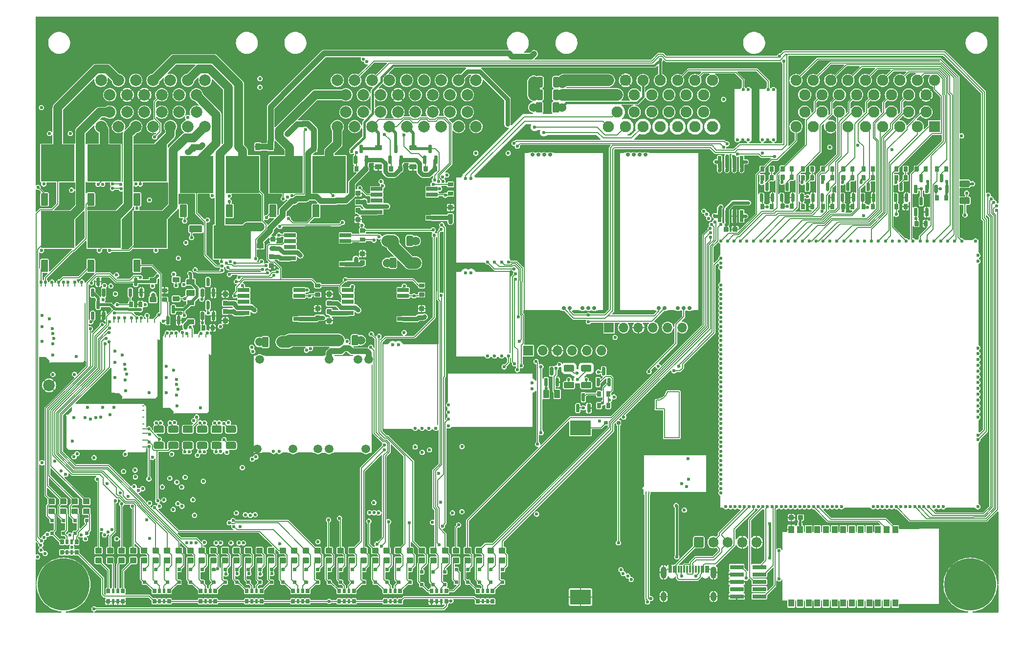
<source format=gtl>
G04 #@! TF.GenerationSoftware,KiCad,Pcbnew,7.0.8-7.0.8~ubuntu22.04.1*
G04 #@! TF.CreationDate,2023-10-03T01:27:03+00:00*
G04 #@! TF.ProjectId,alphax_8ch,616c7068-6178-45f3-9863-682e6b696361,c*
G04 #@! TF.SameCoordinates,PX143caa0PY5f592e0*
G04 #@! TF.FileFunction,Copper,L1,Top*
G04 #@! TF.FilePolarity,Positive*
%FSLAX46Y46*%
G04 Gerber Fmt 4.6, Leading zero omitted, Abs format (unit mm)*
G04 Created by KiCad (PCBNEW 7.0.8-7.0.8~ubuntu22.04.1) date 2023-10-03 01:27:03*
%MOMM*%
%LPD*%
G01*
G04 APERTURE LIST*
G04 #@! TA.AperFunction,EtchedComponent*
%ADD10C,0.200000*%
G04 #@! TD*
G04 #@! TA.AperFunction,ComponentPad*
%ADD11R,1.700000X1.700000*%
G04 #@! TD*
G04 #@! TA.AperFunction,ComponentPad*
%ADD12O,1.700000X1.700000*%
G04 #@! TD*
G04 #@! TA.AperFunction,SMDPad,CuDef*
%ADD13R,2.000000X0.650000*%
G04 #@! TD*
G04 #@! TA.AperFunction,SMDPad,CuDef*
%ADD14R,4.500000X8.100000*%
G04 #@! TD*
G04 #@! TA.AperFunction,ComponentPad*
%ADD15C,1.524000*%
G04 #@! TD*
G04 #@! TA.AperFunction,ComponentPad*
%ADD16C,0.600000*%
G04 #@! TD*
G04 #@! TA.AperFunction,SMDPad,CuDef*
%ADD17R,6.185000X0.250000*%
G04 #@! TD*
G04 #@! TA.AperFunction,SMDPad,CuDef*
%ADD18R,1.115000X0.250000*%
G04 #@! TD*
G04 #@! TA.AperFunction,SMDPad,CuDef*
%ADD19R,0.250000X14.275000*%
G04 #@! TD*
G04 #@! TA.AperFunction,SMDPad,CuDef*
%ADD20R,0.250000X15.100000*%
G04 #@! TD*
G04 #@! TA.AperFunction,SMDPad,CuDef*
%ADD21R,5.175000X0.250000*%
G04 #@! TD*
G04 #@! TA.AperFunction,SMDPad,CuDef*
%ADD22R,0.300000X1.150000*%
G04 #@! TD*
G04 #@! TA.AperFunction,ComponentPad*
%ADD23O,1.000000X2.100000*%
G04 #@! TD*
G04 #@! TA.AperFunction,ComponentPad*
%ADD24O,1.000000X1.600000*%
G04 #@! TD*
G04 #@! TA.AperFunction,SMDPad,CuDef*
%ADD25R,5.800000X6.400000*%
G04 #@! TD*
G04 #@! TA.AperFunction,ComponentPad*
%ADD26C,9.000000*%
G04 #@! TD*
G04 #@! TA.AperFunction,SMDPad,CuDef*
%ADD27O,0.250000X10.200000*%
G04 #@! TD*
G04 #@! TA.AperFunction,SMDPad,CuDef*
%ADD28O,5.800001X0.250000*%
G04 #@! TD*
G04 #@! TA.AperFunction,SMDPad,CuDef*
%ADD29O,0.200000X0.399999*%
G04 #@! TD*
G04 #@! TA.AperFunction,ComponentPad*
%ADD30C,0.599999*%
G04 #@! TD*
G04 #@! TA.AperFunction,SMDPad,CuDef*
%ADD31R,6.400000X5.800000*%
G04 #@! TD*
G04 #@! TA.AperFunction,ComponentPad*
%ADD32C,1.500000*%
G04 #@! TD*
G04 #@! TA.AperFunction,SMDPad,CuDef*
%ADD33O,3.300000X0.200000*%
G04 #@! TD*
G04 #@! TA.AperFunction,SMDPad,CuDef*
%ADD34O,10.200000X0.200000*%
G04 #@! TD*
G04 #@! TA.AperFunction,SMDPad,CuDef*
%ADD35O,0.300000X0.200000*%
G04 #@! TD*
G04 #@! TA.AperFunction,SMDPad,CuDef*
%ADD36O,0.200000X17.000000*%
G04 #@! TD*
G04 #@! TA.AperFunction,SMDPad,CuDef*
%ADD37O,0.200000X15.400000*%
G04 #@! TD*
G04 #@! TA.AperFunction,SMDPad,CuDef*
%ADD38O,4.800000X0.200000*%
G04 #@! TD*
G04 #@! TA.AperFunction,SMDPad,CuDef*
%ADD39O,2.600000X0.200000*%
G04 #@! TD*
G04 #@! TA.AperFunction,SMDPad,CuDef*
%ADD40O,1.000000X0.200000*%
G04 #@! TD*
G04 #@! TA.AperFunction,SMDPad,CuDef*
%ADD41O,1.500000X0.200000*%
G04 #@! TD*
G04 #@! TA.AperFunction,SMDPad,CuDef*
%ADD42O,1.225000X0.200000*%
G04 #@! TD*
G04 #@! TA.AperFunction,SMDPad,CuDef*
%ADD43O,0.200000X9.300000*%
G04 #@! TD*
G04 #@! TA.AperFunction,SMDPad,CuDef*
%ADD44R,0.200000X10.600000*%
G04 #@! TD*
G04 #@! TA.AperFunction,SMDPad,CuDef*
%ADD45R,0.200000X2.100000*%
G04 #@! TD*
G04 #@! TA.AperFunction,SMDPad,CuDef*
%ADD46R,0.200000X14.025000*%
G04 #@! TD*
G04 #@! TA.AperFunction,SMDPad,CuDef*
%ADD47R,0.200000X2.300000*%
G04 #@! TD*
G04 #@! TA.AperFunction,SMDPad,CuDef*
%ADD48R,1.400000X0.200000*%
G04 #@! TD*
G04 #@! TA.AperFunction,SMDPad,CuDef*
%ADD49R,5.000000X0.200000*%
G04 #@! TD*
G04 #@! TA.AperFunction,SMDPad,CuDef*
%ADD50R,4.500000X0.200000*%
G04 #@! TD*
G04 #@! TA.AperFunction,SMDPad,CuDef*
%ADD51R,0.675000X0.200000*%
G04 #@! TD*
G04 #@! TA.AperFunction,SMDPad,CuDef*
%ADD52R,0.200000X2.200000*%
G04 #@! TD*
G04 #@! TA.AperFunction,SMDPad,CuDef*
%ADD53R,0.200000X2.025000*%
G04 #@! TD*
G04 #@! TA.AperFunction,SMDPad,CuDef*
%ADD54R,0.200000X2.000000*%
G04 #@! TD*
G04 #@! TA.AperFunction,SMDPad,CuDef*
%ADD55C,2.000000*%
G04 #@! TD*
G04 #@! TA.AperFunction,SMDPad,CuDef*
%ADD56R,3.600000X2.600000*%
G04 #@! TD*
G04 #@! TA.AperFunction,SMDPad,CuDef*
%ADD57R,0.250000X6.185000*%
G04 #@! TD*
G04 #@! TA.AperFunction,SMDPad,CuDef*
%ADD58R,0.250000X1.115000*%
G04 #@! TD*
G04 #@! TA.AperFunction,SMDPad,CuDef*
%ADD59R,14.275000X0.250000*%
G04 #@! TD*
G04 #@! TA.AperFunction,SMDPad,CuDef*
%ADD60R,15.100000X0.250000*%
G04 #@! TD*
G04 #@! TA.AperFunction,SMDPad,CuDef*
%ADD61R,0.250000X5.175000*%
G04 #@! TD*
G04 #@! TA.AperFunction,SMDPad,CuDef*
%ADD62O,10.200000X0.250000*%
G04 #@! TD*
G04 #@! TA.AperFunction,SMDPad,CuDef*
%ADD63O,0.250000X5.800001*%
G04 #@! TD*
G04 #@! TA.AperFunction,SMDPad,CuDef*
%ADD64O,0.399999X0.200000*%
G04 #@! TD*
G04 #@! TA.AperFunction,SMDPad,CuDef*
%ADD65R,1.000000X1.300000*%
G04 #@! TD*
G04 #@! TA.AperFunction,SMDPad,CuDef*
%ADD66R,2.400000X0.740000*%
G04 #@! TD*
G04 #@! TA.AperFunction,SMDPad,CuDef*
%ADD67O,0.200000X5.669999*%
G04 #@! TD*
G04 #@! TA.AperFunction,SMDPad,CuDef*
%ADD68O,11.100001X0.200000*%
G04 #@! TD*
G04 #@! TA.AperFunction,SMDPad,CuDef*
%ADD69O,9.800001X0.399999*%
G04 #@! TD*
G04 #@! TA.AperFunction,SMDPad,CuDef*
%ADD70O,0.499999X0.250000*%
G04 #@! TD*
G04 #@! TA.AperFunction,SMDPad,CuDef*
%ADD71O,0.200000X6.799999*%
G04 #@! TD*
G04 #@! TA.AperFunction,SMDPad,CuDef*
%ADD72O,0.250000X0.499999*%
G04 #@! TD*
G04 #@! TA.AperFunction,ComponentPad*
%ADD73C,2.000000*%
G04 #@! TD*
G04 #@! TA.AperFunction,ComponentPad*
%ADD74R,1.950000X1.950000*%
G04 #@! TD*
G04 #@! TA.AperFunction,ComponentPad*
%ADD75C,1.950000*%
G04 #@! TD*
G04 #@! TA.AperFunction,ComponentPad*
%ADD76O,1.700000X1.850000*%
G04 #@! TD*
G04 #@! TA.AperFunction,ComponentPad*
%ADD77C,0.700000*%
G04 #@! TD*
G04 #@! TA.AperFunction,SMDPad,CuDef*
%ADD78R,6.300000X0.250000*%
G04 #@! TD*
G04 #@! TA.AperFunction,SMDPad,CuDef*
%ADD79R,0.980000X0.250000*%
G04 #@! TD*
G04 #@! TA.AperFunction,SMDPad,CuDef*
%ADD80R,1.100000X0.250000*%
G04 #@! TD*
G04 #@! TA.AperFunction,SMDPad,CuDef*
%ADD81R,0.250000X27.600000*%
G04 #@! TD*
G04 #@! TA.AperFunction,SMDPad,CuDef*
%ADD82R,0.950000X0.250000*%
G04 #@! TD*
G04 #@! TA.AperFunction,SMDPad,CuDef*
%ADD83R,8.750000X0.250000*%
G04 #@! TD*
G04 #@! TA.AperFunction,ViaPad*
%ADD84C,0.600000*%
G04 #@! TD*
G04 #@! TA.AperFunction,ViaPad*
%ADD85C,2.600000*%
G04 #@! TD*
G04 #@! TA.AperFunction,Conductor*
%ADD86C,0.200000*%
G04 #@! TD*
G04 #@! TA.AperFunction,Conductor*
%ADD87C,0.600000*%
G04 #@! TD*
G04 #@! TA.AperFunction,Conductor*
%ADD88C,0.150000*%
G04 #@! TD*
G04 #@! TA.AperFunction,Conductor*
%ADD89C,1.500000*%
G04 #@! TD*
G04 #@! TA.AperFunction,Conductor*
%ADD90C,0.508000*%
G04 #@! TD*
G04 #@! TA.AperFunction,Conductor*
%ADD91C,1.000000*%
G04 #@! TD*
G04 #@! TA.AperFunction,Conductor*
%ADD92C,0.800000*%
G04 #@! TD*
G04 #@! TA.AperFunction,Conductor*
%ADD93C,2.000000*%
G04 #@! TD*
G04 #@! TA.AperFunction,Conductor*
%ADD94C,0.400000*%
G04 #@! TD*
G04 #@! TA.AperFunction,Conductor*
%ADD95C,0.203200*%
G04 #@! TD*
G04 APERTURE END LIST*
D10*
G04 #@! TO.C,G7*
X107580000Y35380000D02*
X107580000Y36880000D01*
X107580000Y35380000D02*
X109080000Y35380000D01*
X109080000Y35380000D02*
X109080000Y30380000D01*
X109080000Y30380000D02*
X111580000Y30380000D01*
X111580000Y38380000D02*
X109580000Y38380000D01*
X111580000Y30380000D02*
X111580000Y38380000D01*
X107580000Y36880000D02*
G75*
G03*
X109579999Y38380000I78399J1978801D01*
G01*
G04 #@! TD*
G04 #@! TO.P,D45,1,A*
G04 #@! TO.N,/OUT_HS1*
G04 #@! TA.AperFunction,SMDPad,CuDef*
G36*
G01*
X66600002Y11379999D02*
X67500002Y11379999D01*
G75*
G02*
X67600002Y11279999I0J-100000D01*
G01*
X67600002Y10479999D01*
G75*
G02*
X67500002Y10379999I-100000J0D01*
G01*
X66600002Y10379999D01*
G75*
G02*
X66500002Y10479999I0J100000D01*
G01*
X66500002Y11279999D01*
G75*
G02*
X66600002Y11379999I100000J0D01*
G01*
G37*
G04 #@! TD.AperFunction*
G04 #@! TO.P,D45,2,K*
G04 #@! TO.N,Net-(D4-A)*
G04 #@! TA.AperFunction,SMDPad,CuDef*
G36*
G01*
X66600002Y9679999D02*
X67500002Y9679999D01*
G75*
G02*
X67600002Y9579999I0J-100000D01*
G01*
X67600002Y8779999D01*
G75*
G02*
X67500002Y8679999I-100000J0D01*
G01*
X66600002Y8679999D01*
G75*
G02*
X66500002Y8779999I0J100000D01*
G01*
X66500002Y9579999D01*
G75*
G02*
X66600002Y9679999I100000J0D01*
G01*
G37*
G04 #@! TD.AperFunction*
G04 #@! TD*
G04 #@! TO.P,C3,1*
G04 #@! TO.N,GND*
G04 #@! TA.AperFunction,SMDPad,CuDef*
G36*
G01*
X130584999Y16240000D02*
X130584999Y16920000D01*
G75*
G02*
X130669999Y17005000I85000J0D01*
G01*
X131349999Y17005000D01*
G75*
G02*
X131434999Y16920000I0J-85000D01*
G01*
X131434999Y16240000D01*
G75*
G02*
X131349999Y16155000I-85000J0D01*
G01*
X130669999Y16155000D01*
G75*
G02*
X130584999Y16240000I0J85000D01*
G01*
G37*
G04 #@! TD.AperFunction*
G04 #@! TO.P,C3,2*
G04 #@! TO.N,+3.3VA*
G04 #@! TA.AperFunction,SMDPad,CuDef*
G36*
G01*
X132165001Y16240000D02*
X132165001Y16920000D01*
G75*
G02*
X132250001Y17005000I85000J0D01*
G01*
X132930001Y17005000D01*
G75*
G02*
X133015001Y16920000I0J-85000D01*
G01*
X133015001Y16240000D01*
G75*
G02*
X132930001Y16155000I-85000J0D01*
G01*
X132250001Y16155000D01*
G75*
G02*
X132165001Y16240000I0J85000D01*
G01*
G37*
G04 #@! TD.AperFunction*
G04 #@! TD*
G04 #@! TO.P,C56,1*
G04 #@! TO.N,GND*
G04 #@! TA.AperFunction,SMDPad,CuDef*
G36*
G01*
X51340000Y50264999D02*
X50660000Y50264999D01*
G75*
G02*
X50575000Y50349999I0J85000D01*
G01*
X50575000Y51029999D01*
G75*
G02*
X50660000Y51114999I85000J0D01*
G01*
X51340000Y51114999D01*
G75*
G02*
X51425000Y51029999I0J-85000D01*
G01*
X51425000Y50349999D01*
G75*
G02*
X51340000Y50264999I-85000J0D01*
G01*
G37*
G04 #@! TD.AperFunction*
G04 #@! TO.P,C56,2*
G04 #@! TO.N,/OUT_DC3-*
G04 #@! TA.AperFunction,SMDPad,CuDef*
G36*
G01*
X51340000Y51845001D02*
X50660000Y51845001D01*
G75*
G02*
X50575000Y51930001I0J85000D01*
G01*
X50575000Y52610001D01*
G75*
G02*
X50660000Y52695001I85000J0D01*
G01*
X51340000Y52695001D01*
G75*
G02*
X51425000Y52610001I0J-85000D01*
G01*
X51425000Y51930001D01*
G75*
G02*
X51340000Y51845001I-85000J0D01*
G01*
G37*
G04 #@! TD.AperFunction*
G04 #@! TD*
G04 #@! TO.P,D71,1,A*
G04 #@! TO.N,Net-(D55-K)*
G04 #@! TA.AperFunction,SMDPad,CuDef*
G36*
G01*
X53399998Y8680001D02*
X52499998Y8680001D01*
G75*
G02*
X52399998Y8780001I0J100000D01*
G01*
X52399998Y9580001D01*
G75*
G02*
X52499998Y9680001I100000J0D01*
G01*
X53399998Y9680001D01*
G75*
G02*
X53499998Y9580001I0J-100000D01*
G01*
X53499998Y8780001D01*
G75*
G02*
X53399998Y8680001I-100000J0D01*
G01*
G37*
G04 #@! TD.AperFunction*
G04 #@! TO.P,D71,2,K*
G04 #@! TO.N,/OUT_LS2*
G04 #@! TA.AperFunction,SMDPad,CuDef*
G36*
G01*
X53399998Y10380001D02*
X52499998Y10380001D01*
G75*
G02*
X52399998Y10480001I0J100000D01*
G01*
X52399998Y11280001D01*
G75*
G02*
X52499998Y11380001I100000J0D01*
G01*
X53399998Y11380001D01*
G75*
G02*
X53499998Y11280001I0J-100000D01*
G01*
X53499998Y10480001D01*
G75*
G02*
X53399998Y10380001I-100000J0D01*
G01*
G37*
G04 #@! TD.AperFunction*
G04 #@! TD*
G04 #@! TO.P,R40,1*
G04 #@! TO.N,/IN_HALL1*
G04 #@! TA.AperFunction,SMDPad,CuDef*
G36*
G01*
X136150000Y76527500D02*
X136150000Y77307500D01*
G75*
G02*
X136220000Y77377500I70000J0D01*
G01*
X136780000Y77377500D01*
G75*
G02*
X136850000Y77307500I0J-70000D01*
G01*
X136850000Y76527500D01*
G75*
G02*
X136780000Y76457500I-70000J0D01*
G01*
X136220000Y76457500D01*
G75*
G02*
X136150000Y76527500I0J70000D01*
G01*
G37*
G04 #@! TD.AperFunction*
G04 #@! TO.P,R40,2*
G04 #@! TO.N,Net-(Q15-D)*
G04 #@! TA.AperFunction,SMDPad,CuDef*
G36*
G01*
X137750000Y76527500D02*
X137750000Y77307500D01*
G75*
G02*
X137820000Y77377500I70000J0D01*
G01*
X138380000Y77377500D01*
G75*
G02*
X138450000Y77307500I0J-70000D01*
G01*
X138450000Y76527500D01*
G75*
G02*
X138380000Y76457500I-70000J0D01*
G01*
X137820000Y76457500D01*
G75*
G02*
X137750000Y76527500I0J70000D01*
G01*
G37*
G04 #@! TD.AperFunction*
G04 #@! TD*
G04 #@! TO.P,D66,1,A*
G04 #@! TO.N,Net-(D50-K)*
G04 #@! TA.AperFunction,SMDPad,CuDef*
G36*
G01*
X43399998Y8680001D02*
X42499998Y8680001D01*
G75*
G02*
X42399998Y8780001I0J100000D01*
G01*
X42399998Y9580001D01*
G75*
G02*
X42499998Y9680001I100000J0D01*
G01*
X43399998Y9680001D01*
G75*
G02*
X43499998Y9580001I0J-100000D01*
G01*
X43499998Y8780001D01*
G75*
G02*
X43399998Y8680001I-100000J0D01*
G01*
G37*
G04 #@! TD.AperFunction*
G04 #@! TO.P,D66,2,K*
G04 #@! TO.N,/OUT_VVT1_LS*
G04 #@! TA.AperFunction,SMDPad,CuDef*
G36*
G01*
X43399998Y10380001D02*
X42499998Y10380001D01*
G75*
G02*
X42399998Y10480001I0J100000D01*
G01*
X42399998Y11280001D01*
G75*
G02*
X42499998Y11380001I100000J0D01*
G01*
X43399998Y11380001D01*
G75*
G02*
X43499998Y11280001I0J-100000D01*
G01*
X43499998Y10480001D01*
G75*
G02*
X43399998Y10380001I-100000J0D01*
G01*
G37*
G04 #@! TD.AperFunction*
G04 #@! TD*
G04 #@! TO.P,D77,1,A*
G04 #@! TO.N,Net-(D61-K)*
G04 #@! TA.AperFunction,SMDPad,CuDef*
G36*
G01*
X65399998Y8680001D02*
X64499998Y8680001D01*
G75*
G02*
X64399998Y8780001I0J100000D01*
G01*
X64399998Y9580001D01*
G75*
G02*
X64499998Y9680001I100000J0D01*
G01*
X65399998Y9680001D01*
G75*
G02*
X65499998Y9580001I0J-100000D01*
G01*
X65499998Y8780001D01*
G75*
G02*
X65399998Y8680001I-100000J0D01*
G01*
G37*
G04 #@! TD.AperFunction*
G04 #@! TO.P,D77,2,K*
G04 #@! TO.N,/OUT_BOOST_LS*
G04 #@! TA.AperFunction,SMDPad,CuDef*
G36*
G01*
X65399998Y10380001D02*
X64499998Y10380001D01*
G75*
G02*
X64399998Y10480001I0J100000D01*
G01*
X64399998Y11280001D01*
G75*
G02*
X64499998Y11380001I100000J0D01*
G01*
X65399998Y11380001D01*
G75*
G02*
X65499998Y11280001I0J-100000D01*
G01*
X65499998Y10480001D01*
G75*
G02*
X65399998Y10380001I-100000J0D01*
G01*
G37*
G04 #@! TD.AperFunction*
G04 #@! TD*
D11*
G04 #@! TO.P,J10,1,Pin_1*
G04 #@! TO.N,Net-(J10-Pin_1)*
X99440000Y49480000D03*
D12*
G04 #@! TO.P,J10,2,Pin_2*
G04 #@! TO.N,Net-(J10-Pin_2)*
X101980000Y49480000D03*
G04 #@! TO.P,J10,3,Pin_3*
G04 #@! TO.N,GND*
X104520000Y49480000D03*
G04 #@! TO.P,J10,4,Pin_4*
G04 #@! TO.N,Net-(J10-Pin_4)*
X107060000Y49480000D03*
G04 #@! TO.P,J10,5,Pin_5*
G04 #@! TO.N,Net-(J10-Pin_5)*
X109600000Y49480000D03*
G04 #@! TO.P,J10,6,Pin_6*
G04 #@! TO.N,unconnected-(J10-Pin_6-Pad6)*
X112140000Y49480000D03*
G04 #@! TD*
G04 #@! TO.P,D75,1,A*
G04 #@! TO.N,Net-(D59-K)*
G04 #@! TA.AperFunction,SMDPad,CuDef*
G36*
G01*
X61399998Y8680001D02*
X60499998Y8680001D01*
G75*
G02*
X60399998Y8780001I0J100000D01*
G01*
X60399998Y9580001D01*
G75*
G02*
X60499998Y9680001I100000J0D01*
G01*
X61399998Y9680001D01*
G75*
G02*
X61499998Y9580001I0J-100000D01*
G01*
X61499998Y8780001D01*
G75*
G02*
X61399998Y8680001I-100000J0D01*
G01*
G37*
G04 #@! TD.AperFunction*
G04 #@! TO.P,D75,2,K*
G04 #@! TO.N,/OUT_LS6*
G04 #@! TA.AperFunction,SMDPad,CuDef*
G36*
G01*
X61399998Y10380001D02*
X60499998Y10380001D01*
G75*
G02*
X60399998Y10480001I0J100000D01*
G01*
X60399998Y11280001D01*
G75*
G02*
X60499998Y11380001I100000J0D01*
G01*
X61399998Y11380001D01*
G75*
G02*
X61499998Y11280001I0J-100000D01*
G01*
X61499998Y10480001D01*
G75*
G02*
X61399998Y10380001I-100000J0D01*
G01*
G37*
G04 #@! TD.AperFunction*
G04 #@! TD*
G04 #@! TO.P,R50,1*
G04 #@! TO.N,/HALL3_PD_EN*
G04 #@! TA.AperFunction,SMDPad,CuDef*
G36*
G01*
X129150000Y70090000D02*
X129150000Y70870000D01*
G75*
G02*
X129220000Y70940000I70000J0D01*
G01*
X129780000Y70940000D01*
G75*
G02*
X129850000Y70870000I0J-70000D01*
G01*
X129850000Y70090000D01*
G75*
G02*
X129780000Y70020000I-70000J0D01*
G01*
X129220000Y70020000D01*
G75*
G02*
X129150000Y70090000I0J70000D01*
G01*
G37*
G04 #@! TD.AperFunction*
G04 #@! TO.P,R50,2*
G04 #@! TO.N,GND*
G04 #@! TA.AperFunction,SMDPad,CuDef*
G36*
G01*
X130750000Y70090000D02*
X130750000Y70870000D01*
G75*
G02*
X130820000Y70940000I70000J0D01*
G01*
X131380000Y70940000D01*
G75*
G02*
X131450000Y70870000I0J-70000D01*
G01*
X131450000Y70090000D01*
G75*
G02*
X131380000Y70020000I-70000J0D01*
G01*
X130820000Y70020000D01*
G75*
G02*
X130750000Y70090000I0J70000D01*
G01*
G37*
G04 #@! TD.AperFunction*
G04 #@! TD*
G04 #@! TO.P,C30,1*
G04 #@! TO.N,GND*
G04 #@! TA.AperFunction,SMDPad,CuDef*
G36*
G01*
X33340000Y50264999D02*
X32660000Y50264999D01*
G75*
G02*
X32575000Y50349999I0J85000D01*
G01*
X32575000Y51029999D01*
G75*
G02*
X32660000Y51114999I85000J0D01*
G01*
X33340000Y51114999D01*
G75*
G02*
X33425000Y51029999I0J-85000D01*
G01*
X33425000Y50349999D01*
G75*
G02*
X33340000Y50264999I-85000J0D01*
G01*
G37*
G04 #@! TD.AperFunction*
G04 #@! TO.P,C30,2*
G04 #@! TO.N,/OUT_ETB-*
G04 #@! TA.AperFunction,SMDPad,CuDef*
G36*
G01*
X33340000Y51845001D02*
X32660000Y51845001D01*
G75*
G02*
X32575000Y51930001I0J85000D01*
G01*
X32575000Y52610001D01*
G75*
G02*
X32660000Y52695001I85000J0D01*
G01*
X33340000Y52695001D01*
G75*
G02*
X33425000Y52610001I0J-85000D01*
G01*
X33425000Y51930001D01*
G75*
G02*
X33340000Y51845001I-85000J0D01*
G01*
G37*
G04 #@! TD.AperFunction*
G04 #@! TD*
G04 #@! TO.P,R47,1*
G04 #@! TO.N,/VSS_PD_EN*
G04 #@! TA.AperFunction,SMDPad,CuDef*
G36*
G01*
X148850000Y70027500D02*
X148850000Y70807500D01*
G75*
G02*
X148920000Y70877500I70000J0D01*
G01*
X149480000Y70877500D01*
G75*
G02*
X149550000Y70807500I0J-70000D01*
G01*
X149550000Y70027500D01*
G75*
G02*
X149480000Y69957500I-70000J0D01*
G01*
X148920000Y69957500D01*
G75*
G02*
X148850000Y70027500I0J70000D01*
G01*
G37*
G04 #@! TD.AperFunction*
G04 #@! TO.P,R47,2*
G04 #@! TO.N,GND*
G04 #@! TA.AperFunction,SMDPad,CuDef*
G36*
G01*
X150450000Y70027500D02*
X150450000Y70807500D01*
G75*
G02*
X150520000Y70877500I70000J0D01*
G01*
X151080000Y70877500D01*
G75*
G02*
X151150000Y70807500I0J-70000D01*
G01*
X151150000Y70027500D01*
G75*
G02*
X151080000Y69957500I-70000J0D01*
G01*
X150520000Y69957500D01*
G75*
G02*
X150450000Y70027500I0J70000D01*
G01*
G37*
G04 #@! TD.AperFunction*
G04 #@! TD*
G04 #@! TO.P,D14,1,K*
G04 #@! TO.N,Net-(D14-K)*
G04 #@! TA.AperFunction,SMDPad,CuDef*
G36*
G01*
X32700000Y5140000D02*
X32700000Y5620000D01*
G75*
G02*
X32760000Y5680000I60000J0D01*
G01*
X33240000Y5680000D01*
G75*
G02*
X33300000Y5620000I0J-60000D01*
G01*
X33300000Y5140000D01*
G75*
G02*
X33240000Y5080000I-60000J0D01*
G01*
X32760000Y5080000D01*
G75*
G02*
X32700000Y5140000I0J60000D01*
G01*
G37*
G04 #@! TD.AperFunction*
G04 #@! TO.P,D14,2,A*
G04 #@! TO.N,/OUT_INJ8*
G04 #@! TA.AperFunction,SMDPad,CuDef*
G36*
G01*
X32700000Y7340000D02*
X32700000Y7820000D01*
G75*
G02*
X32760000Y7880000I60000J0D01*
G01*
X33240000Y7880000D01*
G75*
G02*
X33300000Y7820000I0J-60000D01*
G01*
X33300000Y7340000D01*
G75*
G02*
X33240000Y7280000I-60000J0D01*
G01*
X32760000Y7280000D01*
G75*
G02*
X32700000Y7340000I0J60000D01*
G01*
G37*
G04 #@! TD.AperFunction*
G04 #@! TD*
G04 #@! TO.P,D47,1,A*
G04 #@! TO.N,/OUT_HS3*
G04 #@! TA.AperFunction,SMDPad,CuDef*
G36*
G01*
X70600002Y11379999D02*
X71500002Y11379999D01*
G75*
G02*
X71600002Y11279999I0J-100000D01*
G01*
X71600002Y10479999D01*
G75*
G02*
X71500002Y10379999I-100000J0D01*
G01*
X70600002Y10379999D01*
G75*
G02*
X70500002Y10479999I0J100000D01*
G01*
X70500002Y11279999D01*
G75*
G02*
X70600002Y11379999I100000J0D01*
G01*
G37*
G04 #@! TD.AperFunction*
G04 #@! TO.P,D47,2,K*
G04 #@! TO.N,Net-(D47-K)*
G04 #@! TA.AperFunction,SMDPad,CuDef*
G36*
G01*
X70600002Y9679999D02*
X71500002Y9679999D01*
G75*
G02*
X71600002Y9579999I0J-100000D01*
G01*
X71600002Y8779999D01*
G75*
G02*
X71500002Y8679999I-100000J0D01*
G01*
X70600002Y8679999D01*
G75*
G02*
X70500002Y8779999I0J100000D01*
G01*
X70500002Y9579999D01*
G75*
G02*
X70600002Y9679999I100000J0D01*
G01*
G37*
G04 #@! TD.AperFunction*
G04 #@! TD*
G04 #@! TO.P,Q26,1,G*
G04 #@! TO.N,/MAIN_LS*
G04 #@! TA.AperFunction,SMDPad,CuDef*
G36*
G01*
X10200000Y50805000D02*
X9900000Y50805000D01*
G75*
G02*
X9750000Y50955000I0J150000D01*
G01*
X9750000Y52130000D01*
G75*
G02*
X9900000Y52280000I150000J0D01*
G01*
X10200000Y52280000D01*
G75*
G02*
X10350000Y52130000I0J-150000D01*
G01*
X10350000Y50955000D01*
G75*
G02*
X10200000Y50805000I-150000J0D01*
G01*
G37*
G04 #@! TD.AperFunction*
G04 #@! TO.P,Q26,2,D*
G04 #@! TO.N,/OUT_MAIN_LS*
G04 #@! TA.AperFunction,SMDPad,CuDef*
G36*
G01*
X11150000Y52680000D02*
X10850000Y52680000D01*
G75*
G02*
X10700000Y52830000I0J150000D01*
G01*
X10700000Y54005000D01*
G75*
G02*
X10850000Y54155000I150000J0D01*
G01*
X11150000Y54155000D01*
G75*
G02*
X11300000Y54005000I0J-150000D01*
G01*
X11300000Y52830000D01*
G75*
G02*
X11150000Y52680000I-150000J0D01*
G01*
G37*
G04 #@! TD.AperFunction*
G04 #@! TO.P,Q26,3,S*
G04 #@! TO.N,GND*
G04 #@! TA.AperFunction,SMDPad,CuDef*
G36*
G01*
X12100000Y50805000D02*
X11800000Y50805000D01*
G75*
G02*
X11650000Y50955000I0J150000D01*
G01*
X11650000Y52130000D01*
G75*
G02*
X11800000Y52280000I150000J0D01*
G01*
X12100000Y52280000D01*
G75*
G02*
X12250000Y52130000I0J-150000D01*
G01*
X12250000Y50955000D01*
G75*
G02*
X12100000Y50805000I-150000J0D01*
G01*
G37*
G04 #@! TD.AperFunction*
G04 #@! TD*
G04 #@! TO.P,D36,1,A*
G04 #@! TO.N,Net-(D17-K)*
G04 #@! TA.AperFunction,SMDPad,CuDef*
G36*
G01*
X39399998Y8680001D02*
X38499998Y8680001D01*
G75*
G02*
X38399998Y8780001I0J100000D01*
G01*
X38399998Y9580001D01*
G75*
G02*
X38499998Y9680001I100000J0D01*
G01*
X39399998Y9680001D01*
G75*
G02*
X39499998Y9580001I0J-100000D01*
G01*
X39499998Y8780001D01*
G75*
G02*
X39399998Y8680001I-100000J0D01*
G01*
G37*
G04 #@! TD.AperFunction*
G04 #@! TO.P,D36,2,K*
G04 #@! TO.N,/OUT_INJ11*
G04 #@! TA.AperFunction,SMDPad,CuDef*
G36*
G01*
X39399998Y10380001D02*
X38499998Y10380001D01*
G75*
G02*
X38399998Y10480001I0J100000D01*
G01*
X38399998Y11280001D01*
G75*
G02*
X38499998Y11380001I100000J0D01*
G01*
X39399998Y11380001D01*
G75*
G02*
X39499998Y11280001I0J-100000D01*
G01*
X39499998Y10480001D01*
G75*
G02*
X39399998Y10380001I-100000J0D01*
G01*
G37*
G04 #@! TD.AperFunction*
G04 #@! TD*
G04 #@! TO.P,R29,1*
G04 #@! TO.N,Net-(Q5-G)*
G04 #@! TA.AperFunction,SMDPad,CuDef*
G36*
G01*
X67350000Y76590000D02*
X67350000Y77370000D01*
G75*
G02*
X67420000Y77440000I70000J0D01*
G01*
X67980000Y77440000D01*
G75*
G02*
X68050000Y77370000I0J-70000D01*
G01*
X68050000Y76590000D01*
G75*
G02*
X67980000Y76520000I-70000J0D01*
G01*
X67420000Y76520000D01*
G75*
G02*
X67350000Y76590000I0J70000D01*
G01*
G37*
G04 #@! TD.AperFunction*
G04 #@! TO.P,R29,2*
G04 #@! TO.N,+12V_RAW*
G04 #@! TA.AperFunction,SMDPad,CuDef*
G36*
G01*
X68950000Y76590000D02*
X68950000Y77370000D01*
G75*
G02*
X69020000Y77440000I70000J0D01*
G01*
X69580000Y77440000D01*
G75*
G02*
X69650000Y77370000I0J-70000D01*
G01*
X69650000Y76590000D01*
G75*
G02*
X69580000Y76520000I-70000J0D01*
G01*
X69020000Y76520000D01*
G75*
G02*
X68950000Y76590000I0J70000D01*
G01*
G37*
G04 #@! TD.AperFunction*
G04 #@! TD*
G04 #@! TO.P,D29,1,A*
G04 #@! TO.N,Net-(D10-K)*
G04 #@! TA.AperFunction,SMDPad,CuDef*
G36*
G01*
X25399998Y8680001D02*
X24499998Y8680001D01*
G75*
G02*
X24399998Y8780001I0J100000D01*
G01*
X24399998Y9580001D01*
G75*
G02*
X24499998Y9680001I100000J0D01*
G01*
X25399998Y9680001D01*
G75*
G02*
X25499998Y9580001I0J-100000D01*
G01*
X25499998Y8780001D01*
G75*
G02*
X25399998Y8680001I-100000J0D01*
G01*
G37*
G04 #@! TD.AperFunction*
G04 #@! TO.P,D29,2,K*
G04 #@! TO.N,/OUT_INJ4*
G04 #@! TA.AperFunction,SMDPad,CuDef*
G36*
G01*
X25399998Y10380001D02*
X24499998Y10380001D01*
G75*
G02*
X24399998Y10480001I0J100000D01*
G01*
X24399998Y11280001D01*
G75*
G02*
X24499998Y11380001I100000J0D01*
G01*
X25399998Y11380001D01*
G75*
G02*
X25499998Y11280001I0J-100000D01*
G01*
X25499998Y10480001D01*
G75*
G02*
X25399998Y10380001I-100000J0D01*
G01*
G37*
G04 #@! TD.AperFunction*
G04 #@! TD*
G04 #@! TO.P,R58,1*
G04 #@! TO.N,/HALL5_PD_EN*
G04 #@! TA.AperFunction,SMDPad,CuDef*
G36*
G01*
X143150000Y70027500D02*
X143150000Y70807500D01*
G75*
G02*
X143220000Y70877500I70000J0D01*
G01*
X143780000Y70877500D01*
G75*
G02*
X143850000Y70807500I0J-70000D01*
G01*
X143850000Y70027500D01*
G75*
G02*
X143780000Y69957500I-70000J0D01*
G01*
X143220000Y69957500D01*
G75*
G02*
X143150000Y70027500I0J70000D01*
G01*
G37*
G04 #@! TD.AperFunction*
G04 #@! TO.P,R58,2*
G04 #@! TO.N,GND*
G04 #@! TA.AperFunction,SMDPad,CuDef*
G36*
G01*
X144750000Y70027500D02*
X144750000Y70807500D01*
G75*
G02*
X144820000Y70877500I70000J0D01*
G01*
X145380000Y70877500D01*
G75*
G02*
X145450000Y70807500I0J-70000D01*
G01*
X145450000Y70027500D01*
G75*
G02*
X145380000Y69957500I-70000J0D01*
G01*
X144820000Y69957500D01*
G75*
G02*
X144750000Y70027500I0J70000D01*
G01*
G37*
G04 #@! TD.AperFunction*
G04 #@! TD*
G04 #@! TO.P,D39,1,A*
G04 #@! TO.N,Net-(D20-K)*
G04 #@! TA.AperFunction,SMDPad,CuDef*
G36*
G01*
X5399998Y17180001D02*
X4499998Y17180001D01*
G75*
G02*
X4399998Y17280001I0J100000D01*
G01*
X4399998Y18080001D01*
G75*
G02*
X4499998Y18180001I100000J0D01*
G01*
X5399998Y18180001D01*
G75*
G02*
X5499998Y18080001I0J-100000D01*
G01*
X5499998Y17280001D01*
G75*
G02*
X5399998Y17180001I-100000J0D01*
G01*
G37*
G04 #@! TD.AperFunction*
G04 #@! TO.P,D39,2,K*
G04 #@! TO.N,/OUT_FAN_RELAY_LS*
G04 #@! TA.AperFunction,SMDPad,CuDef*
G36*
G01*
X5399998Y18880001D02*
X4499998Y18880001D01*
G75*
G02*
X4399998Y18980001I0J100000D01*
G01*
X4399998Y19780001D01*
G75*
G02*
X4499998Y19880001I100000J0D01*
G01*
X5399998Y19880001D01*
G75*
G02*
X5499998Y19780001I0J-100000D01*
G01*
X5499998Y18980001D01*
G75*
G02*
X5399998Y18880001I-100000J0D01*
G01*
G37*
G04 #@! TD.AperFunction*
G04 #@! TD*
D13*
G04 #@! TO.P,U5,1,DIR*
G04 #@! TO.N,/ETB_DIR*
X36200000Y55980000D03*
G04 #@! TO.P,U5,2,VSO*
G04 #@! TO.N,+3.3V*
X36200000Y54980000D03*
G04 #@! TO.P,U5,3,SO*
G04 #@! TO.N,unconnected-(U5-SO-Pad3)*
X36200000Y53980000D03*
G04 #@! TO.P,U5,4,VS*
G04 #@! TO.N,/12V_ETB*
X36200000Y52980000D03*
G04 #@! TO.P,U5,5,OUT1*
G04 #@! TO.N,/OUT_ETB-*
X36200000Y51980000D03*
G04 #@! TO.P,U5,6,GND*
G04 #@! TO.N,GND*
X36200000Y50980000D03*
G04 #@! TO.P,U5,7,OUT2*
G04 #@! TO.N,/OUT_ETB+*
X45800000Y50980000D03*
G04 #@! TO.P,U5,8,SI*
G04 #@! TO.N,GND*
X45800000Y51980000D03*
G04 #@! TO.P,U5,9,CSN*
X45800000Y52980000D03*
G04 #@! TO.P,U5,10,SCK*
X45800000Y53980000D03*
G04 #@! TO.P,U5,11,DIS*
G04 #@! TO.N,/ETB_DIS*
X45800000Y54980000D03*
G04 #@! TO.P,U5,12,PWM*
G04 #@! TO.N,/ETB_PWM*
X45800000Y55980000D03*
D14*
G04 #@! TO.P,U5,13,GND*
G04 #@! TO.N,GND*
X41000000Y53480000D03*
G04 #@! TD*
G04 #@! TO.P,R52,1*
G04 #@! TO.N,/IN_HALL5*
G04 #@! TA.AperFunction,SMDPad,CuDef*
G36*
G01*
X143150000Y76527500D02*
X143150000Y77307500D01*
G75*
G02*
X143220000Y77377500I70000J0D01*
G01*
X143780000Y77377500D01*
G75*
G02*
X143850000Y77307500I0J-70000D01*
G01*
X143850000Y76527500D01*
G75*
G02*
X143780000Y76457500I-70000J0D01*
G01*
X143220000Y76457500D01*
G75*
G02*
X143150000Y76527500I0J70000D01*
G01*
G37*
G04 #@! TD.AperFunction*
G04 #@! TO.P,R52,2*
G04 #@! TO.N,Net-(Q19-D)*
G04 #@! TA.AperFunction,SMDPad,CuDef*
G36*
G01*
X144750000Y76527500D02*
X144750000Y77307500D01*
G75*
G02*
X144820000Y77377500I70000J0D01*
G01*
X145380000Y77377500D01*
G75*
G02*
X145450000Y77307500I0J-70000D01*
G01*
X145450000Y76527500D01*
G75*
G02*
X145380000Y76457500I-70000J0D01*
G01*
X144820000Y76457500D01*
G75*
G02*
X144750000Y76527500I0J70000D01*
G01*
G37*
G04 #@! TD.AperFunction*
G04 #@! TD*
G04 #@! TO.P,D38,1,A*
G04 #@! TO.N,Net-(D19-K)*
G04 #@! TA.AperFunction,SMDPad,CuDef*
G36*
G01*
X3399998Y17180001D02*
X2499998Y17180001D01*
G75*
G02*
X2399998Y17280001I0J100000D01*
G01*
X2399998Y18080001D01*
G75*
G02*
X2499998Y18180001I100000J0D01*
G01*
X3399998Y18180001D01*
G75*
G02*
X3499998Y18080001I0J-100000D01*
G01*
X3499998Y17280001D01*
G75*
G02*
X3399998Y17180001I-100000J0D01*
G01*
G37*
G04 #@! TD.AperFunction*
G04 #@! TO.P,D38,2,K*
G04 #@! TO.N,/OUT_PUMP_RELAY_LS*
G04 #@! TA.AperFunction,SMDPad,CuDef*
G36*
G01*
X3399998Y18880001D02*
X2499998Y18880001D01*
G75*
G02*
X2399998Y18980001I0J100000D01*
G01*
X2399998Y19780001D01*
G75*
G02*
X2499998Y19880001I100000J0D01*
G01*
X3399998Y19880001D01*
G75*
G02*
X3499998Y19780001I0J-100000D01*
G01*
X3499998Y18980001D01*
G75*
G02*
X3399998Y18880001I-100000J0D01*
G01*
G37*
G04 #@! TD.AperFunction*
G04 #@! TD*
G04 #@! TO.P,D21,1,K*
G04 #@! TO.N,Net-(D21-K)*
G04 #@! TA.AperFunction,SMDPad,CuDef*
G36*
G01*
X6700000Y13640000D02*
X6700000Y14120000D01*
G75*
G02*
X6760000Y14180000I60000J0D01*
G01*
X7240000Y14180000D01*
G75*
G02*
X7300000Y14120000I0J-60000D01*
G01*
X7300000Y13640000D01*
G75*
G02*
X7240000Y13580000I-60000J0D01*
G01*
X6760000Y13580000D01*
G75*
G02*
X6700000Y13640000I0J60000D01*
G01*
G37*
G04 #@! TD.AperFunction*
G04 #@! TO.P,D21,2,A*
G04 #@! TO.N,/OUT_NOS_LS*
G04 #@! TA.AperFunction,SMDPad,CuDef*
G36*
G01*
X6700000Y15840000D02*
X6700000Y16320000D01*
G75*
G02*
X6760000Y16380000I60000J0D01*
G01*
X7240000Y16380000D01*
G75*
G02*
X7300000Y16320000I0J-60000D01*
G01*
X7300000Y15840000D01*
G75*
G02*
X7240000Y15780000I-60000J0D01*
G01*
X6760000Y15780000D01*
G75*
G02*
X6700000Y15840000I0J60000D01*
G01*
G37*
G04 #@! TD.AperFunction*
G04 #@! TD*
G04 #@! TO.P,R48,1*
G04 #@! TO.N,/HALL1_PD_EN*
G04 #@! TA.AperFunction,SMDPad,CuDef*
G36*
G01*
X136150000Y70027500D02*
X136150000Y70807500D01*
G75*
G02*
X136220000Y70877500I70000J0D01*
G01*
X136780000Y70877500D01*
G75*
G02*
X136850000Y70807500I0J-70000D01*
G01*
X136850000Y70027500D01*
G75*
G02*
X136780000Y69957500I-70000J0D01*
G01*
X136220000Y69957500D01*
G75*
G02*
X136150000Y70027500I0J70000D01*
G01*
G37*
G04 #@! TD.AperFunction*
G04 #@! TO.P,R48,2*
G04 #@! TO.N,GND*
G04 #@! TA.AperFunction,SMDPad,CuDef*
G36*
G01*
X137750000Y70027500D02*
X137750000Y70807500D01*
G75*
G02*
X137820000Y70877500I70000J0D01*
G01*
X138380000Y70877500D01*
G75*
G02*
X138450000Y70807500I0J-70000D01*
G01*
X138450000Y70027500D01*
G75*
G02*
X138380000Y69957500I-70000J0D01*
G01*
X137820000Y69957500D01*
G75*
G02*
X137750000Y70027500I0J70000D01*
G01*
G37*
G04 #@! TD.AperFunction*
G04 #@! TD*
G04 #@! TO.P,D10,1,K*
G04 #@! TO.N,Net-(D10-K)*
G04 #@! TA.AperFunction,SMDPad,CuDef*
G36*
G01*
X24700000Y5140000D02*
X24700000Y5620000D01*
G75*
G02*
X24760000Y5680000I60000J0D01*
G01*
X25240000Y5680000D01*
G75*
G02*
X25300000Y5620000I0J-60000D01*
G01*
X25300000Y5140000D01*
G75*
G02*
X25240000Y5080000I-60000J0D01*
G01*
X24760000Y5080000D01*
G75*
G02*
X24700000Y5140000I0J60000D01*
G01*
G37*
G04 #@! TD.AperFunction*
G04 #@! TO.P,D10,2,A*
G04 #@! TO.N,/OUT_INJ4*
G04 #@! TA.AperFunction,SMDPad,CuDef*
G36*
G01*
X24700000Y7340000D02*
X24700000Y7820000D01*
G75*
G02*
X24760000Y7880000I60000J0D01*
G01*
X25240000Y7880000D01*
G75*
G02*
X25300000Y7820000I0J-60000D01*
G01*
X25300000Y7340000D01*
G75*
G02*
X25240000Y7280000I-60000J0D01*
G01*
X24760000Y7280000D01*
G75*
G02*
X24700000Y7340000I0J60000D01*
G01*
G37*
G04 #@! TD.AperFunction*
G04 #@! TD*
G04 #@! TO.P,R31,1*
G04 #@! TO.N,Net-(Q10-D)*
G04 #@! TA.AperFunction,SMDPad,CuDef*
G36*
G01*
X55350000Y76590000D02*
X55350000Y77370000D01*
G75*
G02*
X55420000Y77440000I70000J0D01*
G01*
X55980000Y77440000D01*
G75*
G02*
X56050000Y77370000I0J-70000D01*
G01*
X56050000Y76590000D01*
G75*
G02*
X55980000Y76520000I-70000J0D01*
G01*
X55420000Y76520000D01*
G75*
G02*
X55350000Y76590000I0J70000D01*
G01*
G37*
G04 #@! TD.AperFunction*
G04 #@! TO.P,R31,2*
G04 #@! TO.N,+12V_RAW*
G04 #@! TA.AperFunction,SMDPad,CuDef*
G36*
G01*
X56950000Y76590000D02*
X56950000Y77370000D01*
G75*
G02*
X57020000Y77440000I70000J0D01*
G01*
X57580000Y77440000D01*
G75*
G02*
X57650000Y77370000I0J-70000D01*
G01*
X57650000Y76590000D01*
G75*
G02*
X57580000Y76520000I-70000J0D01*
G01*
X57020000Y76520000D01*
G75*
G02*
X56950000Y76590000I0J70000D01*
G01*
G37*
G04 #@! TD.AperFunction*
G04 #@! TD*
G04 #@! TO.P,F11,1,1*
G04 #@! TO.N,Net-(J3-15A)*
G04 #@! TA.AperFunction,SMDPad,CuDef*
G36*
G01*
X25875000Y32505000D02*
X27125000Y32505000D01*
G75*
G02*
X27375000Y32255000I0J-250000D01*
G01*
X27375000Y31505000D01*
G75*
G02*
X27125000Y31255000I-250000J0D01*
G01*
X25875000Y31255000D01*
G75*
G02*
X25625000Y31505000I0J250000D01*
G01*
X25625000Y32255000D01*
G75*
G02*
X25875000Y32505000I250000J0D01*
G01*
G37*
G04 #@! TD.AperFunction*
G04 #@! TO.P,F11,2,2*
G04 #@! TO.N,/OUT_IGN8*
G04 #@! TA.AperFunction,SMDPad,CuDef*
G36*
G01*
X25875000Y29705000D02*
X27125000Y29705000D01*
G75*
G02*
X27375000Y29455000I0J-250000D01*
G01*
X27375000Y28705000D01*
G75*
G02*
X27125000Y28455000I-250000J0D01*
G01*
X25875000Y28455000D01*
G75*
G02*
X25625000Y28705000I0J250000D01*
G01*
X25625000Y29455000D01*
G75*
G02*
X25875000Y29705000I250000J0D01*
G01*
G37*
G04 #@! TD.AperFunction*
G04 #@! TD*
G04 #@! TO.P,R41,1*
G04 #@! TO.N,/IN_HALL2*
G04 #@! TA.AperFunction,SMDPad,CuDef*
G36*
G01*
X132650000Y76527500D02*
X132650000Y77307500D01*
G75*
G02*
X132720000Y77377500I70000J0D01*
G01*
X133280000Y77377500D01*
G75*
G02*
X133350000Y77307500I0J-70000D01*
G01*
X133350000Y76527500D01*
G75*
G02*
X133280000Y76457500I-70000J0D01*
G01*
X132720000Y76457500D01*
G75*
G02*
X132650000Y76527500I0J70000D01*
G01*
G37*
G04 #@! TD.AperFunction*
G04 #@! TO.P,R41,2*
G04 #@! TO.N,Net-(Q16-D)*
G04 #@! TA.AperFunction,SMDPad,CuDef*
G36*
G01*
X134250000Y76527500D02*
X134250000Y77307500D01*
G75*
G02*
X134320000Y77377500I70000J0D01*
G01*
X134880000Y77377500D01*
G75*
G02*
X134950000Y77307500I0J-70000D01*
G01*
X134950000Y76527500D01*
G75*
G02*
X134880000Y76457500I-70000J0D01*
G01*
X134320000Y76457500D01*
G75*
G02*
X134250000Y76527500I0J70000D01*
G01*
G37*
G04 #@! TD.AperFunction*
G04 #@! TD*
D15*
G04 #@! TO.P,F5,1,1*
G04 #@! TO.N,Net-(J2B-26B)*
X43830000Y46980000D03*
G04 #@! TA.AperFunction,SMDPad,CuDef*
G36*
G01*
X42485010Y47880000D02*
X43175010Y47880000D01*
G75*
G02*
X43405010Y47650000I0J-230000D01*
G01*
X43405010Y46310000D01*
G75*
G02*
X43175010Y46080000I-230000J0D01*
G01*
X42485010Y46080000D01*
G75*
G02*
X42255010Y46310000I0J230000D01*
G01*
X42255010Y47650000D01*
G75*
G02*
X42485010Y47880000I230000J0D01*
G01*
G37*
G04 #@! TD.AperFunction*
G04 #@! TO.P,F5,2,2*
G04 #@! TO.N,/12V_ETB*
G04 #@! TA.AperFunction,SMDPad,CuDef*
G36*
G01*
X39584990Y47880000D02*
X40274990Y47880000D01*
G75*
G02*
X40504990Y47650000I0J-230000D01*
G01*
X40504990Y46310000D01*
G75*
G02*
X40274990Y46080000I-230000J0D01*
G01*
X39584990Y46080000D01*
G75*
G02*
X39354990Y46310000I0J230000D01*
G01*
X39354990Y47650000D01*
G75*
G02*
X39584990Y47880000I230000J0D01*
G01*
G37*
G04 #@! TD.AperFunction*
X38930000Y46980000D03*
G04 #@! TD*
G04 #@! TO.P,D54,1,K*
G04 #@! TO.N,Net-(D54-K)*
G04 #@! TA.AperFunction,SMDPad,CuDef*
G36*
G01*
X50700000Y5140000D02*
X50700000Y5620000D01*
G75*
G02*
X50760000Y5680000I60000J0D01*
G01*
X51240000Y5680000D01*
G75*
G02*
X51300000Y5620000I0J-60000D01*
G01*
X51300000Y5140000D01*
G75*
G02*
X51240000Y5080000I-60000J0D01*
G01*
X50760000Y5080000D01*
G75*
G02*
X50700000Y5140000I0J60000D01*
G01*
G37*
G04 #@! TD.AperFunction*
G04 #@! TO.P,D54,2,A*
G04 #@! TO.N,/OUT_LS1*
G04 #@! TA.AperFunction,SMDPad,CuDef*
G36*
G01*
X50700000Y7340000D02*
X50700000Y7820000D01*
G75*
G02*
X50760000Y7880000I60000J0D01*
G01*
X51240000Y7880000D01*
G75*
G02*
X51300000Y7820000I0J-60000D01*
G01*
X51300000Y7340000D01*
G75*
G02*
X51240000Y7280000I-60000J0D01*
G01*
X50760000Y7280000D01*
G75*
G02*
X50700000Y7340000I0J60000D01*
G01*
G37*
G04 #@! TD.AperFunction*
G04 #@! TD*
G04 #@! TO.P,R13,1*
G04 #@! TO.N,Net-(R13-Pad1)*
G04 #@! TA.AperFunction,SMDPad,CuDef*
G36*
G01*
X96400000Y39874990D02*
X96400000Y39184990D01*
G75*
G02*
X96170000Y38954990I-230000J0D01*
G01*
X94830000Y38954990D01*
G75*
G02*
X94600000Y39184990I0J230000D01*
G01*
X94600000Y39874990D01*
G75*
G02*
X94830000Y40104990I230000J0D01*
G01*
X96170000Y40104990D01*
G75*
G02*
X96400000Y39874990I0J-230000D01*
G01*
G37*
G04 #@! TD.AperFunction*
G04 #@! TO.P,R13,2*
G04 #@! TO.N,/IN_VR1-*
G04 #@! TA.AperFunction,SMDPad,CuDef*
G36*
G01*
X96400000Y42775010D02*
X96400000Y42085010D01*
G75*
G02*
X96170000Y41855010I-230000J0D01*
G01*
X94830000Y41855010D01*
G75*
G02*
X94600000Y42085010I0J230000D01*
G01*
X94600000Y42775010D01*
G75*
G02*
X94830000Y43005010I230000J0D01*
G01*
X96170000Y43005010D01*
G75*
G02*
X96400000Y42775010I0J-230000D01*
G01*
G37*
G04 #@! TD.AperFunction*
G04 #@! TD*
G04 #@! TO.P,C44,1*
G04 #@! TO.N,GND*
G04 #@! TA.AperFunction,SMDPad,CuDef*
G36*
G01*
X71660000Y70695001D02*
X72340000Y70695001D01*
G75*
G02*
X72425000Y70610001I0J-85000D01*
G01*
X72425000Y69930001D01*
G75*
G02*
X72340000Y69845001I-85000J0D01*
G01*
X71660000Y69845001D01*
G75*
G02*
X71575000Y69930001I0J85000D01*
G01*
X71575000Y70610001D01*
G75*
G02*
X71660000Y70695001I85000J0D01*
G01*
G37*
G04 #@! TD.AperFunction*
G04 #@! TO.P,C44,2*
G04 #@! TO.N,/OUT_DC2+*
G04 #@! TA.AperFunction,SMDPad,CuDef*
G36*
G01*
X71660000Y69114999D02*
X72340000Y69114999D01*
G75*
G02*
X72425000Y69029999I0J-85000D01*
G01*
X72425000Y68349999D01*
G75*
G02*
X72340000Y68264999I-85000J0D01*
G01*
X71660000Y68264999D01*
G75*
G02*
X71575000Y68349999I0J85000D01*
G01*
X71575000Y69029999D01*
G75*
G02*
X71660000Y69114999I85000J0D01*
G01*
G37*
G04 #@! TD.AperFunction*
G04 #@! TD*
G04 #@! TO.P,F3,1,1*
G04 #@! TO.N,Net-(J2B-26B)*
X61050000Y64480000D03*
G04 #@! TA.AperFunction,SMDPad,CuDef*
G36*
G01*
X62394990Y63580000D02*
X61704990Y63580000D01*
G75*
G02*
X61474990Y63810000I0J230000D01*
G01*
X61474990Y65150000D01*
G75*
G02*
X61704990Y65380000I230000J0D01*
G01*
X62394990Y65380000D01*
G75*
G02*
X62624990Y65150000I0J-230000D01*
G01*
X62624990Y63810000D01*
G75*
G02*
X62394990Y63580000I-230000J0D01*
G01*
G37*
G04 #@! TD.AperFunction*
G04 #@! TO.P,F3,2,2*
G04 #@! TO.N,/12V_DC2*
G04 #@! TA.AperFunction,SMDPad,CuDef*
G36*
G01*
X65295010Y63580000D02*
X64605010Y63580000D01*
G75*
G02*
X64375010Y63810000I0J230000D01*
G01*
X64375010Y65150000D01*
G75*
G02*
X64605010Y65380000I230000J0D01*
G01*
X65295010Y65380000D01*
G75*
G02*
X65525010Y65150000I0J-230000D01*
G01*
X65525010Y63810000D01*
G75*
G02*
X65295010Y63580000I-230000J0D01*
G01*
G37*
G04 #@! TD.AperFunction*
X65950000Y64480000D03*
G04 #@! TD*
G04 #@! TO.P,R8,1*
G04 #@! TO.N,+12V*
G04 #@! TA.AperFunction,SMDPad,CuDef*
G36*
G01*
X76400000Y1745000D02*
X76400000Y2415000D01*
G75*
G02*
X76465000Y2480000I65000J0D01*
G01*
X76985000Y2480000D01*
G75*
G02*
X77050000Y2415000I0J-65000D01*
G01*
X77050000Y1745000D01*
G75*
G02*
X76985000Y1680000I-65000J0D01*
G01*
X76465000Y1680000D01*
G75*
G02*
X76400000Y1745000I0J65000D01*
G01*
G37*
G04 #@! TD.AperFunction*
G04 #@! TO.P,R8,2*
G04 #@! TA.AperFunction,SMDPad,CuDef*
G36*
G01*
X77375000Y1725000D02*
X77375000Y2435000D01*
G75*
G02*
X77420000Y2480000I45000J0D01*
G01*
X77780000Y2480000D01*
G75*
G02*
X77825000Y2435000I0J-45000D01*
G01*
X77825000Y1725000D01*
G75*
G02*
X77780000Y1680000I-45000J0D01*
G01*
X77420000Y1680000D01*
G75*
G02*
X77375000Y1725000I0J45000D01*
G01*
G37*
G04 #@! TD.AperFunction*
G04 #@! TO.P,R8,3*
G04 #@! TA.AperFunction,SMDPad,CuDef*
G36*
G01*
X78175000Y1725000D02*
X78175000Y2435000D01*
G75*
G02*
X78220000Y2480000I45000J0D01*
G01*
X78580000Y2480000D01*
G75*
G02*
X78625000Y2435000I0J-45000D01*
G01*
X78625000Y1725000D01*
G75*
G02*
X78580000Y1680000I-45000J0D01*
G01*
X78220000Y1680000D01*
G75*
G02*
X78175000Y1725000I0J45000D01*
G01*
G37*
G04 #@! TD.AperFunction*
G04 #@! TO.P,R8,4*
G04 #@! TA.AperFunction,SMDPad,CuDef*
G36*
G01*
X78950000Y1745000D02*
X78950000Y2415000D01*
G75*
G02*
X79015000Y2480000I65000J0D01*
G01*
X79535000Y2480000D01*
G75*
G02*
X79600000Y2415000I0J-65000D01*
G01*
X79600000Y1745000D01*
G75*
G02*
X79535000Y1680000I-65000J0D01*
G01*
X79015000Y1680000D01*
G75*
G02*
X78950000Y1745000I0J65000D01*
G01*
G37*
G04 #@! TD.AperFunction*
G04 #@! TO.P,R8,5*
G04 #@! TO.N,Net-(D25-K)*
G04 #@! TA.AperFunction,SMDPad,CuDef*
G36*
G01*
X78950000Y3545000D02*
X78950000Y4215000D01*
G75*
G02*
X79015000Y4280000I65000J0D01*
G01*
X79535000Y4280000D01*
G75*
G02*
X79600000Y4215000I0J-65000D01*
G01*
X79600000Y3545000D01*
G75*
G02*
X79535000Y3480000I-65000J0D01*
G01*
X79015000Y3480000D01*
G75*
G02*
X78950000Y3545000I0J65000D01*
G01*
G37*
G04 #@! TD.AperFunction*
G04 #@! TO.P,R8,6*
G04 #@! TO.N,Net-(D24-K)*
G04 #@! TA.AperFunction,SMDPad,CuDef*
G36*
G01*
X78175000Y3525000D02*
X78175000Y4235000D01*
G75*
G02*
X78220000Y4280000I45000J0D01*
G01*
X78580000Y4280000D01*
G75*
G02*
X78625000Y4235000I0J-45000D01*
G01*
X78625000Y3525000D01*
G75*
G02*
X78580000Y3480000I-45000J0D01*
G01*
X78220000Y3480000D01*
G75*
G02*
X78175000Y3525000I0J45000D01*
G01*
G37*
G04 #@! TD.AperFunction*
G04 #@! TO.P,R8,7*
G04 #@! TO.N,Net-(D23-K)*
G04 #@! TA.AperFunction,SMDPad,CuDef*
G36*
G01*
X77375000Y3525000D02*
X77375000Y4235000D01*
G75*
G02*
X77420000Y4280000I45000J0D01*
G01*
X77780000Y4280000D01*
G75*
G02*
X77825000Y4235000I0J-45000D01*
G01*
X77825000Y3525000D01*
G75*
G02*
X77780000Y3480000I-45000J0D01*
G01*
X77420000Y3480000D01*
G75*
G02*
X77375000Y3525000I0J45000D01*
G01*
G37*
G04 #@! TD.AperFunction*
G04 #@! TO.P,R8,8*
G04 #@! TO.N,Net-(D22-K)*
G04 #@! TA.AperFunction,SMDPad,CuDef*
G36*
G01*
X76400000Y3545000D02*
X76400000Y4215000D01*
G75*
G02*
X76465000Y4280000I65000J0D01*
G01*
X76985000Y4280000D01*
G75*
G02*
X77050000Y4215000I0J-65000D01*
G01*
X77050000Y3545000D01*
G75*
G02*
X76985000Y3480000I-65000J0D01*
G01*
X76465000Y3480000D01*
G75*
G02*
X76400000Y3545000I0J65000D01*
G01*
G37*
G04 #@! TD.AperFunction*
G04 #@! TD*
G04 #@! TO.P,Q13,1,G*
G04 #@! TO.N,/TEMP_PU_EN*
G04 #@! TA.AperFunction,SMDPad,CuDef*
G36*
G01*
X152700000Y68742500D02*
X152400000Y68742500D01*
G75*
G02*
X152250000Y68892500I0J150000D01*
G01*
X152250000Y70067500D01*
G75*
G02*
X152400000Y70217500I150000J0D01*
G01*
X152700000Y70217500D01*
G75*
G02*
X152850000Y70067500I0J-150000D01*
G01*
X152850000Y68892500D01*
G75*
G02*
X152700000Y68742500I-150000J0D01*
G01*
G37*
G04 #@! TD.AperFunction*
G04 #@! TO.P,Q13,2,D*
G04 #@! TO.N,Net-(Q11-G)*
G04 #@! TA.AperFunction,SMDPad,CuDef*
G36*
G01*
X153650000Y70617500D02*
X153350000Y70617500D01*
G75*
G02*
X153200000Y70767500I0J150000D01*
G01*
X153200000Y71942500D01*
G75*
G02*
X153350000Y72092500I150000J0D01*
G01*
X153650000Y72092500D01*
G75*
G02*
X153800000Y71942500I0J-150000D01*
G01*
X153800000Y70767500D01*
G75*
G02*
X153650000Y70617500I-150000J0D01*
G01*
G37*
G04 #@! TD.AperFunction*
G04 #@! TO.P,Q13,3,S*
G04 #@! TO.N,GND*
G04 #@! TA.AperFunction,SMDPad,CuDef*
G36*
G01*
X154600000Y68742500D02*
X154300000Y68742500D01*
G75*
G02*
X154150000Y68892500I0J150000D01*
G01*
X154150000Y70067500D01*
G75*
G02*
X154300000Y70217500I150000J0D01*
G01*
X154600000Y70217500D01*
G75*
G02*
X154750000Y70067500I0J-150000D01*
G01*
X154750000Y68892500D01*
G75*
G02*
X154600000Y68742500I-150000J0D01*
G01*
G37*
G04 #@! TD.AperFunction*
G04 #@! TD*
G04 #@! TO.P,Q14,1,G*
G04 #@! TO.N,/VSS_PD_EN*
G04 #@! TA.AperFunction,SMDPad,CuDef*
G36*
G01*
X149200000Y71242500D02*
X148900000Y71242500D01*
G75*
G02*
X148750000Y71392500I0J150000D01*
G01*
X148750000Y72567500D01*
G75*
G02*
X148900000Y72717500I150000J0D01*
G01*
X149200000Y72717500D01*
G75*
G02*
X149350000Y72567500I0J-150000D01*
G01*
X149350000Y71392500D01*
G75*
G02*
X149200000Y71242500I-150000J0D01*
G01*
G37*
G04 #@! TD.AperFunction*
G04 #@! TO.P,Q14,2,D*
G04 #@! TO.N,Net-(Q14-D)*
G04 #@! TA.AperFunction,SMDPad,CuDef*
G36*
G01*
X150150000Y73117500D02*
X149850000Y73117500D01*
G75*
G02*
X149700000Y73267500I0J150000D01*
G01*
X149700000Y74442500D01*
G75*
G02*
X149850000Y74592500I150000J0D01*
G01*
X150150000Y74592500D01*
G75*
G02*
X150300000Y74442500I0J-150000D01*
G01*
X150300000Y73267500D01*
G75*
G02*
X150150000Y73117500I-150000J0D01*
G01*
G37*
G04 #@! TD.AperFunction*
G04 #@! TO.P,Q14,3,S*
G04 #@! TO.N,GND*
G04 #@! TA.AperFunction,SMDPad,CuDef*
G36*
G01*
X151100000Y71242500D02*
X150800000Y71242500D01*
G75*
G02*
X150650000Y71392500I0J150000D01*
G01*
X150650000Y72567500D01*
G75*
G02*
X150800000Y72717500I150000J0D01*
G01*
X151100000Y72717500D01*
G75*
G02*
X151250000Y72567500I0J-150000D01*
G01*
X151250000Y71392500D01*
G75*
G02*
X151100000Y71242500I-150000J0D01*
G01*
G37*
G04 #@! TD.AperFunction*
G04 #@! TD*
G04 #@! TO.P,F20,1,1*
G04 #@! TO.N,Net-(J2B-24B)*
X91250000Y87600000D03*
G04 #@! TA.AperFunction,SMDPad,CuDef*
G36*
G01*
X89905010Y88500000D02*
X90595010Y88500000D01*
G75*
G02*
X90825010Y88270000I0J-230000D01*
G01*
X90825010Y86930000D01*
G75*
G02*
X90595010Y86700000I-230000J0D01*
G01*
X89905010Y86700000D01*
G75*
G02*
X89675010Y86930000I0J230000D01*
G01*
X89675010Y88270000D01*
G75*
G02*
X89905010Y88500000I230000J0D01*
G01*
G37*
G04 #@! TD.AperFunction*
G04 #@! TO.P,F20,2,2*
G04 #@! TO.N,/IN_VIGN*
G04 #@! TA.AperFunction,SMDPad,CuDef*
G36*
G01*
X87004990Y88500000D02*
X87694990Y88500000D01*
G75*
G02*
X87924990Y88270000I0J-230000D01*
G01*
X87924990Y86930000D01*
G75*
G02*
X87694990Y86700000I-230000J0D01*
G01*
X87004990Y86700000D01*
G75*
G02*
X86774990Y86930000I0J230000D01*
G01*
X86774990Y88270000D01*
G75*
G02*
X87004990Y88500000I230000J0D01*
G01*
G37*
G04 #@! TD.AperFunction*
X86350000Y87600000D03*
G04 #@! TD*
G04 #@! TO.P,D62,1,A*
G04 #@! TO.N,/OUT_IGN9*
G04 #@! TA.AperFunction,SMDPad,CuDef*
G36*
G01*
X10600002Y11379999D02*
X11500002Y11379999D01*
G75*
G02*
X11600002Y11279999I0J-100000D01*
G01*
X11600002Y10479999D01*
G75*
G02*
X11500002Y10379999I-100000J0D01*
G01*
X10600002Y10379999D01*
G75*
G02*
X10500002Y10479999I0J100000D01*
G01*
X10500002Y11279999D01*
G75*
G02*
X10600002Y11379999I100000J0D01*
G01*
G37*
G04 #@! TD.AperFunction*
G04 #@! TO.P,D62,2,K*
G04 #@! TO.N,Net-(D62-K)*
G04 #@! TA.AperFunction,SMDPad,CuDef*
G36*
G01*
X10600002Y9679999D02*
X11500002Y9679999D01*
G75*
G02*
X11600002Y9579999I0J-100000D01*
G01*
X11600002Y8779999D01*
G75*
G02*
X11500002Y8679999I-100000J0D01*
G01*
X10600002Y8679999D01*
G75*
G02*
X10500002Y8779999I0J100000D01*
G01*
X10500002Y9579999D01*
G75*
G02*
X10600002Y9679999I100000J0D01*
G01*
G37*
G04 #@! TD.AperFunction*
G04 #@! TD*
G04 #@! TO.P,D26,1,A*
G04 #@! TO.N,Net-(D26-A)*
G04 #@! TA.AperFunction,SMDPad,CuDef*
G36*
G01*
X19399998Y8680001D02*
X18499998Y8680001D01*
G75*
G02*
X18399998Y8780001I0J100000D01*
G01*
X18399998Y9580001D01*
G75*
G02*
X18499998Y9680001I100000J0D01*
G01*
X19399998Y9680001D01*
G75*
G02*
X19499998Y9580001I0J-100000D01*
G01*
X19499998Y8780001D01*
G75*
G02*
X19399998Y8680001I-100000J0D01*
G01*
G37*
G04 #@! TD.AperFunction*
G04 #@! TO.P,D26,2,K*
G04 #@! TO.N,/OUT_INJ1*
G04 #@! TA.AperFunction,SMDPad,CuDef*
G36*
G01*
X19399998Y10380001D02*
X18499998Y10380001D01*
G75*
G02*
X18399998Y10480001I0J100000D01*
G01*
X18399998Y11280001D01*
G75*
G02*
X18499998Y11380001I100000J0D01*
G01*
X19399998Y11380001D01*
G75*
G02*
X19499998Y11280001I0J-100000D01*
G01*
X19499998Y10480001D01*
G75*
G02*
X19399998Y10380001I-100000J0D01*
G01*
G37*
G04 #@! TD.AperFunction*
G04 #@! TD*
G04 #@! TO.P,Q16,1,G*
G04 #@! TO.N,/HALL2_PD_EN*
G04 #@! TA.AperFunction,SMDPad,CuDef*
G36*
G01*
X133000000Y71242500D02*
X132700000Y71242500D01*
G75*
G02*
X132550000Y71392500I0J150000D01*
G01*
X132550000Y72567500D01*
G75*
G02*
X132700000Y72717500I150000J0D01*
G01*
X133000000Y72717500D01*
G75*
G02*
X133150000Y72567500I0J-150000D01*
G01*
X133150000Y71392500D01*
G75*
G02*
X133000000Y71242500I-150000J0D01*
G01*
G37*
G04 #@! TD.AperFunction*
G04 #@! TO.P,Q16,2,D*
G04 #@! TO.N,Net-(Q16-D)*
G04 #@! TA.AperFunction,SMDPad,CuDef*
G36*
G01*
X133950000Y73117500D02*
X133650000Y73117500D01*
G75*
G02*
X133500000Y73267500I0J150000D01*
G01*
X133500000Y74442500D01*
G75*
G02*
X133650000Y74592500I150000J0D01*
G01*
X133950000Y74592500D01*
G75*
G02*
X134100000Y74442500I0J-150000D01*
G01*
X134100000Y73267500D01*
G75*
G02*
X133950000Y73117500I-150000J0D01*
G01*
G37*
G04 #@! TD.AperFunction*
G04 #@! TO.P,Q16,3,S*
G04 #@! TO.N,GND*
G04 #@! TA.AperFunction,SMDPad,CuDef*
G36*
G01*
X134900000Y71242500D02*
X134600000Y71242500D01*
G75*
G02*
X134450000Y71392500I0J150000D01*
G01*
X134450000Y72567500D01*
G75*
G02*
X134600000Y72717500I150000J0D01*
G01*
X134900000Y72717500D01*
G75*
G02*
X135050000Y72567500I0J-150000D01*
G01*
X135050000Y71392500D01*
G75*
G02*
X134900000Y71242500I-150000J0D01*
G01*
G37*
G04 #@! TD.AperFunction*
G04 #@! TD*
G04 #@! TO.P,C31,1*
G04 #@! TO.N,GND*
G04 #@! TA.AperFunction,SMDPad,CuDef*
G36*
G01*
X48660000Y53195001D02*
X49340000Y53195001D01*
G75*
G02*
X49425000Y53110001I0J-85000D01*
G01*
X49425000Y52430001D01*
G75*
G02*
X49340000Y52345001I-85000J0D01*
G01*
X48660000Y52345001D01*
G75*
G02*
X48575000Y52430001I0J85000D01*
G01*
X48575000Y53110001D01*
G75*
G02*
X48660000Y53195001I85000J0D01*
G01*
G37*
G04 #@! TD.AperFunction*
G04 #@! TO.P,C31,2*
G04 #@! TO.N,/OUT_ETB+*
G04 #@! TA.AperFunction,SMDPad,CuDef*
G36*
G01*
X48660000Y51614999D02*
X49340000Y51614999D01*
G75*
G02*
X49425000Y51529999I0J-85000D01*
G01*
X49425000Y50849999D01*
G75*
G02*
X49340000Y50764999I-85000J0D01*
G01*
X48660000Y50764999D01*
G75*
G02*
X48575000Y50849999I0J85000D01*
G01*
X48575000Y51529999D01*
G75*
G02*
X48660000Y51614999I85000J0D01*
G01*
G37*
G04 #@! TD.AperFunction*
G04 #@! TD*
D16*
G04 #@! TO.P,M8,E1,Thresh_IN*
G04 #@! TO.N,/VR2_THRESHOLD*
X67060000Y32055000D03*
G04 #@! TO.P,M8,E2,OUT_A*
G04 #@! TO.N,/VR2_A*
X65860000Y32055000D03*
G04 #@! TO.P,M8,E3,OUT*
G04 #@! TO.N,/VR2*
X68260000Y32055000D03*
G04 #@! TO.P,M8,E4,V5_IN*
G04 #@! TO.N,+5VA*
X69460000Y32055000D03*
D17*
G04 #@! TO.P,M8,G,GND*
G04 #@! TO.N,GND*
X66792500Y46705000D03*
D18*
X60742500Y46705000D03*
D19*
X69760000Y39692500D03*
D20*
X60310000Y39280000D03*
D21*
X62772500Y31855000D03*
D16*
G04 #@! TO.P,M8,W1,VR-*
G04 #@! TO.N,/IN_VR2-*
X63000000Y46480000D03*
G04 #@! TO.P,M8,W2,VR+*
G04 #@! TO.N,/IN_VR2+*
X62000000Y46480000D03*
G04 #@! TD*
D22*
G04 #@! TO.P,J13,A1,GND*
G04 #@! TO.N,GND*
X109875954Y7650000D03*
G04 #@! TO.P,J13,A4,VBUS*
G04 #@! TO.N,/MCU/VBUS*
X110675954Y7650000D03*
G04 #@! TO.P,J13,A5,CC1*
G04 #@! TO.N,Net-(J13-CC1)*
X111975954Y7650000D03*
G04 #@! TO.P,J13,A6,D+*
G04 #@! TO.N,/MCU/USB+*
X112975954Y7650000D03*
G04 #@! TO.P,J13,A7,D-*
G04 #@! TO.N,/MCU/USB-*
X113475954Y7650000D03*
G04 #@! TO.P,J13,A8,SBU1*
G04 #@! TO.N,unconnected-(J13-SBU1-PadA8)*
X114475954Y7650000D03*
G04 #@! TO.P,J13,A9,VBUS*
G04 #@! TO.N,/MCU/VBUS*
X115775954Y7650000D03*
G04 #@! TO.P,J13,A12,GND*
G04 #@! TO.N,GND*
X116575954Y7650000D03*
G04 #@! TO.P,J13,B1,GND*
X116275954Y7650000D03*
G04 #@! TO.P,J13,B4,VBUS*
G04 #@! TO.N,/MCU/VBUS*
X115475954Y7650000D03*
G04 #@! TO.P,J13,B5,CC2*
G04 #@! TO.N,Net-(J13-CC2)*
X114975954Y7650000D03*
G04 #@! TO.P,J13,B6,D+*
G04 #@! TO.N,/MCU/USB+*
X113975954Y7650000D03*
G04 #@! TO.P,J13,B7,D-*
G04 #@! TO.N,/MCU/USB-*
X112475954Y7650000D03*
G04 #@! TO.P,J13,B8,SBU2*
G04 #@! TO.N,unconnected-(J13-SBU2-PadB8)*
X111475954Y7650000D03*
G04 #@! TO.P,J13,B9,VBUS*
G04 #@! TO.N,/MCU/VBUS*
X110975954Y7650000D03*
G04 #@! TO.P,J13,B12,GND*
G04 #@! TO.N,GND*
X110175954Y7650000D03*
D23*
G04 #@! TO.P,J13,S1,SHIELD*
X108905954Y7085000D03*
D24*
X108905954Y2905000D03*
D23*
X117545954Y7085000D03*
D24*
X117545954Y2905000D03*
G04 #@! TD*
G04 #@! TO.P,R66,1*
G04 #@! TO.N,/FAN_RELAY_LS*
G04 #@! TA.AperFunction,SMDPad,CuDef*
G36*
G01*
X16350000Y53090000D02*
X16350000Y53870000D01*
G75*
G02*
X16420000Y53940000I70000J0D01*
G01*
X16980000Y53940000D01*
G75*
G02*
X17050000Y53870000I0J-70000D01*
G01*
X17050000Y53090000D01*
G75*
G02*
X16980000Y53020000I-70000J0D01*
G01*
X16420000Y53020000D01*
G75*
G02*
X16350000Y53090000I0J70000D01*
G01*
G37*
G04 #@! TD.AperFunction*
G04 #@! TO.P,R66,2*
G04 #@! TO.N,GND*
G04 #@! TA.AperFunction,SMDPad,CuDef*
G36*
G01*
X17950000Y53090000D02*
X17950000Y53870000D01*
G75*
G02*
X18020000Y53940000I70000J0D01*
G01*
X18580000Y53940000D01*
G75*
G02*
X18650000Y53870000I0J-70000D01*
G01*
X18650000Y53090000D01*
G75*
G02*
X18580000Y53020000I-70000J0D01*
G01*
X18020000Y53020000D01*
G75*
G02*
X17950000Y53090000I0J70000D01*
G01*
G37*
G04 #@! TD.AperFunction*
G04 #@! TD*
G04 #@! TO.P,D15,1,K*
G04 #@! TO.N,Net-(D15-K)*
G04 #@! TA.AperFunction,SMDPad,CuDef*
G36*
G01*
X34700000Y5140000D02*
X34700000Y5620000D01*
G75*
G02*
X34760000Y5680000I60000J0D01*
G01*
X35240000Y5680000D01*
G75*
G02*
X35300000Y5620000I0J-60000D01*
G01*
X35300000Y5140000D01*
G75*
G02*
X35240000Y5080000I-60000J0D01*
G01*
X34760000Y5080000D01*
G75*
G02*
X34700000Y5140000I0J60000D01*
G01*
G37*
G04 #@! TD.AperFunction*
G04 #@! TO.P,D15,2,A*
G04 #@! TO.N,/OUT_INJ9*
G04 #@! TA.AperFunction,SMDPad,CuDef*
G36*
G01*
X34700000Y7340000D02*
X34700000Y7820000D01*
G75*
G02*
X34760000Y7880000I60000J0D01*
G01*
X35240000Y7880000D01*
G75*
G02*
X35300000Y7820000I0J-60000D01*
G01*
X35300000Y7340000D01*
G75*
G02*
X35240000Y7280000I-60000J0D01*
G01*
X34760000Y7280000D01*
G75*
G02*
X34700000Y7340000I0J60000D01*
G01*
G37*
G04 #@! TD.AperFunction*
G04 #@! TD*
G04 #@! TO.P,D76,1,A*
G04 #@! TO.N,Net-(D60-K)*
G04 #@! TA.AperFunction,SMDPad,CuDef*
G36*
G01*
X63399998Y8680001D02*
X62499998Y8680001D01*
G75*
G02*
X62399998Y8780001I0J100000D01*
G01*
X62399998Y9580001D01*
G75*
G02*
X62499998Y9680001I100000J0D01*
G01*
X63399998Y9680001D01*
G75*
G02*
X63499998Y9580001I0J-100000D01*
G01*
X63499998Y8780001D01*
G75*
G02*
X63399998Y8680001I-100000J0D01*
G01*
G37*
G04 #@! TD.AperFunction*
G04 #@! TO.P,D76,2,K*
G04 #@! TO.N,/OUT_LS7*
G04 #@! TA.AperFunction,SMDPad,CuDef*
G36*
G01*
X63399998Y10380001D02*
X62499998Y10380001D01*
G75*
G02*
X62399998Y10480001I0J100000D01*
G01*
X62399998Y11280001D01*
G75*
G02*
X62499998Y11380001I100000J0D01*
G01*
X63399998Y11380001D01*
G75*
G02*
X63499998Y11280001I0J-100000D01*
G01*
X63499998Y10480001D01*
G75*
G02*
X63399998Y10380001I-100000J0D01*
G01*
G37*
G04 #@! TD.AperFunction*
G04 #@! TD*
D13*
G04 #@! TO.P,U2,1,DIR*
G04 #@! TO.N,/DC1_DIR*
X44200000Y65480000D03*
G04 #@! TO.P,U2,2,VSO*
G04 #@! TO.N,+3.3V*
X44200000Y64480000D03*
G04 #@! TO.P,U2,3,SO*
G04 #@! TO.N,unconnected-(U2-SO-Pad3)*
X44200000Y63480000D03*
G04 #@! TO.P,U2,4,VS*
G04 #@! TO.N,/12V_DC1*
X44200000Y62480000D03*
G04 #@! TO.P,U2,5,OUT1*
G04 #@! TO.N,/OUT_DC1-*
X44200000Y61480000D03*
G04 #@! TO.P,U2,6,GND*
G04 #@! TO.N,GND*
X44200000Y60480000D03*
G04 #@! TO.P,U2,7,OUT2*
G04 #@! TO.N,/OUT_DC1+*
X53800000Y60480000D03*
G04 #@! TO.P,U2,8,SI*
G04 #@! TO.N,GND*
X53800000Y61480000D03*
G04 #@! TO.P,U2,9,CSN*
X53800000Y62480000D03*
G04 #@! TO.P,U2,10,SCK*
X53800000Y63480000D03*
G04 #@! TO.P,U2,11,DIS*
G04 #@! TO.N,/DC1_DIS*
X53800000Y64480000D03*
G04 #@! TO.P,U2,12,PWM*
G04 #@! TO.N,/DC1_PWM*
X53800000Y65480000D03*
D14*
G04 #@! TO.P,U2,13,GND*
G04 #@! TO.N,GND*
X49000000Y62980000D03*
G04 #@! TD*
G04 #@! TO.P,R59,1*
G04 #@! TO.N,/FLEX_PD_EN*
G04 #@! TA.AperFunction,SMDPad,CuDef*
G36*
G01*
X139650000Y70027500D02*
X139650000Y70807500D01*
G75*
G02*
X139720000Y70877500I70000J0D01*
G01*
X140280000Y70877500D01*
G75*
G02*
X140350000Y70807500I0J-70000D01*
G01*
X140350000Y70027500D01*
G75*
G02*
X140280000Y69957500I-70000J0D01*
G01*
X139720000Y69957500D01*
G75*
G02*
X139650000Y70027500I0J70000D01*
G01*
G37*
G04 #@! TD.AperFunction*
G04 #@! TO.P,R59,2*
G04 #@! TO.N,GND*
G04 #@! TA.AperFunction,SMDPad,CuDef*
G36*
G01*
X141250000Y70027500D02*
X141250000Y70807500D01*
G75*
G02*
X141320000Y70877500I70000J0D01*
G01*
X141880000Y70877500D01*
G75*
G02*
X141950000Y70807500I0J-70000D01*
G01*
X141950000Y70027500D01*
G75*
G02*
X141880000Y69957500I-70000J0D01*
G01*
X141320000Y69957500D01*
G75*
G02*
X141250000Y70027500I0J70000D01*
G01*
G37*
G04 #@! TD.AperFunction*
G04 #@! TD*
G04 #@! TO.P,D82,1*
G04 #@! TO.N,/OUT_MAIN_LS*
G04 #@! TA.AperFunction,SMDPad,CuDef*
G36*
G01*
X10200000Y54805000D02*
X9900000Y54805000D01*
G75*
G02*
X9750000Y54955000I0J150000D01*
G01*
X9750000Y56130000D01*
G75*
G02*
X9900000Y56280000I150000J0D01*
G01*
X10200000Y56280000D01*
G75*
G02*
X10350000Y56130000I0J-150000D01*
G01*
X10350000Y54955000D01*
G75*
G02*
X10200000Y54805000I-150000J0D01*
G01*
G37*
G04 #@! TD.AperFunction*
G04 #@! TO.P,D82,2*
G04 #@! TO.N,GND*
G04 #@! TA.AperFunction,SMDPad,CuDef*
G36*
G01*
X11150000Y56680000D02*
X10850000Y56680000D01*
G75*
G02*
X10700000Y56830000I0J150000D01*
G01*
X10700000Y58005000D01*
G75*
G02*
X10850000Y58155000I150000J0D01*
G01*
X11150000Y58155000D01*
G75*
G02*
X11300000Y58005000I0J-150000D01*
G01*
X11300000Y56830000D01*
G75*
G02*
X11150000Y56680000I-150000J0D01*
G01*
G37*
G04 #@! TD.AperFunction*
G04 #@! TO.P,D82,3*
G04 #@! TO.N,unconnected-(D82-Pad3)*
G04 #@! TA.AperFunction,SMDPad,CuDef*
G36*
G01*
X12100000Y54805000D02*
X11800000Y54805000D01*
G75*
G02*
X11650000Y54955000I0J150000D01*
G01*
X11650000Y56130000D01*
G75*
G02*
X11800000Y56280000I150000J0D01*
G01*
X12100000Y56280000D01*
G75*
G02*
X12250000Y56130000I0J-150000D01*
G01*
X12250000Y54955000D01*
G75*
G02*
X12100000Y54805000I-150000J0D01*
G01*
G37*
G04 #@! TD.AperFunction*
G04 #@! TD*
G04 #@! TO.P,D80,1*
G04 #@! TO.N,Net-(D78-K)*
G04 #@! TA.AperFunction,SMDPad,CuDef*
G36*
G01*
X88700000Y39305000D02*
X88400000Y39305000D01*
G75*
G02*
X88250000Y39455000I0J150000D01*
G01*
X88250000Y40630000D01*
G75*
G02*
X88400000Y40780000I150000J0D01*
G01*
X88700000Y40780000D01*
G75*
G02*
X88850000Y40630000I0J-150000D01*
G01*
X88850000Y39455000D01*
G75*
G02*
X88700000Y39305000I-150000J0D01*
G01*
G37*
G04 #@! TD.AperFunction*
G04 #@! TO.P,D80,2*
G04 #@! TO.N,unconnected-(D80-Pad2)*
G04 #@! TA.AperFunction,SMDPad,CuDef*
G36*
G01*
X89650000Y41180000D02*
X89350000Y41180000D01*
G75*
G02*
X89200000Y41330000I0J150000D01*
G01*
X89200000Y42505000D01*
G75*
G02*
X89350000Y42655000I150000J0D01*
G01*
X89650000Y42655000D01*
G75*
G02*
X89800000Y42505000I0J-150000D01*
G01*
X89800000Y41330000D01*
G75*
G02*
X89650000Y41180000I-150000J0D01*
G01*
G37*
G04 #@! TD.AperFunction*
G04 #@! TO.P,D80,3*
G04 #@! TO.N,GND*
G04 #@! TA.AperFunction,SMDPad,CuDef*
G36*
G01*
X90600000Y39305000D02*
X90300000Y39305000D01*
G75*
G02*
X90150000Y39455000I0J150000D01*
G01*
X90150000Y40630000D01*
G75*
G02*
X90300000Y40780000I150000J0D01*
G01*
X90600000Y40780000D01*
G75*
G02*
X90750000Y40630000I0J-150000D01*
G01*
X90750000Y39455000D01*
G75*
G02*
X90600000Y39305000I-150000J0D01*
G01*
G37*
G04 #@! TD.AperFunction*
G04 #@! TD*
G04 #@! TO.P,Q40,1,IN*
G04 #@! TO.N,/INJ/IN1*
G04 #@! TA.AperFunction,SMDPad,CuDef*
G36*
G01*
X18200000Y59080000D02*
X17240000Y59080000D01*
G75*
G02*
X17120000Y59200000I0J120000D01*
G01*
X17120000Y61160000D01*
G75*
G02*
X17240000Y61280000I120000J0D01*
G01*
X18200000Y61280000D01*
G75*
G02*
X18320000Y61160000I0J-120000D01*
G01*
X18320000Y59200000D01*
G75*
G02*
X18200000Y59080000I-120000J0D01*
G01*
G37*
G04 #@! TD.AperFunction*
D25*
G04 #@! TO.P,Q40,2,D*
G04 #@! TO.N,/OUT_INJ1*
X20000000Y66480000D03*
G04 #@! TO.P,Q40,3,S*
G04 #@! TO.N,GND*
G04 #@! TA.AperFunction,SMDPad,CuDef*
G36*
G01*
X22760000Y59080000D02*
X21800000Y59080000D01*
G75*
G02*
X21680000Y59200000I0J120000D01*
G01*
X21680000Y61160000D01*
G75*
G02*
X21800000Y61280000I120000J0D01*
G01*
X22760000Y61280000D01*
G75*
G02*
X22880000Y61160000I0J-120000D01*
G01*
X22880000Y59200000D01*
G75*
G02*
X22760000Y59080000I-120000J0D01*
G01*
G37*
G04 #@! TD.AperFunction*
G04 #@! TD*
G04 #@! TO.P,C57,1*
G04 #@! TO.N,GND*
G04 #@! TA.AperFunction,SMDPad,CuDef*
G36*
G01*
X66660000Y53195001D02*
X67340000Y53195001D01*
G75*
G02*
X67425000Y53110001I0J-85000D01*
G01*
X67425000Y52430001D01*
G75*
G02*
X67340000Y52345001I-85000J0D01*
G01*
X66660000Y52345001D01*
G75*
G02*
X66575000Y52430001I0J85000D01*
G01*
X66575000Y53110001D01*
G75*
G02*
X66660000Y53195001I85000J0D01*
G01*
G37*
G04 #@! TD.AperFunction*
G04 #@! TO.P,C57,2*
G04 #@! TO.N,/OUT_DC3+*
G04 #@! TA.AperFunction,SMDPad,CuDef*
G36*
G01*
X66660000Y51614999D02*
X67340000Y51614999D01*
G75*
G02*
X67425000Y51529999I0J-85000D01*
G01*
X67425000Y50849999D01*
G75*
G02*
X67340000Y50764999I-85000J0D01*
G01*
X66660000Y50764999D01*
G75*
G02*
X66575000Y50849999I0J85000D01*
G01*
X66575000Y51529999D01*
G75*
G02*
X66660000Y51614999I85000J0D01*
G01*
G37*
G04 #@! TD.AperFunction*
G04 #@! TD*
G04 #@! TO.P,C16,1*
G04 #@! TO.N,GND*
G04 #@! TA.AperFunction,SMDPad,CuDef*
G36*
G01*
X40940000Y65195001D02*
X41620000Y65195001D01*
G75*
G02*
X41705000Y65110001I0J-85000D01*
G01*
X41705000Y64430001D01*
G75*
G02*
X41620000Y64345001I-85000J0D01*
G01*
X40940000Y64345001D01*
G75*
G02*
X40855000Y64430001I0J85000D01*
G01*
X40855000Y65110001D01*
G75*
G02*
X40940000Y65195001I85000J0D01*
G01*
G37*
G04 #@! TD.AperFunction*
G04 #@! TO.P,C16,2*
G04 #@! TO.N,/12V_DC1*
G04 #@! TA.AperFunction,SMDPad,CuDef*
G36*
G01*
X40940000Y63614999D02*
X41620000Y63614999D01*
G75*
G02*
X41705000Y63529999I0J-85000D01*
G01*
X41705000Y62849999D01*
G75*
G02*
X41620000Y62764999I-85000J0D01*
G01*
X40940000Y62764999D01*
G75*
G02*
X40855000Y62849999I0J85000D01*
G01*
X40855000Y63529999D01*
G75*
G02*
X40940000Y63614999I85000J0D01*
G01*
G37*
G04 #@! TD.AperFunction*
G04 #@! TD*
G04 #@! TO.P,D55,1,K*
G04 #@! TO.N,Net-(D55-K)*
G04 #@! TA.AperFunction,SMDPad,CuDef*
G36*
G01*
X52700000Y5140000D02*
X52700000Y5620000D01*
G75*
G02*
X52760000Y5680000I60000J0D01*
G01*
X53240000Y5680000D01*
G75*
G02*
X53300000Y5620000I0J-60000D01*
G01*
X53300000Y5140000D01*
G75*
G02*
X53240000Y5080000I-60000J0D01*
G01*
X52760000Y5080000D01*
G75*
G02*
X52700000Y5140000I0J60000D01*
G01*
G37*
G04 #@! TD.AperFunction*
G04 #@! TO.P,D55,2,A*
G04 #@! TO.N,/OUT_LS2*
G04 #@! TA.AperFunction,SMDPad,CuDef*
G36*
G01*
X52700000Y7340000D02*
X52700000Y7820000D01*
G75*
G02*
X52760000Y7880000I60000J0D01*
G01*
X53240000Y7880000D01*
G75*
G02*
X53300000Y7820000I0J-60000D01*
G01*
X53300000Y7340000D01*
G75*
G02*
X53240000Y7280000I-60000J0D01*
G01*
X52760000Y7280000D01*
G75*
G02*
X52700000Y7340000I0J60000D01*
G01*
G37*
G04 #@! TD.AperFunction*
G04 #@! TD*
D11*
G04 #@! TO.P,J9,1,Pin_1*
G04 #@! TO.N,Net-(J9-Pin_1)*
X85420000Y45480000D03*
D12*
G04 #@! TO.P,J9,2,Pin_2*
G04 #@! TO.N,Net-(J9-Pin_2)*
X87960000Y45480000D03*
G04 #@! TO.P,J9,3,Pin_3*
G04 #@! TO.N,GND*
X90500000Y45480000D03*
G04 #@! TO.P,J9,4,Pin_4*
G04 #@! TO.N,Net-(J9-Pin_4)*
X93040000Y45480000D03*
G04 #@! TO.P,J9,5,Pin_5*
G04 #@! TO.N,Net-(J9-Pin_5)*
X95580000Y45480000D03*
G04 #@! TO.P,J9,6,Pin_6*
G04 #@! TO.N,unconnected-(J9-Pin_6-Pad6)*
X98120000Y45480000D03*
G04 #@! TD*
G04 #@! TO.P,D19,1,K*
G04 #@! TO.N,Net-(D19-K)*
G04 #@! TA.AperFunction,SMDPad,CuDef*
G36*
G01*
X2700000Y13640000D02*
X2700000Y14120000D01*
G75*
G02*
X2760000Y14180000I60000J0D01*
G01*
X3240000Y14180000D01*
G75*
G02*
X3300000Y14120000I0J-60000D01*
G01*
X3300000Y13640000D01*
G75*
G02*
X3240000Y13580000I-60000J0D01*
G01*
X2760000Y13580000D01*
G75*
G02*
X2700000Y13640000I0J60000D01*
G01*
G37*
G04 #@! TD.AperFunction*
G04 #@! TO.P,D19,2,A*
G04 #@! TO.N,/OUT_PUMP_RELAY_LS*
G04 #@! TA.AperFunction,SMDPad,CuDef*
G36*
G01*
X2700000Y15840000D02*
X2700000Y16320000D01*
G75*
G02*
X2760000Y16380000I60000J0D01*
G01*
X3240000Y16380000D01*
G75*
G02*
X3300000Y16320000I0J-60000D01*
G01*
X3300000Y15840000D01*
G75*
G02*
X3240000Y15780000I-60000J0D01*
G01*
X2760000Y15780000D01*
G75*
G02*
X2700000Y15840000I0J60000D01*
G01*
G37*
G04 #@! TD.AperFunction*
G04 #@! TD*
G04 #@! TO.P,D60,1,K*
G04 #@! TO.N,Net-(D60-K)*
G04 #@! TA.AperFunction,SMDPad,CuDef*
G36*
G01*
X62700000Y5140000D02*
X62700000Y5620000D01*
G75*
G02*
X62760000Y5680000I60000J0D01*
G01*
X63240000Y5680000D01*
G75*
G02*
X63300000Y5620000I0J-60000D01*
G01*
X63300000Y5140000D01*
G75*
G02*
X63240000Y5080000I-60000J0D01*
G01*
X62760000Y5080000D01*
G75*
G02*
X62700000Y5140000I0J60000D01*
G01*
G37*
G04 #@! TD.AperFunction*
G04 #@! TO.P,D60,2,A*
G04 #@! TO.N,/OUT_LS7*
G04 #@! TA.AperFunction,SMDPad,CuDef*
G36*
G01*
X62700000Y7340000D02*
X62700000Y7820000D01*
G75*
G02*
X62760000Y7880000I60000J0D01*
G01*
X63240000Y7880000D01*
G75*
G02*
X63300000Y7820000I0J-60000D01*
G01*
X63300000Y7340000D01*
G75*
G02*
X63240000Y7280000I-60000J0D01*
G01*
X62760000Y7280000D01*
G75*
G02*
X62700000Y7340000I0J60000D01*
G01*
G37*
G04 #@! TD.AperFunction*
G04 #@! TD*
D26*
G04 #@! TO.P,J6,1,Pin_1*
G04 #@! TO.N,unconnected-(J6-Pin_1-Pad1)*
X162000000Y4980000D03*
G04 #@! TD*
G04 #@! TO.P,R9,1*
G04 #@! TO.N,+12V*
G04 #@! TA.AperFunction,SMDPad,CuDef*
G36*
G01*
X44400000Y1745000D02*
X44400000Y2415000D01*
G75*
G02*
X44465000Y2480000I65000J0D01*
G01*
X44985000Y2480000D01*
G75*
G02*
X45050000Y2415000I0J-65000D01*
G01*
X45050000Y1745000D01*
G75*
G02*
X44985000Y1680000I-65000J0D01*
G01*
X44465000Y1680000D01*
G75*
G02*
X44400000Y1745000I0J65000D01*
G01*
G37*
G04 #@! TD.AperFunction*
G04 #@! TO.P,R9,2*
G04 #@! TA.AperFunction,SMDPad,CuDef*
G36*
G01*
X45375000Y1725000D02*
X45375000Y2435000D01*
G75*
G02*
X45420000Y2480000I45000J0D01*
G01*
X45780000Y2480000D01*
G75*
G02*
X45825000Y2435000I0J-45000D01*
G01*
X45825000Y1725000D01*
G75*
G02*
X45780000Y1680000I-45000J0D01*
G01*
X45420000Y1680000D01*
G75*
G02*
X45375000Y1725000I0J45000D01*
G01*
G37*
G04 #@! TD.AperFunction*
G04 #@! TO.P,R9,3*
G04 #@! TA.AperFunction,SMDPad,CuDef*
G36*
G01*
X46175000Y1725000D02*
X46175000Y2435000D01*
G75*
G02*
X46220000Y2480000I45000J0D01*
G01*
X46580000Y2480000D01*
G75*
G02*
X46625000Y2435000I0J-45000D01*
G01*
X46625000Y1725000D01*
G75*
G02*
X46580000Y1680000I-45000J0D01*
G01*
X46220000Y1680000D01*
G75*
G02*
X46175000Y1725000I0J45000D01*
G01*
G37*
G04 #@! TD.AperFunction*
G04 #@! TO.P,R9,4*
G04 #@! TA.AperFunction,SMDPad,CuDef*
G36*
G01*
X46950000Y1745000D02*
X46950000Y2415000D01*
G75*
G02*
X47015000Y2480000I65000J0D01*
G01*
X47535000Y2480000D01*
G75*
G02*
X47600000Y2415000I0J-65000D01*
G01*
X47600000Y1745000D01*
G75*
G02*
X47535000Y1680000I-65000J0D01*
G01*
X47015000Y1680000D01*
G75*
G02*
X46950000Y1745000I0J65000D01*
G01*
G37*
G04 #@! TD.AperFunction*
G04 #@! TO.P,R9,5*
G04 #@! TO.N,Net-(D53-K)*
G04 #@! TA.AperFunction,SMDPad,CuDef*
G36*
G01*
X46950000Y3545000D02*
X46950000Y4215000D01*
G75*
G02*
X47015000Y4280000I65000J0D01*
G01*
X47535000Y4280000D01*
G75*
G02*
X47600000Y4215000I0J-65000D01*
G01*
X47600000Y3545000D01*
G75*
G02*
X47535000Y3480000I-65000J0D01*
G01*
X47015000Y3480000D01*
G75*
G02*
X46950000Y3545000I0J65000D01*
G01*
G37*
G04 #@! TD.AperFunction*
G04 #@! TO.P,R9,6*
G04 #@! TO.N,Net-(D52-K)*
G04 #@! TA.AperFunction,SMDPad,CuDef*
G36*
G01*
X46175000Y3525000D02*
X46175000Y4235000D01*
G75*
G02*
X46220000Y4280000I45000J0D01*
G01*
X46580000Y4280000D01*
G75*
G02*
X46625000Y4235000I0J-45000D01*
G01*
X46625000Y3525000D01*
G75*
G02*
X46580000Y3480000I-45000J0D01*
G01*
X46220000Y3480000D01*
G75*
G02*
X46175000Y3525000I0J45000D01*
G01*
G37*
G04 #@! TD.AperFunction*
G04 #@! TO.P,R9,7*
G04 #@! TO.N,Net-(D51-K)*
G04 #@! TA.AperFunction,SMDPad,CuDef*
G36*
G01*
X45375000Y3525000D02*
X45375000Y4235000D01*
G75*
G02*
X45420000Y4280000I45000J0D01*
G01*
X45780000Y4280000D01*
G75*
G02*
X45825000Y4235000I0J-45000D01*
G01*
X45825000Y3525000D01*
G75*
G02*
X45780000Y3480000I-45000J0D01*
G01*
X45420000Y3480000D01*
G75*
G02*
X45375000Y3525000I0J45000D01*
G01*
G37*
G04 #@! TD.AperFunction*
G04 #@! TO.P,R9,8*
G04 #@! TO.N,Net-(D50-K)*
G04 #@! TA.AperFunction,SMDPad,CuDef*
G36*
G01*
X44400000Y3545000D02*
X44400000Y4215000D01*
G75*
G02*
X44465000Y4280000I65000J0D01*
G01*
X44985000Y4280000D01*
G75*
G02*
X45050000Y4215000I0J-65000D01*
G01*
X45050000Y3545000D01*
G75*
G02*
X44985000Y3480000I-65000J0D01*
G01*
X44465000Y3480000D01*
G75*
G02*
X44400000Y3545000I0J65000D01*
G01*
G37*
G04 #@! TD.AperFunction*
G04 #@! TD*
G04 #@! TO.P,Q15,1,G*
G04 #@! TO.N,/HALL1_PD_EN*
G04 #@! TA.AperFunction,SMDPad,CuDef*
G36*
G01*
X136500000Y71242500D02*
X136200000Y71242500D01*
G75*
G02*
X136050000Y71392500I0J150000D01*
G01*
X136050000Y72567500D01*
G75*
G02*
X136200000Y72717500I150000J0D01*
G01*
X136500000Y72717500D01*
G75*
G02*
X136650000Y72567500I0J-150000D01*
G01*
X136650000Y71392500D01*
G75*
G02*
X136500000Y71242500I-150000J0D01*
G01*
G37*
G04 #@! TD.AperFunction*
G04 #@! TO.P,Q15,2,D*
G04 #@! TO.N,Net-(Q15-D)*
G04 #@! TA.AperFunction,SMDPad,CuDef*
G36*
G01*
X137450000Y73117500D02*
X137150000Y73117500D01*
G75*
G02*
X137000000Y73267500I0J150000D01*
G01*
X137000000Y74442500D01*
G75*
G02*
X137150000Y74592500I150000J0D01*
G01*
X137450000Y74592500D01*
G75*
G02*
X137600000Y74442500I0J-150000D01*
G01*
X137600000Y73267500D01*
G75*
G02*
X137450000Y73117500I-150000J0D01*
G01*
G37*
G04 #@! TD.AperFunction*
G04 #@! TO.P,Q15,3,S*
G04 #@! TO.N,GND*
G04 #@! TA.AperFunction,SMDPad,CuDef*
G36*
G01*
X138400000Y71242500D02*
X138100000Y71242500D01*
G75*
G02*
X137950000Y71392500I0J150000D01*
G01*
X137950000Y72567500D01*
G75*
G02*
X138100000Y72717500I150000J0D01*
G01*
X138400000Y72717500D01*
G75*
G02*
X138550000Y72567500I0J-150000D01*
G01*
X138550000Y71392500D01*
G75*
G02*
X138400000Y71242500I-150000J0D01*
G01*
G37*
G04 #@! TD.AperFunction*
G04 #@! TD*
G04 #@! TO.P,Q42,1,IN*
G04 #@! TO.N,/INJ/IN3*
G04 #@! TA.AperFunction,SMDPad,CuDef*
G36*
G01*
X18200000Y70580000D02*
X17240000Y70580000D01*
G75*
G02*
X17120000Y70700000I0J120000D01*
G01*
X17120000Y72660000D01*
G75*
G02*
X17240000Y72780000I120000J0D01*
G01*
X18200000Y72780000D01*
G75*
G02*
X18320000Y72660000I0J-120000D01*
G01*
X18320000Y70700000D01*
G75*
G02*
X18200000Y70580000I-120000J0D01*
G01*
G37*
G04 #@! TD.AperFunction*
D25*
G04 #@! TO.P,Q42,2,D*
G04 #@! TO.N,/OUT_INJ3*
X20000000Y77980000D03*
G04 #@! TO.P,Q42,3,S*
G04 #@! TO.N,GND*
G04 #@! TA.AperFunction,SMDPad,CuDef*
G36*
G01*
X22760000Y70580000D02*
X21800000Y70580000D01*
G75*
G02*
X21680000Y70700000I0J120000D01*
G01*
X21680000Y72660000D01*
G75*
G02*
X21800000Y72780000I120000J0D01*
G01*
X22760000Y72780000D01*
G75*
G02*
X22880000Y72660000I0J-120000D01*
G01*
X22880000Y70700000D01*
G75*
G02*
X22760000Y70580000I-120000J0D01*
G01*
G37*
G04 #@! TD.AperFunction*
G04 #@! TD*
G04 #@! TO.P,D50,1,K*
G04 #@! TO.N,Net-(D50-K)*
G04 #@! TA.AperFunction,SMDPad,CuDef*
G36*
G01*
X42700000Y5140000D02*
X42700000Y5620000D01*
G75*
G02*
X42760000Y5680000I60000J0D01*
G01*
X43240000Y5680000D01*
G75*
G02*
X43300000Y5620000I0J-60000D01*
G01*
X43300000Y5140000D01*
G75*
G02*
X43240000Y5080000I-60000J0D01*
G01*
X42760000Y5080000D01*
G75*
G02*
X42700000Y5140000I0J60000D01*
G01*
G37*
G04 #@! TD.AperFunction*
G04 #@! TO.P,D50,2,A*
G04 #@! TO.N,/OUT_VVT1_LS*
G04 #@! TA.AperFunction,SMDPad,CuDef*
G36*
G01*
X42700000Y7340000D02*
X42700000Y7820000D01*
G75*
G02*
X42760000Y7880000I60000J0D01*
G01*
X43240000Y7880000D01*
G75*
G02*
X43300000Y7820000I0J-60000D01*
G01*
X43300000Y7340000D01*
G75*
G02*
X43240000Y7280000I-60000J0D01*
G01*
X42760000Y7280000D01*
G75*
G02*
X42700000Y7340000I0J60000D01*
G01*
G37*
G04 #@! TD.AperFunction*
G04 #@! TD*
G04 #@! TO.P,D43,1,A*
G04 #@! TO.N,Net-(D24-K)*
G04 #@! TA.AperFunction,SMDPad,CuDef*
G36*
G01*
X79399998Y8680001D02*
X78499998Y8680001D01*
G75*
G02*
X78399998Y8780001I0J100000D01*
G01*
X78399998Y9580001D01*
G75*
G02*
X78499998Y9680001I100000J0D01*
G01*
X79399998Y9680001D01*
G75*
G02*
X79499998Y9580001I0J-100000D01*
G01*
X79499998Y8780001D01*
G75*
G02*
X79399998Y8680001I-100000J0D01*
G01*
G37*
G04 #@! TD.AperFunction*
G04 #@! TO.P,D43,2,K*
G04 #@! TO.N,/IN_SWITCH3*
G04 #@! TA.AperFunction,SMDPad,CuDef*
G36*
G01*
X79399998Y10380001D02*
X78499998Y10380001D01*
G75*
G02*
X78399998Y10480001I0J100000D01*
G01*
X78399998Y11280001D01*
G75*
G02*
X78499998Y11380001I100000J0D01*
G01*
X79399998Y11380001D01*
G75*
G02*
X79499998Y11280001I0J-100000D01*
G01*
X79499998Y10480001D01*
G75*
G02*
X79399998Y10380001I-100000J0D01*
G01*
G37*
G04 #@! TD.AperFunction*
G04 #@! TD*
G04 #@! TO.P,D41,1,A*
G04 #@! TO.N,Net-(D22-K)*
G04 #@! TA.AperFunction,SMDPad,CuDef*
G36*
G01*
X75399998Y8680001D02*
X74499998Y8680001D01*
G75*
G02*
X74399998Y8780001I0J100000D01*
G01*
X74399998Y9580001D01*
G75*
G02*
X74499998Y9680001I100000J0D01*
G01*
X75399998Y9680001D01*
G75*
G02*
X75499998Y9580001I0J-100000D01*
G01*
X75499998Y8780001D01*
G75*
G02*
X75399998Y8680001I-100000J0D01*
G01*
G37*
G04 #@! TD.AperFunction*
G04 #@! TO.P,D41,2,K*
G04 #@! TO.N,/IN_SWITCH1*
G04 #@! TA.AperFunction,SMDPad,CuDef*
G36*
G01*
X75399998Y10380001D02*
X74499998Y10380001D01*
G75*
G02*
X74399998Y10480001I0J100000D01*
G01*
X74399998Y11280001D01*
G75*
G02*
X74499998Y11380001I100000J0D01*
G01*
X75399998Y11380001D01*
G75*
G02*
X75499998Y11280001I0J-100000D01*
G01*
X75499998Y10480001D01*
G75*
G02*
X75399998Y10380001I-100000J0D01*
G01*
G37*
G04 #@! TD.AperFunction*
G04 #@! TD*
G04 #@! TO.P,Q44,1,IN*
G04 #@! TO.N,/INJ/IN5*
G04 #@! TA.AperFunction,SMDPad,CuDef*
G36*
G01*
X10200000Y59080000D02*
X9240000Y59080000D01*
G75*
G02*
X9120000Y59200000I0J120000D01*
G01*
X9120000Y61160000D01*
G75*
G02*
X9240000Y61280000I120000J0D01*
G01*
X10200000Y61280000D01*
G75*
G02*
X10320000Y61160000I0J-120000D01*
G01*
X10320000Y59200000D01*
G75*
G02*
X10200000Y59080000I-120000J0D01*
G01*
G37*
G04 #@! TD.AperFunction*
G04 #@! TO.P,Q44,2,D*
G04 #@! TO.N,/OUT_INJ5*
X12000000Y66480000D03*
G04 #@! TO.P,Q44,3,S*
G04 #@! TO.N,GND*
G04 #@! TA.AperFunction,SMDPad,CuDef*
G36*
G01*
X14760000Y59080000D02*
X13800000Y59080000D01*
G75*
G02*
X13680000Y59200000I0J120000D01*
G01*
X13680000Y61160000D01*
G75*
G02*
X13800000Y61280000I120000J0D01*
G01*
X14760000Y61280000D01*
G75*
G02*
X14880000Y61160000I0J-120000D01*
G01*
X14880000Y59200000D01*
G75*
G02*
X14760000Y59080000I-120000J0D01*
G01*
G37*
G04 #@! TD.AperFunction*
G04 #@! TD*
D27*
G04 #@! TO.P,M14,G,GND*
G04 #@! TO.N,GND*
X21320111Y42391853D03*
G04 #@! TA.AperFunction,SMDPad,CuDef*
G36*
G01*
X21399916Y37521667D02*
X21399916Y37521667D01*
G75*
G02*
X21399916Y37344891I-88388J-88388D01*
G01*
X21117074Y37062049D01*
G75*
G02*
X20940298Y37062049I-88388J88388D01*
G01*
X20940298Y37062049D01*
G75*
G02*
X20940298Y37238825I88388J88388D01*
G01*
X21223140Y37521667D01*
G75*
G02*
X21399916Y37521667I88388J-88388D01*
G01*
G37*
G04 #@! TD.AperFunction*
D28*
X18207611Y37141858D03*
D29*
G04 #@! TO.P,M14,S1,OUT_IGN8*
G04 #@! TO.N,/LEVEL_CONVERTER/OUT16*
X13695163Y50516475D03*
G04 #@! TO.P,M14,S2,OUT_IGN7*
G04 #@! TO.N,/LEVEL_CONVERTER/OUT15*
X14455142Y50516475D03*
G04 #@! TO.P,M14,S3,OUT_IGN6*
G04 #@! TO.N,/LEVEL_CONVERTER/OUT14*
X15630135Y50516475D03*
G04 #@! TO.P,M14,S4,OUT_IGN5*
G04 #@! TO.N,/LEVEL_CONVERTER/OUT13*
X16805122Y50516475D03*
G04 #@! TO.P,M14,S5,OUT_IGN4*
G04 #@! TO.N,/INJ/IN4*
X17645034Y50516475D03*
G04 #@! TO.P,M14,S6,OUT_IGN3*
G04 #@! TO.N,/INJ/IN3*
X18395106Y50516475D03*
G04 #@! TO.P,M14,S7,OUT_IGN2*
G04 #@! TO.N,/INJ/IN2*
X19570117Y50516475D03*
G04 #@! TO.P,M14,S8,OUT_IGN1*
G04 #@! TO.N,/INJ/IN1*
X20745114Y50516475D03*
D30*
G04 #@! TO.P,M14,V1,IGN8*
G04 #@! TO.N,/VVT4_LS*
X15705111Y40416868D03*
G04 #@! TO.P,M14,V2,IGN7*
G04 #@! TO.N,/VVT3_LS*
X13870101Y40841876D03*
G04 #@! TO.P,M14,V3,IGN6*
G04 #@! TO.N,/VVT2_LS*
X15920109Y41391873D03*
G04 #@! TO.P,M14,V4,IGN5*
G04 #@! TO.N,/VVT1_LS*
X15705114Y42266832D03*
G04 #@! TO.P,M14,V5,IGN4*
G04 #@! TO.N,/INJ4*
X15630107Y43116855D03*
G04 #@! TO.P,M14,V6,IGN3*
G04 #@! TO.N,/INJ3*
X13870101Y43441871D03*
G04 #@! TO.P,M14,V7,IGN2*
G04 #@! TO.N,/INJ2*
X15180101Y44741838D03*
G04 #@! TO.P,M14,V8,IGN1*
G04 #@! TO.N,/INJ1*
X13870101Y45391855D03*
G04 #@! TO.P,M14,V9,VCC*
G04 #@! TO.N,+5VA*
X19795116Y38216852D03*
G04 #@! TO.P,M14,V10,V33*
G04 #@! TO.N,+3.3VA*
X15720110Y38516854D03*
G04 #@! TD*
G04 #@! TO.P,D30,1,A*
G04 #@! TO.N,Net-(D11-K)*
G04 #@! TA.AperFunction,SMDPad,CuDef*
G36*
G01*
X27399998Y8680001D02*
X26499998Y8680001D01*
G75*
G02*
X26399998Y8780001I0J100000D01*
G01*
X26399998Y9580001D01*
G75*
G02*
X26499998Y9680001I100000J0D01*
G01*
X27399998Y9680001D01*
G75*
G02*
X27499998Y9580001I0J-100000D01*
G01*
X27499998Y8780001D01*
G75*
G02*
X27399998Y8680001I-100000J0D01*
G01*
G37*
G04 #@! TD.AperFunction*
G04 #@! TO.P,D30,2,K*
G04 #@! TO.N,/OUT_INJ5*
G04 #@! TA.AperFunction,SMDPad,CuDef*
G36*
G01*
X27399998Y10380001D02*
X26499998Y10380001D01*
G75*
G02*
X26399998Y10480001I0J100000D01*
G01*
X26399998Y11280001D01*
G75*
G02*
X26499998Y11380001I100000J0D01*
G01*
X27399998Y11380001D01*
G75*
G02*
X27499998Y11280001I0J-100000D01*
G01*
X27499998Y10480001D01*
G75*
G02*
X27399998Y10380001I-100000J0D01*
G01*
G37*
G04 #@! TD.AperFunction*
G04 #@! TD*
G04 #@! TO.P,D58,1,K*
G04 #@! TO.N,Net-(D58-K)*
G04 #@! TA.AperFunction,SMDPad,CuDef*
G36*
G01*
X58700000Y5140000D02*
X58700000Y5620000D01*
G75*
G02*
X58760000Y5680000I60000J0D01*
G01*
X59240000Y5680000D01*
G75*
G02*
X59300000Y5620000I0J-60000D01*
G01*
X59300000Y5140000D01*
G75*
G02*
X59240000Y5080000I-60000J0D01*
G01*
X58760000Y5080000D01*
G75*
G02*
X58700000Y5140000I0J60000D01*
G01*
G37*
G04 #@! TD.AperFunction*
G04 #@! TO.P,D58,2,A*
G04 #@! TO.N,/OUT_LS5*
G04 #@! TA.AperFunction,SMDPad,CuDef*
G36*
G01*
X58700000Y7340000D02*
X58700000Y7820000D01*
G75*
G02*
X58760000Y7880000I60000J0D01*
G01*
X59240000Y7880000D01*
G75*
G02*
X59300000Y7820000I0J-60000D01*
G01*
X59300000Y7340000D01*
G75*
G02*
X59240000Y7280000I-60000J0D01*
G01*
X58760000Y7280000D01*
G75*
G02*
X58700000Y7340000I0J60000D01*
G01*
G37*
G04 #@! TD.AperFunction*
G04 #@! TD*
G04 #@! TO.P,D37,1,A*
G04 #@! TO.N,Net-(D18-K)*
G04 #@! TA.AperFunction,SMDPad,CuDef*
G36*
G01*
X41399998Y8680001D02*
X40499998Y8680001D01*
G75*
G02*
X40399998Y8780001I0J100000D01*
G01*
X40399998Y9580001D01*
G75*
G02*
X40499998Y9680001I100000J0D01*
G01*
X41399998Y9680001D01*
G75*
G02*
X41499998Y9580001I0J-100000D01*
G01*
X41499998Y8780001D01*
G75*
G02*
X41399998Y8680001I-100000J0D01*
G01*
G37*
G04 #@! TD.AperFunction*
G04 #@! TO.P,D37,2,K*
G04 #@! TO.N,/OUT_INJ12*
G04 #@! TA.AperFunction,SMDPad,CuDef*
G36*
G01*
X41399998Y10380001D02*
X40499998Y10380001D01*
G75*
G02*
X40399998Y10480001I0J100000D01*
G01*
X40399998Y11280001D01*
G75*
G02*
X40499998Y11380001I100000J0D01*
G01*
X41399998Y11380001D01*
G75*
G02*
X41499998Y11280001I0J-100000D01*
G01*
X41499998Y10480001D01*
G75*
G02*
X41399998Y10380001I-100000J0D01*
G01*
G37*
G04 #@! TD.AperFunction*
G04 #@! TD*
G04 #@! TO.P,Q6,1,G*
G04 #@! TO.N,Net-(Q6-G)*
G04 #@! TA.AperFunction,SMDPad,CuDef*
G36*
G01*
X61700000Y77805000D02*
X61400000Y77805000D01*
G75*
G02*
X61250000Y77955000I0J150000D01*
G01*
X61250000Y79130000D01*
G75*
G02*
X61400000Y79280000I150000J0D01*
G01*
X61700000Y79280000D01*
G75*
G02*
X61850000Y79130000I0J-150000D01*
G01*
X61850000Y77955000D01*
G75*
G02*
X61700000Y77805000I-150000J0D01*
G01*
G37*
G04 #@! TD.AperFunction*
G04 #@! TO.P,Q6,2,S*
G04 #@! TO.N,+12V_RAW*
G04 #@! TA.AperFunction,SMDPad,CuDef*
G36*
G01*
X63600000Y77805000D02*
X63300000Y77805000D01*
G75*
G02*
X63150000Y77955000I0J150000D01*
G01*
X63150000Y79130000D01*
G75*
G02*
X63300000Y79280000I150000J0D01*
G01*
X63600000Y79280000D01*
G75*
G02*
X63750000Y79130000I0J-150000D01*
G01*
X63750000Y77955000D01*
G75*
G02*
X63600000Y77805000I-150000J0D01*
G01*
G37*
G04 #@! TD.AperFunction*
G04 #@! TO.P,Q6,3,D*
G04 #@! TO.N,/OUT_HS2*
G04 #@! TA.AperFunction,SMDPad,CuDef*
G36*
G01*
X62650000Y79680000D02*
X62350000Y79680000D01*
G75*
G02*
X62200000Y79830000I0J150000D01*
G01*
X62200000Y81005000D01*
G75*
G02*
X62350000Y81155000I150000J0D01*
G01*
X62650000Y81155000D01*
G75*
G02*
X62800000Y81005000I0J-150000D01*
G01*
X62800000Y79830000D01*
G75*
G02*
X62650000Y79680000I-150000J0D01*
G01*
G37*
G04 #@! TD.AperFunction*
G04 #@! TD*
G04 #@! TO.P,D28,1,A*
G04 #@! TO.N,Net-(D28-A)*
G04 #@! TA.AperFunction,SMDPad,CuDef*
G36*
G01*
X23399998Y8680001D02*
X22499998Y8680001D01*
G75*
G02*
X22399998Y8780001I0J100000D01*
G01*
X22399998Y9580001D01*
G75*
G02*
X22499998Y9680001I100000J0D01*
G01*
X23399998Y9680001D01*
G75*
G02*
X23499998Y9580001I0J-100000D01*
G01*
X23499998Y8780001D01*
G75*
G02*
X23399998Y8680001I-100000J0D01*
G01*
G37*
G04 #@! TD.AperFunction*
G04 #@! TO.P,D28,2,K*
G04 #@! TO.N,/OUT_INJ3*
G04 #@! TA.AperFunction,SMDPad,CuDef*
G36*
G01*
X23399998Y10380001D02*
X22499998Y10380001D01*
G75*
G02*
X22399998Y10480001I0J100000D01*
G01*
X22399998Y11280001D01*
G75*
G02*
X22499998Y11380001I100000J0D01*
G01*
X23399998Y11380001D01*
G75*
G02*
X23499998Y11280001I0J-100000D01*
G01*
X23499998Y10480001D01*
G75*
G02*
X23399998Y10380001I-100000J0D01*
G01*
G37*
G04 #@! TD.AperFunction*
G04 #@! TD*
G04 #@! TO.P,R30,1*
G04 #@! TO.N,Net-(Q6-G)*
G04 #@! TA.AperFunction,SMDPad,CuDef*
G36*
G01*
X61350000Y76590000D02*
X61350000Y77370000D01*
G75*
G02*
X61420000Y77440000I70000J0D01*
G01*
X61980000Y77440000D01*
G75*
G02*
X62050000Y77370000I0J-70000D01*
G01*
X62050000Y76590000D01*
G75*
G02*
X61980000Y76520000I-70000J0D01*
G01*
X61420000Y76520000D01*
G75*
G02*
X61350000Y76590000I0J70000D01*
G01*
G37*
G04 #@! TD.AperFunction*
G04 #@! TO.P,R30,2*
G04 #@! TO.N,+12V_RAW*
G04 #@! TA.AperFunction,SMDPad,CuDef*
G36*
G01*
X62950000Y76590000D02*
X62950000Y77370000D01*
G75*
G02*
X63020000Y77440000I70000J0D01*
G01*
X63580000Y77440000D01*
G75*
G02*
X63650000Y77370000I0J-70000D01*
G01*
X63650000Y76590000D01*
G75*
G02*
X63580000Y76520000I-70000J0D01*
G01*
X63020000Y76520000D01*
G75*
G02*
X62950000Y76590000I0J70000D01*
G01*
G37*
G04 #@! TD.AperFunction*
G04 #@! TD*
G04 #@! TO.P,R17,1*
G04 #@! TO.N,Net-(Q2-G)*
G04 #@! TA.AperFunction,SMDPad,CuDef*
G36*
G01*
X99650000Y36370000D02*
X99650000Y35590000D01*
G75*
G02*
X99580000Y35520000I-70000J0D01*
G01*
X99020000Y35520000D01*
G75*
G02*
X98950000Y35590000I0J70000D01*
G01*
X98950000Y36370000D01*
G75*
G02*
X99020000Y36440000I70000J0D01*
G01*
X99580000Y36440000D01*
G75*
G02*
X99650000Y36370000I0J-70000D01*
G01*
G37*
G04 #@! TD.AperFunction*
G04 #@! TO.P,R17,2*
G04 #@! TO.N,Net-(Q2-S)*
G04 #@! TA.AperFunction,SMDPad,CuDef*
G36*
G01*
X98050000Y36370000D02*
X98050000Y35590000D01*
G75*
G02*
X97980000Y35520000I-70000J0D01*
G01*
X97420000Y35520000D01*
G75*
G02*
X97350000Y35590000I0J70000D01*
G01*
X97350000Y36370000D01*
G75*
G02*
X97420000Y36440000I70000J0D01*
G01*
X97980000Y36440000D01*
G75*
G02*
X98050000Y36370000I0J-70000D01*
G01*
G37*
G04 #@! TD.AperFunction*
G04 #@! TD*
G04 #@! TO.P,R14,1*
G04 #@! TO.N,Net-(R14-Pad1)*
G04 #@! TA.AperFunction,SMDPad,CuDef*
G36*
G01*
X93400000Y39874990D02*
X93400000Y39184990D01*
G75*
G02*
X93170000Y38954990I-230000J0D01*
G01*
X91830000Y38954990D01*
G75*
G02*
X91600000Y39184990I0J230000D01*
G01*
X91600000Y39874990D01*
G75*
G02*
X91830000Y40104990I230000J0D01*
G01*
X93170000Y40104990D01*
G75*
G02*
X93400000Y39874990I0J-230000D01*
G01*
G37*
G04 #@! TD.AperFunction*
G04 #@! TO.P,R14,2*
G04 #@! TO.N,/IN_VR1+*
G04 #@! TA.AperFunction,SMDPad,CuDef*
G36*
G01*
X93400000Y42775010D02*
X93400000Y42085010D01*
G75*
G02*
X93170000Y41855010I-230000J0D01*
G01*
X91830000Y41855010D01*
G75*
G02*
X91600000Y42085010I0J230000D01*
G01*
X91600000Y42775010D01*
G75*
G02*
X91830000Y43005010I230000J0D01*
G01*
X93170000Y43005010D01*
G75*
G02*
X93400000Y42775010I0J-230000D01*
G01*
G37*
G04 #@! TD.AperFunction*
G04 #@! TD*
G04 #@! TO.P,R46,1*
G04 #@! TO.N,Net-(Q17-D)*
G04 #@! TA.AperFunction,SMDPad,CuDef*
G36*
G01*
X131450000Y75870000D02*
X131450000Y75090000D01*
G75*
G02*
X131380000Y75020000I-70000J0D01*
G01*
X130820000Y75020000D01*
G75*
G02*
X130750000Y75090000I0J70000D01*
G01*
X130750000Y75870000D01*
G75*
G02*
X130820000Y75940000I70000J0D01*
G01*
X131380000Y75940000D01*
G75*
G02*
X131450000Y75870000I0J-70000D01*
G01*
G37*
G04 #@! TD.AperFunction*
G04 #@! TO.P,R46,2*
G04 #@! TO.N,+5VAS*
G04 #@! TA.AperFunction,SMDPad,CuDef*
G36*
G01*
X129850000Y75870000D02*
X129850000Y75090000D01*
G75*
G02*
X129780000Y75020000I-70000J0D01*
G01*
X129220000Y75020000D01*
G75*
G02*
X129150000Y75090000I0J70000D01*
G01*
X129150000Y75870000D01*
G75*
G02*
X129220000Y75940000I70000J0D01*
G01*
X129780000Y75940000D01*
G75*
G02*
X129850000Y75870000I0J-70000D01*
G01*
G37*
G04 #@! TD.AperFunction*
G04 #@! TD*
G04 #@! TO.P,R69,1*
G04 #@! TO.N,/TACH*
G04 #@! TA.AperFunction,SMDPad,CuDef*
G36*
G01*
X22890000Y53980001D02*
X22110000Y53980001D01*
G75*
G02*
X22040000Y54050001I0J70000D01*
G01*
X22040000Y54610001D01*
G75*
G02*
X22110000Y54680001I70000J0D01*
G01*
X22890000Y54680001D01*
G75*
G02*
X22960000Y54610001I0J-70000D01*
G01*
X22960000Y54050001D01*
G75*
G02*
X22890000Y53980001I-70000J0D01*
G01*
G37*
G04 #@! TD.AperFunction*
G04 #@! TO.P,R69,2*
G04 #@! TO.N,GND*
G04 #@! TA.AperFunction,SMDPad,CuDef*
G36*
G01*
X22890000Y55580001D02*
X22110000Y55580001D01*
G75*
G02*
X22040000Y55650001I0J70000D01*
G01*
X22040000Y56210001D01*
G75*
G02*
X22110000Y56280001I70000J0D01*
G01*
X22890000Y56280001D01*
G75*
G02*
X22960000Y56210001I0J-70000D01*
G01*
X22960000Y55650001D01*
G75*
G02*
X22890000Y55580001I-70000J0D01*
G01*
G37*
G04 #@! TD.AperFunction*
G04 #@! TD*
G04 #@! TO.P,D13,1,K*
G04 #@! TO.N,Net-(D13-K)*
G04 #@! TA.AperFunction,SMDPad,CuDef*
G36*
G01*
X30700000Y5140000D02*
X30700000Y5620000D01*
G75*
G02*
X30760000Y5680000I60000J0D01*
G01*
X31240000Y5680000D01*
G75*
G02*
X31300000Y5620000I0J-60000D01*
G01*
X31300000Y5140000D01*
G75*
G02*
X31240000Y5080000I-60000J0D01*
G01*
X30760000Y5080000D01*
G75*
G02*
X30700000Y5140000I0J60000D01*
G01*
G37*
G04 #@! TD.AperFunction*
G04 #@! TO.P,D13,2,A*
G04 #@! TO.N,/OUT_INJ7*
G04 #@! TA.AperFunction,SMDPad,CuDef*
G36*
G01*
X30700000Y7340000D02*
X30700000Y7820000D01*
G75*
G02*
X30760000Y7880000I60000J0D01*
G01*
X31240000Y7880000D01*
G75*
G02*
X31300000Y7820000I0J-60000D01*
G01*
X31300000Y7340000D01*
G75*
G02*
X31240000Y7280000I-60000J0D01*
G01*
X30760000Y7280000D01*
G75*
G02*
X30700000Y7340000I0J60000D01*
G01*
G37*
G04 #@! TD.AperFunction*
G04 #@! TD*
G04 #@! TO.P,R10,1*
G04 #@! TO.N,+12V*
G04 #@! TA.AperFunction,SMDPad,CuDef*
G36*
G01*
X52400000Y1745000D02*
X52400000Y2415000D01*
G75*
G02*
X52465000Y2480000I65000J0D01*
G01*
X52985000Y2480000D01*
G75*
G02*
X53050000Y2415000I0J-65000D01*
G01*
X53050000Y1745000D01*
G75*
G02*
X52985000Y1680000I-65000J0D01*
G01*
X52465000Y1680000D01*
G75*
G02*
X52400000Y1745000I0J65000D01*
G01*
G37*
G04 #@! TD.AperFunction*
G04 #@! TO.P,R10,2*
G04 #@! TA.AperFunction,SMDPad,CuDef*
G36*
G01*
X53375000Y1725000D02*
X53375000Y2435000D01*
G75*
G02*
X53420000Y2480000I45000J0D01*
G01*
X53780000Y2480000D01*
G75*
G02*
X53825000Y2435000I0J-45000D01*
G01*
X53825000Y1725000D01*
G75*
G02*
X53780000Y1680000I-45000J0D01*
G01*
X53420000Y1680000D01*
G75*
G02*
X53375000Y1725000I0J45000D01*
G01*
G37*
G04 #@! TD.AperFunction*
G04 #@! TO.P,R10,3*
G04 #@! TA.AperFunction,SMDPad,CuDef*
G36*
G01*
X54175000Y1725000D02*
X54175000Y2435000D01*
G75*
G02*
X54220000Y2480000I45000J0D01*
G01*
X54580000Y2480000D01*
G75*
G02*
X54625000Y2435000I0J-45000D01*
G01*
X54625000Y1725000D01*
G75*
G02*
X54580000Y1680000I-45000J0D01*
G01*
X54220000Y1680000D01*
G75*
G02*
X54175000Y1725000I0J45000D01*
G01*
G37*
G04 #@! TD.AperFunction*
G04 #@! TO.P,R10,4*
G04 #@! TA.AperFunction,SMDPad,CuDef*
G36*
G01*
X54950000Y1745000D02*
X54950000Y2415000D01*
G75*
G02*
X55015000Y2480000I65000J0D01*
G01*
X55535000Y2480000D01*
G75*
G02*
X55600000Y2415000I0J-65000D01*
G01*
X55600000Y1745000D01*
G75*
G02*
X55535000Y1680000I-65000J0D01*
G01*
X55015000Y1680000D01*
G75*
G02*
X54950000Y1745000I0J65000D01*
G01*
G37*
G04 #@! TD.AperFunction*
G04 #@! TO.P,R10,5*
G04 #@! TO.N,Net-(D57-K)*
G04 #@! TA.AperFunction,SMDPad,CuDef*
G36*
G01*
X54950000Y3545000D02*
X54950000Y4215000D01*
G75*
G02*
X55015000Y4280000I65000J0D01*
G01*
X55535000Y4280000D01*
G75*
G02*
X55600000Y4215000I0J-65000D01*
G01*
X55600000Y3545000D01*
G75*
G02*
X55535000Y3480000I-65000J0D01*
G01*
X55015000Y3480000D01*
G75*
G02*
X54950000Y3545000I0J65000D01*
G01*
G37*
G04 #@! TD.AperFunction*
G04 #@! TO.P,R10,6*
G04 #@! TO.N,Net-(D56-K)*
G04 #@! TA.AperFunction,SMDPad,CuDef*
G36*
G01*
X54175000Y3525000D02*
X54175000Y4235000D01*
G75*
G02*
X54220000Y4280000I45000J0D01*
G01*
X54580000Y4280000D01*
G75*
G02*
X54625000Y4235000I0J-45000D01*
G01*
X54625000Y3525000D01*
G75*
G02*
X54580000Y3480000I-45000J0D01*
G01*
X54220000Y3480000D01*
G75*
G02*
X54175000Y3525000I0J45000D01*
G01*
G37*
G04 #@! TD.AperFunction*
G04 #@! TO.P,R10,7*
G04 #@! TO.N,Net-(D55-K)*
G04 #@! TA.AperFunction,SMDPad,CuDef*
G36*
G01*
X53375000Y3525000D02*
X53375000Y4235000D01*
G75*
G02*
X53420000Y4280000I45000J0D01*
G01*
X53780000Y4280000D01*
G75*
G02*
X53825000Y4235000I0J-45000D01*
G01*
X53825000Y3525000D01*
G75*
G02*
X53780000Y3480000I-45000J0D01*
G01*
X53420000Y3480000D01*
G75*
G02*
X53375000Y3525000I0J45000D01*
G01*
G37*
G04 #@! TD.AperFunction*
G04 #@! TO.P,R10,8*
G04 #@! TO.N,Net-(D54-K)*
G04 #@! TA.AperFunction,SMDPad,CuDef*
G36*
G01*
X52400000Y3545000D02*
X52400000Y4215000D01*
G75*
G02*
X52465000Y4280000I65000J0D01*
G01*
X52985000Y4280000D01*
G75*
G02*
X53050000Y4215000I0J-65000D01*
G01*
X53050000Y3545000D01*
G75*
G02*
X52985000Y3480000I-65000J0D01*
G01*
X52465000Y3480000D01*
G75*
G02*
X52400000Y3545000I0J65000D01*
G01*
G37*
G04 #@! TD.AperFunction*
G04 #@! TD*
G04 #@! TO.P,C55,1*
G04 #@! TO.N,GND*
G04 #@! TA.AperFunction,SMDPad,CuDef*
G36*
G01*
X50660000Y55695001D02*
X51340000Y55695001D01*
G75*
G02*
X51425000Y55610001I0J-85000D01*
G01*
X51425000Y54930001D01*
G75*
G02*
X51340000Y54845001I-85000J0D01*
G01*
X50660000Y54845001D01*
G75*
G02*
X50575000Y54930001I0J85000D01*
G01*
X50575000Y55610001D01*
G75*
G02*
X50660000Y55695001I85000J0D01*
G01*
G37*
G04 #@! TD.AperFunction*
G04 #@! TO.P,C55,2*
G04 #@! TO.N,/12V_DC3*
G04 #@! TA.AperFunction,SMDPad,CuDef*
G36*
G01*
X50660000Y54114999D02*
X51340000Y54114999D01*
G75*
G02*
X51425000Y54029999I0J-85000D01*
G01*
X51425000Y53349999D01*
G75*
G02*
X51340000Y53264999I-85000J0D01*
G01*
X50660000Y53264999D01*
G75*
G02*
X50575000Y53349999I0J85000D01*
G01*
X50575000Y54029999D01*
G75*
G02*
X50660000Y54114999I85000J0D01*
G01*
G37*
G04 #@! TD.AperFunction*
G04 #@! TD*
G04 #@! TO.P,R11,1*
G04 #@! TO.N,+12V*
G04 #@! TA.AperFunction,SMDPad,CuDef*
G36*
G01*
X60400000Y1745000D02*
X60400000Y2415000D01*
G75*
G02*
X60465000Y2480000I65000J0D01*
G01*
X60985000Y2480000D01*
G75*
G02*
X61050000Y2415000I0J-65000D01*
G01*
X61050000Y1745000D01*
G75*
G02*
X60985000Y1680000I-65000J0D01*
G01*
X60465000Y1680000D01*
G75*
G02*
X60400000Y1745000I0J65000D01*
G01*
G37*
G04 #@! TD.AperFunction*
G04 #@! TO.P,R11,2*
G04 #@! TA.AperFunction,SMDPad,CuDef*
G36*
G01*
X61375000Y1725000D02*
X61375000Y2435000D01*
G75*
G02*
X61420000Y2480000I45000J0D01*
G01*
X61780000Y2480000D01*
G75*
G02*
X61825000Y2435000I0J-45000D01*
G01*
X61825000Y1725000D01*
G75*
G02*
X61780000Y1680000I-45000J0D01*
G01*
X61420000Y1680000D01*
G75*
G02*
X61375000Y1725000I0J45000D01*
G01*
G37*
G04 #@! TD.AperFunction*
G04 #@! TO.P,R11,3*
G04 #@! TA.AperFunction,SMDPad,CuDef*
G36*
G01*
X62175000Y1725000D02*
X62175000Y2435000D01*
G75*
G02*
X62220000Y2480000I45000J0D01*
G01*
X62580000Y2480000D01*
G75*
G02*
X62625000Y2435000I0J-45000D01*
G01*
X62625000Y1725000D01*
G75*
G02*
X62580000Y1680000I-45000J0D01*
G01*
X62220000Y1680000D01*
G75*
G02*
X62175000Y1725000I0J45000D01*
G01*
G37*
G04 #@! TD.AperFunction*
G04 #@! TO.P,R11,4*
G04 #@! TA.AperFunction,SMDPad,CuDef*
G36*
G01*
X62950000Y1745000D02*
X62950000Y2415000D01*
G75*
G02*
X63015000Y2480000I65000J0D01*
G01*
X63535000Y2480000D01*
G75*
G02*
X63600000Y2415000I0J-65000D01*
G01*
X63600000Y1745000D01*
G75*
G02*
X63535000Y1680000I-65000J0D01*
G01*
X63015000Y1680000D01*
G75*
G02*
X62950000Y1745000I0J65000D01*
G01*
G37*
G04 #@! TD.AperFunction*
G04 #@! TO.P,R11,5*
G04 #@! TO.N,Net-(D61-K)*
G04 #@! TA.AperFunction,SMDPad,CuDef*
G36*
G01*
X62950000Y3545000D02*
X62950000Y4215000D01*
G75*
G02*
X63015000Y4280000I65000J0D01*
G01*
X63535000Y4280000D01*
G75*
G02*
X63600000Y4215000I0J-65000D01*
G01*
X63600000Y3545000D01*
G75*
G02*
X63535000Y3480000I-65000J0D01*
G01*
X63015000Y3480000D01*
G75*
G02*
X62950000Y3545000I0J65000D01*
G01*
G37*
G04 #@! TD.AperFunction*
G04 #@! TO.P,R11,6*
G04 #@! TO.N,Net-(D60-K)*
G04 #@! TA.AperFunction,SMDPad,CuDef*
G36*
G01*
X62175000Y3525000D02*
X62175000Y4235000D01*
G75*
G02*
X62220000Y4280000I45000J0D01*
G01*
X62580000Y4280000D01*
G75*
G02*
X62625000Y4235000I0J-45000D01*
G01*
X62625000Y3525000D01*
G75*
G02*
X62580000Y3480000I-45000J0D01*
G01*
X62220000Y3480000D01*
G75*
G02*
X62175000Y3525000I0J45000D01*
G01*
G37*
G04 #@! TD.AperFunction*
G04 #@! TO.P,R11,7*
G04 #@! TO.N,Net-(D59-K)*
G04 #@! TA.AperFunction,SMDPad,CuDef*
G36*
G01*
X61375000Y3525000D02*
X61375000Y4235000D01*
G75*
G02*
X61420000Y4280000I45000J0D01*
G01*
X61780000Y4280000D01*
G75*
G02*
X61825000Y4235000I0J-45000D01*
G01*
X61825000Y3525000D01*
G75*
G02*
X61780000Y3480000I-45000J0D01*
G01*
X61420000Y3480000D01*
G75*
G02*
X61375000Y3525000I0J45000D01*
G01*
G37*
G04 #@! TD.AperFunction*
G04 #@! TO.P,R11,8*
G04 #@! TO.N,Net-(D58-K)*
G04 #@! TA.AperFunction,SMDPad,CuDef*
G36*
G01*
X60400000Y3545000D02*
X60400000Y4215000D01*
G75*
G02*
X60465000Y4280000I65000J0D01*
G01*
X60985000Y4280000D01*
G75*
G02*
X61050000Y4215000I0J-65000D01*
G01*
X61050000Y3545000D01*
G75*
G02*
X60985000Y3480000I-65000J0D01*
G01*
X60465000Y3480000D01*
G75*
G02*
X60400000Y3545000I0J65000D01*
G01*
G37*
G04 #@! TD.AperFunction*
G04 #@! TD*
G04 #@! TO.P,Q31,1,IN*
G04 #@! TO.N,/LEVEL_CONVERTER/OUT16*
G04 #@! TA.AperFunction,SMDPad,CuDef*
G36*
G01*
X26775000Y66080000D02*
X26775000Y67040000D01*
G75*
G02*
X26895000Y67160000I120000J0D01*
G01*
X28855000Y67160000D01*
G75*
G02*
X28975000Y67040000I0J-120000D01*
G01*
X28975000Y66080000D01*
G75*
G02*
X28855000Y65960000I-120000J0D01*
G01*
X26895000Y65960000D01*
G75*
G02*
X26775000Y66080000I0J120000D01*
G01*
G37*
G04 #@! TD.AperFunction*
D31*
G04 #@! TO.P,Q31,2,D*
G04 #@! TO.N,/OUT_VVT4_LS*
X34175000Y64280000D03*
G04 #@! TO.P,Q31,3,S*
G04 #@! TO.N,GND*
G04 #@! TA.AperFunction,SMDPad,CuDef*
G36*
G01*
X26775000Y61520000D02*
X26775000Y62480000D01*
G75*
G02*
X26895000Y62600000I120000J0D01*
G01*
X28855000Y62600000D01*
G75*
G02*
X28975000Y62480000I0J-120000D01*
G01*
X28975000Y61520000D01*
G75*
G02*
X28855000Y61400000I-120000J0D01*
G01*
X26895000Y61400000D01*
G75*
G02*
X26775000Y61520000I0J120000D01*
G01*
G37*
G04 #@! TD.AperFunction*
G04 #@! TD*
D32*
G04 #@! TO.P,M2,E1,VBAT*
G04 #@! TO.N,unconnected-(M2-VBAT-PadE1)*
X57350000Y28480003D03*
G04 #@! TO.P,M2,E2,V12*
G04 #@! TO.N,+12V*
X50950003Y28480003D03*
G04 #@! TO.P,M2,E3,VIGN*
G04 #@! TO.N,/VIGN*
X49050000Y28480003D03*
G04 #@! TO.P,M2,E4,V5*
G04 #@! TO.N,+5V*
X44750000Y28480003D03*
D16*
G04 #@! TO.P,M2,E5,EN_5VP*
G04 #@! TO.N,/PWR_EN*
X42350003Y28030004D03*
G04 #@! TO.P,M2,E6,PG_5VP*
G04 #@! TO.N,/TLS115_PG*
X41350002Y28030004D03*
D33*
G04 #@! TO.P,M2,S1,GND*
G04 #@! TO.N,GND*
X53500000Y44629999D03*
D34*
X45000002Y44629999D03*
D35*
X37900000Y44629999D03*
D36*
X37850000Y36230001D03*
D37*
X58450000Y35430000D03*
D32*
X38500000Y28480003D03*
D35*
X58400000Y27830002D03*
D38*
X54200002Y27830002D03*
D39*
X46850000Y27830002D03*
D40*
X43350003Y27830002D03*
D41*
X40050002Y27830002D03*
D32*
G04 #@! TO.P,M2,V1,V12_PERM*
G04 #@! TO.N,+12V_RAW*
X57800002Y43980000D03*
G04 #@! TO.P,M2,V2,IN_VIGN*
G04 #@! TO.N,/IN_VIGN*
X55950003Y43980000D03*
G04 #@! TO.P,M2,V3,V12_RAW*
G04 #@! TO.N,+12V_RAW*
X51000000Y43980000D03*
G04 #@! TO.P,M2,V4,5VP*
G04 #@! TO.N,+5VAS*
X38950002Y43980000D03*
G04 #@! TD*
G04 #@! TO.P,Q22,1,G*
G04 #@! TO.N,/TACH_12V*
G04 #@! TA.AperFunction,SMDPad,CuDef*
G36*
G01*
X29200000Y50755001D02*
X28900000Y50755001D01*
G75*
G02*
X28750000Y50905001I0J150000D01*
G01*
X28750000Y52080001D01*
G75*
G02*
X28900000Y52230001I150000J0D01*
G01*
X29200000Y52230001D01*
G75*
G02*
X29350000Y52080001I0J-150000D01*
G01*
X29350000Y50905001D01*
G75*
G02*
X29200000Y50755001I-150000J0D01*
G01*
G37*
G04 #@! TD.AperFunction*
G04 #@! TO.P,Q22,2,D*
G04 #@! TO.N,Net-(Q22-D)*
G04 #@! TA.AperFunction,SMDPad,CuDef*
G36*
G01*
X30150000Y52630001D02*
X29850000Y52630001D01*
G75*
G02*
X29700000Y52780001I0J150000D01*
G01*
X29700000Y53955001D01*
G75*
G02*
X29850000Y54105001I150000J0D01*
G01*
X30150000Y54105001D01*
G75*
G02*
X30300000Y53955001I0J-150000D01*
G01*
X30300000Y52780001D01*
G75*
G02*
X30150000Y52630001I-150000J0D01*
G01*
G37*
G04 #@! TD.AperFunction*
G04 #@! TO.P,Q22,3,S*
G04 #@! TO.N,GND*
G04 #@! TA.AperFunction,SMDPad,CuDef*
G36*
G01*
X31100000Y50755001D02*
X30800000Y50755001D01*
G75*
G02*
X30650000Y50905001I0J150000D01*
G01*
X30650000Y52080001D01*
G75*
G02*
X30800000Y52230001I150000J0D01*
G01*
X31100000Y52230001D01*
G75*
G02*
X31250000Y52080001I0J-150000D01*
G01*
X31250000Y50905001D01*
G75*
G02*
X31100000Y50755001I-150000J0D01*
G01*
G37*
G04 #@! TD.AperFunction*
G04 #@! TD*
G04 #@! TO.P,D86,1,K*
G04 #@! TO.N,Net-(D86-K)*
G04 #@! TA.AperFunction,SMDPad,CuDef*
G36*
G01*
X25010000Y54030001D02*
X23990000Y54030001D01*
G75*
G02*
X23900000Y54120001I0J90000D01*
G01*
X23900000Y54840001D01*
G75*
G02*
X23990000Y54930001I90000J0D01*
G01*
X25010000Y54930001D01*
G75*
G02*
X25100000Y54840001I0J-90000D01*
G01*
X25100000Y54120001D01*
G75*
G02*
X25010000Y54030001I-90000J0D01*
G01*
G37*
G04 #@! TD.AperFunction*
G04 #@! TO.P,D86,2,A*
G04 #@! TO.N,+5VA*
G04 #@! TA.AperFunction,SMDPad,CuDef*
G36*
G01*
X25010000Y57330001D02*
X23990000Y57330001D01*
G75*
G02*
X23900000Y57420001I0J90000D01*
G01*
X23900000Y58140001D01*
G75*
G02*
X23990000Y58230001I90000J0D01*
G01*
X25010000Y58230001D01*
G75*
G02*
X25100000Y58140001I0J-90000D01*
G01*
X25100000Y57420001D01*
G75*
G02*
X25010000Y57330001I-90000J0D01*
G01*
G37*
G04 #@! TD.AperFunction*
G04 #@! TD*
G04 #@! TO.P,Q17,1,G*
G04 #@! TO.N,/HALL3_PD_EN*
G04 #@! TA.AperFunction,SMDPad,CuDef*
G36*
G01*
X129500000Y71242500D02*
X129200000Y71242500D01*
G75*
G02*
X129050000Y71392500I0J150000D01*
G01*
X129050000Y72567500D01*
G75*
G02*
X129200000Y72717500I150000J0D01*
G01*
X129500000Y72717500D01*
G75*
G02*
X129650000Y72567500I0J-150000D01*
G01*
X129650000Y71392500D01*
G75*
G02*
X129500000Y71242500I-150000J0D01*
G01*
G37*
G04 #@! TD.AperFunction*
G04 #@! TO.P,Q17,2,D*
G04 #@! TO.N,Net-(Q17-D)*
G04 #@! TA.AperFunction,SMDPad,CuDef*
G36*
G01*
X130450000Y73117500D02*
X130150000Y73117500D01*
G75*
G02*
X130000000Y73267500I0J150000D01*
G01*
X130000000Y74442500D01*
G75*
G02*
X130150000Y74592500I150000J0D01*
G01*
X130450000Y74592500D01*
G75*
G02*
X130600000Y74442500I0J-150000D01*
G01*
X130600000Y73267500D01*
G75*
G02*
X130450000Y73117500I-150000J0D01*
G01*
G37*
G04 #@! TD.AperFunction*
G04 #@! TO.P,Q17,3,S*
G04 #@! TO.N,GND*
G04 #@! TA.AperFunction,SMDPad,CuDef*
G36*
G01*
X131400000Y71242500D02*
X131100000Y71242500D01*
G75*
G02*
X130950000Y71392500I0J150000D01*
G01*
X130950000Y72567500D01*
G75*
G02*
X131100000Y72717500I150000J0D01*
G01*
X131400000Y72717500D01*
G75*
G02*
X131550000Y72567500I0J-150000D01*
G01*
X131550000Y71392500D01*
G75*
G02*
X131400000Y71242500I-150000J0D01*
G01*
G37*
G04 #@! TD.AperFunction*
G04 #@! TD*
G04 #@! TO.P,D74,1,A*
G04 #@! TO.N,Net-(D58-K)*
G04 #@! TA.AperFunction,SMDPad,CuDef*
G36*
G01*
X59399998Y8680001D02*
X58499998Y8680001D01*
G75*
G02*
X58399998Y8780001I0J100000D01*
G01*
X58399998Y9580001D01*
G75*
G02*
X58499998Y9680001I100000J0D01*
G01*
X59399998Y9680001D01*
G75*
G02*
X59499998Y9580001I0J-100000D01*
G01*
X59499998Y8780001D01*
G75*
G02*
X59399998Y8680001I-100000J0D01*
G01*
G37*
G04 #@! TD.AperFunction*
G04 #@! TO.P,D74,2,K*
G04 #@! TO.N,/OUT_LS5*
G04 #@! TA.AperFunction,SMDPad,CuDef*
G36*
G01*
X59399998Y10380001D02*
X58499998Y10380001D01*
G75*
G02*
X58399998Y10480001I0J100000D01*
G01*
X58399998Y11280001D01*
G75*
G02*
X58499998Y11380001I100000J0D01*
G01*
X59399998Y11380001D01*
G75*
G02*
X59499998Y11280001I0J-100000D01*
G01*
X59499998Y10480001D01*
G75*
G02*
X59399998Y10380001I-100000J0D01*
G01*
G37*
G04 #@! TD.AperFunction*
G04 #@! TD*
G04 #@! TO.P,D93,1,K*
G04 #@! TO.N,+12V_RAW*
G04 #@! TA.AperFunction,SMDPad,CuDef*
G36*
G01*
X27510000Y50030001D02*
X26490000Y50030001D01*
G75*
G02*
X26400000Y50120001I0J90000D01*
G01*
X26400000Y50840001D01*
G75*
G02*
X26490000Y50930001I90000J0D01*
G01*
X27510000Y50930001D01*
G75*
G02*
X27600000Y50840001I0J-90000D01*
G01*
X27600000Y50120001D01*
G75*
G02*
X27510000Y50030001I-90000J0D01*
G01*
G37*
G04 #@! TD.AperFunction*
G04 #@! TO.P,D93,2,A*
G04 #@! TO.N,/OUT_TACH*
G04 #@! TA.AperFunction,SMDPad,CuDef*
G36*
G01*
X27510000Y53330001D02*
X26490000Y53330001D01*
G75*
G02*
X26400000Y53420001I0J90000D01*
G01*
X26400000Y54140001D01*
G75*
G02*
X26490000Y54230001I90000J0D01*
G01*
X27510000Y54230001D01*
G75*
G02*
X27600000Y54140001I0J-90000D01*
G01*
X27600000Y53420001D01*
G75*
G02*
X27510000Y53330001I-90000J0D01*
G01*
G37*
G04 #@! TD.AperFunction*
G04 #@! TD*
D16*
G04 #@! TO.P,M3,E1,V5A*
G04 #@! TO.N,+5VA*
X127900000Y82005000D03*
D42*
G04 #@! TO.P,M3,E2,GND*
G04 #@! TO.N,GND*
X125925000Y90905000D03*
D43*
X128500000Y86355000D03*
X125400000Y86355000D03*
D16*
X126950000Y82005000D03*
G04 #@! TO.P,M3,E3,OUT_KNOCK*
G04 #@! TO.N,/IN_KNOCK1*
X126000002Y82005000D03*
G04 #@! TO.P,M3,W1,IN_KNOCK*
G04 #@! TO.N,/IN_KNOCK_RAW1*
X127000000Y90705000D03*
G04 #@! TO.P,M3,W2,VREF*
G04 #@! TO.N,/VREF2*
X127900000Y90705000D03*
G04 #@! TD*
G04 #@! TO.P,D44,1,A*
G04 #@! TO.N,Net-(D25-K)*
G04 #@! TA.AperFunction,SMDPad,CuDef*
G36*
G01*
X81399998Y8680001D02*
X80499998Y8680001D01*
G75*
G02*
X80399998Y8780001I0J100000D01*
G01*
X80399998Y9580001D01*
G75*
G02*
X80499998Y9680001I100000J0D01*
G01*
X81399998Y9680001D01*
G75*
G02*
X81499998Y9580001I0J-100000D01*
G01*
X81499998Y8780001D01*
G75*
G02*
X81399998Y8680001I-100000J0D01*
G01*
G37*
G04 #@! TD.AperFunction*
G04 #@! TO.P,D44,2,K*
G04 #@! TO.N,/IN_SWITCH4*
G04 #@! TA.AperFunction,SMDPad,CuDef*
G36*
G01*
X81399998Y10380001D02*
X80499998Y10380001D01*
G75*
G02*
X80399998Y10480001I0J100000D01*
G01*
X80399998Y11280001D01*
G75*
G02*
X80499998Y11380001I100000J0D01*
G01*
X81399998Y11380001D01*
G75*
G02*
X81499998Y11280001I0J-100000D01*
G01*
X81499998Y10480001D01*
G75*
G02*
X81399998Y10380001I-100000J0D01*
G01*
G37*
G04 #@! TD.AperFunction*
G04 #@! TD*
G04 #@! TO.P,R23,1*
G04 #@! TO.N,/DC1_DIS*
G04 #@! TA.AperFunction,SMDPad,CuDef*
G36*
G01*
X57140000Y64330000D02*
X56360000Y64330000D01*
G75*
G02*
X56290000Y64400000I0J70000D01*
G01*
X56290000Y64960000D01*
G75*
G02*
X56360000Y65030000I70000J0D01*
G01*
X57140000Y65030000D01*
G75*
G02*
X57210000Y64960000I0J-70000D01*
G01*
X57210000Y64400000D01*
G75*
G02*
X57140000Y64330000I-70000J0D01*
G01*
G37*
G04 #@! TD.AperFunction*
G04 #@! TO.P,R23,2*
G04 #@! TO.N,+3.3V*
G04 #@! TA.AperFunction,SMDPad,CuDef*
G36*
G01*
X57140000Y65930000D02*
X56360000Y65930000D01*
G75*
G02*
X56290000Y66000000I0J70000D01*
G01*
X56290000Y66560000D01*
G75*
G02*
X56360000Y66630000I70000J0D01*
G01*
X57140000Y66630000D01*
G75*
G02*
X57210000Y66560000I0J-70000D01*
G01*
X57210000Y66000000D01*
G75*
G02*
X57140000Y65930000I-70000J0D01*
G01*
G37*
G04 #@! TD.AperFunction*
G04 #@! TD*
G04 #@! TO.P,R2,1*
G04 #@! TO.N,+5VA*
G04 #@! TA.AperFunction,SMDPad,CuDef*
G36*
G01*
X161900000Y71812490D02*
X161900000Y71122490D01*
G75*
G02*
X161670000Y70892490I-230000J0D01*
G01*
X160330000Y70892490D01*
G75*
G02*
X160100000Y71122490I0J230000D01*
G01*
X160100000Y71812490D01*
G75*
G02*
X160330000Y72042490I230000J0D01*
G01*
X161670000Y72042490D01*
G75*
G02*
X161900000Y71812490I0J-230000D01*
G01*
G37*
G04 #@! TD.AperFunction*
G04 #@! TO.P,R2,2*
G04 #@! TO.N,+5VAS*
G04 #@! TA.AperFunction,SMDPad,CuDef*
G36*
G01*
X161900000Y74712510D02*
X161900000Y74022510D01*
G75*
G02*
X161670000Y73792510I-230000J0D01*
G01*
X160330000Y73792510D01*
G75*
G02*
X160100000Y74022510I0J230000D01*
G01*
X160100000Y74712510D01*
G75*
G02*
X160330000Y74942510I230000J0D01*
G01*
X161670000Y74942510D01*
G75*
G02*
X161900000Y74712510I0J-230000D01*
G01*
G37*
G04 #@! TD.AperFunction*
G04 #@! TD*
G04 #@! TO.P,R36,1*
G04 #@! TO.N,Net-(Q12-D)*
G04 #@! TA.AperFunction,SMDPad,CuDef*
G36*
G01*
X158150000Y77307500D02*
X158150000Y76527500D01*
G75*
G02*
X158080000Y76457500I-70000J0D01*
G01*
X157520000Y76457500D01*
G75*
G02*
X157450000Y76527500I0J70000D01*
G01*
X157450000Y77307500D01*
G75*
G02*
X157520000Y77377500I70000J0D01*
G01*
X158080000Y77377500D01*
G75*
G02*
X158150000Y77307500I0J-70000D01*
G01*
G37*
G04 #@! TD.AperFunction*
G04 #@! TO.P,R36,2*
G04 #@! TO.N,/IN_CLT*
G04 #@! TA.AperFunction,SMDPad,CuDef*
G36*
G01*
X156550000Y77307500D02*
X156550000Y76527500D01*
G75*
G02*
X156480000Y76457500I-70000J0D01*
G01*
X155920000Y76457500D01*
G75*
G02*
X155850000Y76527500I0J70000D01*
G01*
X155850000Y77307500D01*
G75*
G02*
X155920000Y77377500I70000J0D01*
G01*
X156480000Y77377500D01*
G75*
G02*
X156550000Y77307500I0J-70000D01*
G01*
G37*
G04 #@! TD.AperFunction*
G04 #@! TD*
G04 #@! TO.P,R3,1*
G04 #@! TO.N,+12V*
G04 #@! TA.AperFunction,SMDPad,CuDef*
G36*
G01*
X20400000Y1745000D02*
X20400000Y2415000D01*
G75*
G02*
X20465000Y2480000I65000J0D01*
G01*
X20985000Y2480000D01*
G75*
G02*
X21050000Y2415000I0J-65000D01*
G01*
X21050000Y1745000D01*
G75*
G02*
X20985000Y1680000I-65000J0D01*
G01*
X20465000Y1680000D01*
G75*
G02*
X20400000Y1745000I0J65000D01*
G01*
G37*
G04 #@! TD.AperFunction*
G04 #@! TO.P,R3,2*
G04 #@! TA.AperFunction,SMDPad,CuDef*
G36*
G01*
X21375000Y1725000D02*
X21375000Y2435000D01*
G75*
G02*
X21420000Y2480000I45000J0D01*
G01*
X21780000Y2480000D01*
G75*
G02*
X21825000Y2435000I0J-45000D01*
G01*
X21825000Y1725000D01*
G75*
G02*
X21780000Y1680000I-45000J0D01*
G01*
X21420000Y1680000D01*
G75*
G02*
X21375000Y1725000I0J45000D01*
G01*
G37*
G04 #@! TD.AperFunction*
G04 #@! TO.P,R3,3*
G04 #@! TA.AperFunction,SMDPad,CuDef*
G36*
G01*
X22175000Y1725000D02*
X22175000Y2435000D01*
G75*
G02*
X22220000Y2480000I45000J0D01*
G01*
X22580000Y2480000D01*
G75*
G02*
X22625000Y2435000I0J-45000D01*
G01*
X22625000Y1725000D01*
G75*
G02*
X22580000Y1680000I-45000J0D01*
G01*
X22220000Y1680000D01*
G75*
G02*
X22175000Y1725000I0J45000D01*
G01*
G37*
G04 #@! TD.AperFunction*
G04 #@! TO.P,R3,4*
G04 #@! TA.AperFunction,SMDPad,CuDef*
G36*
G01*
X22950000Y1745000D02*
X22950000Y2415000D01*
G75*
G02*
X23015000Y2480000I65000J0D01*
G01*
X23535000Y2480000D01*
G75*
G02*
X23600000Y2415000I0J-65000D01*
G01*
X23600000Y1745000D01*
G75*
G02*
X23535000Y1680000I-65000J0D01*
G01*
X23015000Y1680000D01*
G75*
G02*
X22950000Y1745000I0J65000D01*
G01*
G37*
G04 #@! TD.AperFunction*
G04 #@! TO.P,R3,5*
G04 #@! TO.N,Net-(D10-K)*
G04 #@! TA.AperFunction,SMDPad,CuDef*
G36*
G01*
X22950000Y3545000D02*
X22950000Y4215000D01*
G75*
G02*
X23015000Y4280000I65000J0D01*
G01*
X23535000Y4280000D01*
G75*
G02*
X23600000Y4215000I0J-65000D01*
G01*
X23600000Y3545000D01*
G75*
G02*
X23535000Y3480000I-65000J0D01*
G01*
X23015000Y3480000D01*
G75*
G02*
X22950000Y3545000I0J65000D01*
G01*
G37*
G04 #@! TD.AperFunction*
G04 #@! TO.P,R3,6*
G04 #@! TO.N,Net-(D28-A)*
G04 #@! TA.AperFunction,SMDPad,CuDef*
G36*
G01*
X22175000Y3525000D02*
X22175000Y4235000D01*
G75*
G02*
X22220000Y4280000I45000J0D01*
G01*
X22580000Y4280000D01*
G75*
G02*
X22625000Y4235000I0J-45000D01*
G01*
X22625000Y3525000D01*
G75*
G02*
X22580000Y3480000I-45000J0D01*
G01*
X22220000Y3480000D01*
G75*
G02*
X22175000Y3525000I0J45000D01*
G01*
G37*
G04 #@! TD.AperFunction*
G04 #@! TO.P,R3,7*
G04 #@! TO.N,Net-(D27-A)*
G04 #@! TA.AperFunction,SMDPad,CuDef*
G36*
G01*
X21375000Y3525000D02*
X21375000Y4235000D01*
G75*
G02*
X21420000Y4280000I45000J0D01*
G01*
X21780000Y4280000D01*
G75*
G02*
X21825000Y4235000I0J-45000D01*
G01*
X21825000Y3525000D01*
G75*
G02*
X21780000Y3480000I-45000J0D01*
G01*
X21420000Y3480000D01*
G75*
G02*
X21375000Y3525000I0J45000D01*
G01*
G37*
G04 #@! TD.AperFunction*
G04 #@! TO.P,R3,8*
G04 #@! TO.N,Net-(D26-A)*
G04 #@! TA.AperFunction,SMDPad,CuDef*
G36*
G01*
X20400000Y3545000D02*
X20400000Y4215000D01*
G75*
G02*
X20465000Y4280000I65000J0D01*
G01*
X20985000Y4280000D01*
G75*
G02*
X21050000Y4215000I0J-65000D01*
G01*
X21050000Y3545000D01*
G75*
G02*
X20985000Y3480000I-65000J0D01*
G01*
X20465000Y3480000D01*
G75*
G02*
X20400000Y3545000I0J65000D01*
G01*
G37*
G04 #@! TD.AperFunction*
G04 #@! TD*
G04 #@! TO.P,M1001,E0a,OUT_PWM18_(PI0)*
G04 #@! TO.N,/DC1_PWM*
X118800010Y20854990D03*
G04 #@! TO.P,M1001,E0b,GP12_(PH15)*
G04 #@! TO.N,/DC2_DIR*
X118800010Y21654990D03*
G04 #@! TO.P,M1001,E0c,GP13_(PH14)*
G04 #@! TO.N,/DC2_DIS*
X118800010Y22454990D03*
G04 #@! TO.P,M1001,E0d,GP14_(PH13)*
G04 #@! TO.N,/VR3*
X118800010Y23254990D03*
G04 #@! TO.P,M1001,E1,SPI2_SCK/CAN2_TX_(PB13)*
G04 #@! TO.N,/MCU/CAN2_TX*
X118800010Y24054990D03*
G04 #@! TO.P,M1001,E2,SPI2_MISO_(PB14)*
G04 #@! TO.N,unconnected-(M1001-SPI2_MISO_(PB14)-PadE2)*
X118800010Y24854990D03*
G04 #@! TO.P,M1001,E3,SPI2_MOSI_(PB15)*
G04 #@! TO.N,unconnected-(M1001-SPI2_MOSI_(PB15)-PadE3)*
X118800010Y25654990D03*
G04 #@! TO.P,M1001,E4,SPI2_CS/CAN2_RX_(PB12)*
G04 #@! TO.N,/MCU/CAN2_RX*
X118800010Y26454990D03*
G04 #@! TO.P,M1001,E6,OUT_IO3_(PG14)*
G04 #@! TO.N,/LS3*
X118800010Y27254990D03*
G04 #@! TO.P,M1001,E7,OUT_IO5_(PD2)*
G04 #@! TO.N,/LS5*
X118800010Y28054990D03*
G04 #@! TO.P,M1001,E8,OUT_IO1_(PD3)*
G04 #@! TO.N,/HS3*
X118800010Y28854990D03*
G04 #@! TO.P,M1001,E9,OUT_IO6_(PG11)*
G04 #@! TO.N,/LS6*
X118800010Y29655000D03*
G04 #@! TO.P,M1001,E10,OUT_IO10_(PG12)*
G04 #@! TO.N,/HALL1_PD_EN*
X118800010Y30454990D03*
G04 #@! TO.P,M1001,E11,OUT_IO9_(PG13)*
G04 #@! TO.N,/VSS_PD_EN*
X118800010Y31254990D03*
G04 #@! TO.P,M1001,E12,OUT_IO2_(PA9)*
G04 #@! TO.N,/HS2*
X118800010Y32055000D03*
G04 #@! TO.P,M1001,E13,OUT_IO12_(PA8)*
G04 #@! TO.N,/TEMP_PU_EN*
X118800010Y32854990D03*
G04 #@! TO.P,M1001,E14,OUT_PWM5_(PC9)*
G04 #@! TO.N,/BOOST_LS*
X118800010Y33654990D03*
G04 #@! TO.P,M1001,E15,OUT_PWM4_(PC8)*
G04 #@! TO.N,/VVT4_LS*
X118800010Y34455000D03*
G04 #@! TO.P,M1001,E16,OUT_PWM3_(PC7)*
G04 #@! TO.N,/VVT3_LS*
X118800010Y35254990D03*
G04 #@! TO.P,M1001,E17,OUT_PWM2_(PC6)*
G04 #@! TO.N,/VVT2_LS*
X118800010Y36054990D03*
G04 #@! TO.P,M1001,E18,OUT_INJ2_(PG8)*
G04 #@! TO.N,/INJ2*
X118800010Y36854990D03*
G04 #@! TO.P,M1001,E19,OUT_INJ1_(PG7)*
G04 #@! TO.N,/INJ1*
X118800010Y37654990D03*
G04 #@! TO.P,M1001,E20,OUT_IO13_(PG6)*
G04 #@! TO.N,/TACH*
X118800010Y38454990D03*
G04 #@! TO.P,M1001,E21,OUT_IO4_(PG5)*
G04 #@! TO.N,/LS4*
X118800010Y39254990D03*
G04 #@! TO.P,M1001,E22,OUT_IO8_(PG4)*
G04 #@! TO.N,/NOS_LS*
X118800010Y40054990D03*
G04 #@! TO.P,M1001,E23,OUT_IO7_(PG3)*
G04 #@! TO.N,/LS7*
X118800010Y40855000D03*
G04 #@! TO.P,M1001,E24,OUT_IO11_(PG2)*
G04 #@! TO.N,/TACH_12V*
X118800010Y41654990D03*
G04 #@! TO.P,M1001,E25,OUT_PWM7_(PD15)*
G04 #@! TO.N,/LS2*
X118800010Y42454990D03*
G04 #@! TO.P,M1001,E26,OUT_PWM6_(PD14)*
G04 #@! TO.N,/LS1*
X118800010Y43254990D03*
G04 #@! TO.P,M1001,E27,OUT_PWM1_(PD13)*
G04 #@! TO.N,/VVT1_LS*
X118800010Y44054990D03*
G04 #@! TO.P,M1001,E28,OUT_PWM8_(PD12)*
G04 #@! TO.N,/HS1*
X118800010Y44854990D03*
G04 #@! TO.P,M1001,E29,OUT_INJ3_(PD11)*
G04 #@! TO.N,/INJ3*
X118800010Y45654990D03*
G04 #@! TO.P,M1001,E30,OUT_INJ4_(PD10)*
G04 #@! TO.N,/INJ4*
X118800010Y46454990D03*
G04 #@! TO.P,M1001,E31,OUT_INJ5_(PD9)*
G04 #@! TO.N,/INJ5*
X118800010Y47254990D03*
G04 #@! TO.P,M1001,E32,OUT_INJ6_(PF12)*
G04 #@! TO.N,/INJ6*
X118800010Y48854990D03*
G04 #@! TO.P,M1001,E33,OUT_INJ7_(PF13)*
G04 #@! TO.N,/INJ7*
X118800010Y49654990D03*
G04 #@! TO.P,M1001,E34,OUT_INJ8_(PF14)*
G04 #@! TO.N,/INJ8*
X118800010Y50454990D03*
G04 #@! TO.P,M1001,E35,GP6_(PD8)*
G04 #@! TO.N,/ETB_DIR*
X118800010Y48055000D03*
G04 #@! TO.P,M1001,E36,GP7_(PF15)*
G04 #@! TO.N,/ETB_DIS*
X118800010Y51254990D03*
G04 #@! TO.P,M1001,E36a,OUT_PWM9_(PH12)*
G04 #@! TO.N,/ETB_PWM*
X118800010Y52054990D03*
G04 #@! TO.P,M1001,E36b,OUT_PWM10_(PH11)*
G04 #@! TO.N,/TLS115_PG*
X118800010Y52854990D03*
G04 #@! TO.P,M1001,E36c,OUT_PWM11_(PH10)*
G04 #@! TO.N,/VR2_THRESHOLD*
X118800010Y53654990D03*
G04 #@! TO.P,M1001,E36d,OUT_PWM12_(PH9)*
G04 #@! TO.N,/VR3_THRESHOLD*
X118800010Y54454990D03*
G04 #@! TO.P,M1001,E36e,GP15_(PH8)*
G04 #@! TO.N,/VR4*
X118800010Y55254990D03*
G04 #@! TO.P,M1001,E36f,GP16_(PH7)*
G04 #@! TO.N,/VR1_HALL_EN*
X118800010Y56054990D03*
G04 #@! TO.P,M1001,E36g,OUT_PWM13_(PH6)*
G04 #@! TO.N,/VR4_THRESHOLD*
X118800010Y56854990D03*
G04 #@! TO.P,M1001,E38,VREF2*
G04 #@! TO.N,/VREF2*
X118800000Y59879990D03*
G04 #@! TO.P,M1001,E39,GNDA*
G04 #@! TO.N,unconnected-(M1001-GNDA-PadE39)*
X118800010Y60679990D03*
G04 #@! TO.P,M1001,E40,V5A_SWITCHABLE*
G04 #@! TO.N,+5VA*
X118800010Y61479990D03*
D44*
G04 #@! TO.P,M1001,G,GND*
G04 #@! TO.N,GND*
X163500010Y24255000D03*
D45*
X163500010Y32404990D03*
D46*
X163500010Y53467490D03*
D47*
X163500010Y63629990D03*
D48*
X161700000Y64680000D03*
D49*
X160300010Y18254990D03*
D50*
X142425000Y18254990D03*
D51*
X118837510Y18254990D03*
D52*
X118600010Y19254990D03*
D53*
X118600010Y58367490D03*
D54*
X118600000Y62979990D03*
D16*
G04 #@! TO.P,M1001,N0a,GP11_(PI1)*
G04 #@! TO.N,/DC1_DIS*
X119675000Y18454990D03*
G04 #@! TO.P,M1001,N0b,OUT_PWM17_(PI2)*
G04 #@! TO.N,/DC2_PWM*
X120475010Y18454990D03*
G04 #@! TO.P,M1001,N0c,GP10_(PI3)*
G04 #@! TO.N,/DC1_DIR*
X121275000Y18454990D03*
G04 #@! TO.P,M1001,N1,USBID_(PA10)*
G04 #@! TO.N,/VR1*
X122075000Y18454990D03*
G04 #@! TO.P,M1001,N2,USBM_(PA11)*
G04 #@! TO.N,/MCU/USB-*
X122875000Y18454990D03*
G04 #@! TO.P,M1001,N3,USBP_(PA12)*
G04 #@! TO.N,/MCU/USB+*
X123675000Y18454990D03*
G04 #@! TO.P,M1001,N4,VBUS*
G04 #@! TO.N,/MCU/VBUS*
X124475000Y18454990D03*
G04 #@! TO.P,M1001,N5,BOOT0*
G04 #@! TO.N,unconnected-(M1001-BOOT0-PadN5)*
X125275000Y18454990D03*
G04 #@! TO.P,M1001,N6,SWO_(PB3)*
G04 #@! TO.N,/MCU/SWO*
X126075000Y18454990D03*
G04 #@! TO.P,M1001,N7,SWDIO_(PA13)*
G04 #@! TO.N,/MCU/SWDIO*
X126875000Y18454990D03*
G04 #@! TO.P,M1001,N8,SWCLK_(PA14)*
G04 #@! TO.N,/MCU/SWCLK*
X127675000Y18454990D03*
G04 #@! TO.P,M1001,N9,nReset*
G04 #@! TO.N,/MCU/NRESET*
X128475000Y18454990D03*
G04 #@! TO.P,M1001,N10,SPI3_CS_(PA15)*
G04 #@! TO.N,/IGN12*
X129275000Y18454990D03*
G04 #@! TO.P,M1001,N11,SPI3_SCK_(PC10)*
G04 #@! TO.N,/IGN9*
X130075000Y18454990D03*
G04 #@! TO.P,M1001,N12,SPI3_MISO_(PC11)*
G04 #@! TO.N,/IGN10*
X130875010Y18454990D03*
G04 #@! TO.P,M1001,N13,SPI3_MOSI_(PC12)*
G04 #@! TO.N,/IGN11*
X131675000Y18454990D03*
G04 #@! TO.P,M1001,N14,I2C_SCL_(PB10)*
G04 #@! TO.N,unconnected-(M1001-I2C_SCL_(PB10)-PadN14)*
X132475000Y18454990D03*
G04 #@! TO.P,M1001,N15,I2C_SDA_(PB11)*
G04 #@! TO.N,unconnected-(M1001-I2C_SDA_(PB11)-PadN15)*
X133275010Y18454990D03*
G04 #@! TO.P,M1001,N16,GP1_(PD4)*
G04 #@! TO.N,/MAIN_LS*
X134075010Y18454990D03*
G04 #@! TO.P,M1001,N17,UART2_TX_(PD5)*
G04 #@! TO.N,/MCU/UART_TX*
X134875000Y18454990D03*
G04 #@! TO.P,M1001,N18,UART2_RX_(PD6)*
G04 #@! TO.N,/MCU/UART_RX*
X135675010Y18454990D03*
G04 #@! TO.P,M1001,N19,GP2_(PD7)*
G04 #@! TO.N,/FAN_RELAY_LS*
X136475000Y18454990D03*
G04 #@! TO.P,M1001,N20,GP4_(PG9)*
G04 #@! TO.N,unconnected-(M1001-GP4_(PG9)-PadN20)*
X137275000Y18454990D03*
G04 #@! TO.P,M1001,N21,GP3_(PG10)*
G04 #@! TO.N,/PUMP_RELAY_LS*
X138075000Y18454990D03*
G04 #@! TO.P,M1001,N22,V33*
G04 #@! TO.N,+3.3V*
X138875000Y18454990D03*
G04 #@! TO.P,M1001,N23,GP5_(PG15)*
G04 #@! TO.N,unconnected-(M1001-GP5_(PG15)-PadN23)*
X139675010Y18454990D03*
G04 #@! TO.P,M1001,N24,UART8_RX_(PE0)*
G04 #@! TO.N,unconnected-(M1001-UART8_RX_(PE0)-PadN24)*
X145175000Y18454990D03*
G04 #@! TO.P,M1001,N25,UART8_TX_(PE1)*
G04 #@! TO.N,unconnected-(M1001-UART8_TX_(PE1)-PadN25)*
X145975010Y18454990D03*
G04 #@! TO.P,M1001,N26,IN_VIGN_(PA5)*
G04 #@! TO.N,/VIGN*
X146775000Y18454990D03*
G04 #@! TO.P,M1001,N27,VBAT*
G04 #@! TO.N,Net-(D81-K)*
X147575000Y18454990D03*
G04 #@! TO.P,M1001,N28,V33_SWITCHABLE*
G04 #@! TO.N,+3.3VA*
X148375000Y18454990D03*
G04 #@! TO.P,M1001,N28a,GP25_(PI4)*
G04 #@! TO.N,/FLEX_PD_EN*
X149175000Y18454990D03*
G04 #@! TO.P,M1001,N28b,OUT_PWM16_(PI5)*
G04 #@! TO.N,/DC3_DIS*
X149975000Y18454990D03*
G04 #@! TO.P,M1001,N28c,OUT_PWM15_(PI6)*
G04 #@! TO.N,/DC3_DIR*
X150775000Y18454990D03*
G04 #@! TO.P,M1001,N28d,OUT_PWM14_(PI7)*
G04 #@! TO.N,/DC3_PWM*
X151575000Y18454990D03*
G04 #@! TO.P,M1001,N28e,GP24_(PI8)*
G04 #@! TO.N,/HALL5_PD_EN*
X152375000Y18454990D03*
G04 #@! TO.P,M1001,N28f,GP23_(PI9)*
G04 #@! TO.N,/HALL4_PD_EN*
X153175000Y18454990D03*
G04 #@! TO.P,M1001,N28g,GP22_(PI10)*
G04 #@! TO.N,/HALL3_PD_EN*
X153975000Y18454990D03*
G04 #@! TO.P,M1001,N28h,GP21_(PI11)*
G04 #@! TO.N,/HALL2_PD_EN*
X154775000Y18454990D03*
G04 #@! TO.P,M1001,N29,OUT_PWR_EN_(PE10)*
G04 #@! TO.N,/PWR_EN*
X155700000Y18454990D03*
G04 #@! TO.P,M1001,N30,V5A_SWITCHABLE*
G04 #@! TO.N,unconnected-(M1001-V5A_SWITCHABLE-PadN30)*
X156500000Y18454990D03*
G04 #@! TO.P,M1001,N31,VCC*
G04 #@! TO.N,+5V*
X157300000Y18454990D03*
G04 #@! TO.P,M1001,N32,V33*
G04 #@! TO.N,unconnected-(M1001-V33-PadN32)*
X163300010Y18454990D03*
G04 #@! TO.P,M1001,S2,IN_D4_(PE15)*
G04 #@! TO.N,/IN_HALL4*
X118800010Y64480000D03*
G04 #@! TO.P,M1001,S3,IN_D3_(PE14)*
G04 #@! TO.N,/IN_HALL3{slash}SENT*
X119950000Y64480000D03*
G04 #@! TO.P,M1001,S4,IN_D2_(PE13)*
G04 #@! TO.N,/IN_HALL2*
X121050000Y64480000D03*
G04 #@! TO.P,M1001,S5,IN_D1_(PE12)*
G04 #@! TO.N,/IN_HALL1*
X122150000Y64480000D03*
G04 #@! TO.P,M1001,S5a,IN_AUX8/CAN1_WKUP_(PA0)*
G04 #@! TO.N,unconnected-(M1001-IN_AUX8{slash}CAN1_WKUP_(PA0)-PadS5a)*
X123300000Y64480000D03*
G04 #@! TO.P,M1001,S5b,IN_AUX7_(PC1)*
G04 #@! TO.N,/IN_SWITCH3*
X124500000Y64479990D03*
G04 #@! TO.P,M1001,S5c,IN_AUX6_(PA7/PE11)*
G04 #@! TO.N,/IN_SWITCH2*
X125700000Y64479990D03*
G04 #@! TO.P,M1001,S5d,IN_AUX5_(PC4/PE9)*
G04 #@! TO.N,/IN_SWITCH1*
X126900000Y64479990D03*
G04 #@! TO.P,M1001,S6,IN_SENS4_(PF6)*
G04 #@! TO.N,/IN_KNOCK2*
X128099990Y64480000D03*
G04 #@! TO.P,M1001,S7,IN_SENS3_(PF5)*
G04 #@! TO.N,/IN_FLEX*
X129299990Y64480000D03*
G04 #@! TO.P,M1001,S8,IN_SENS2_(PF4)*
G04 #@! TO.N,/IN_HALL5*
X130499990Y64480000D03*
G04 #@! TO.P,M1001,S9,IN_SENS1_(PF3)*
G04 #@! TO.N,/IN_SWITCH4*
X131699990Y64480000D03*
G04 #@! TO.P,M1001,S10,IN_AUX4*
G04 #@! TO.N,/IN_AN9*
X132899990Y64480000D03*
G04 #@! TO.P,M1001,S11,IN_AUX3*
G04 #@! TO.N,/IN_AN8*
X134099990Y64480000D03*
G04 #@! TO.P,M1001,S12,IN_AUX2*
G04 #@! TO.N,/IN_AN7*
X135299990Y64480000D03*
G04 #@! TO.P,M1001,S13,IN_AUX1*
G04 #@! TO.N,/IN_AN6*
X136499990Y64480000D03*
G04 #@! TO.P,M1001,S14,IN_RES2_(PF10_ADC3)*
G04 #@! TO.N,/VR3_A*
X137700000Y64480000D03*
G04 #@! TO.P,M1001,S15,IN_O2S2*
G04 #@! TO.N,/IN_AN3*
X138900000Y64480000D03*
G04 #@! TO.P,M1001,S16,IN_O2S*
G04 #@! TO.N,/IN_AN2*
X140100000Y64480000D03*
G04 #@! TO.P,M1001,S17,IN_RES1_(PF9_ADC3)*
G04 #@! TO.N,/VR2_A*
X141300000Y64480000D03*
G04 #@! TO.P,M1001,S18,IN_RES3_(PF8_ADC3)*
G04 #@! TO.N,/VR4_A*
X142500000Y64480000D03*
G04 #@! TO.P,M1001,S19,IN_MAP3_(PA2)*
G04 #@! TO.N,/ONBOARD_MAP*
X143700000Y64480000D03*
G04 #@! TO.P,M1001,S20,IN_MAP2*
G04 #@! TO.N,/IN_AN5*
X144900000Y64480000D03*
G04 #@! TO.P,M1001,S21,IN_MAP1*
G04 #@! TO.N,/IN_AN4*
X146100000Y64480000D03*
G04 #@! TO.P,M1001,S22,IN_CRANK_(PB1)*
G04 #@! TO.N,/IN_AN1*
X147300000Y64480000D03*
G04 #@! TO.P,M1001,S23,IN_KNOCK_(PF7)*
G04 #@! TO.N,/IN_KNOCK1*
X148500000Y64480000D03*
G04 #@! TO.P,M1001,S24,IN_CAM_(PA6)*
G04 #@! TO.N,/VR2*
X149700000Y64480000D03*
G04 #@! TO.P,M1001,S25,IN_VSS_(PF11)*
G04 #@! TO.N,/IN_VSS*
X150900000Y64480000D03*
G04 #@! TO.P,M1001,S26,IN_IAT*
G04 #@! TO.N,/IN_IAT*
X152100000Y64480000D03*
G04 #@! TO.P,M1001,S27,IN_AT1*
G04 #@! TO.N,/IN_AT1*
X153300000Y64480000D03*
G04 #@! TO.P,M1001,S28,IN_CLT*
G04 #@! TO.N,/IN_CLT*
X154500000Y64480000D03*
G04 #@! TO.P,M1001,S29,IN_AT2*
G04 #@! TO.N,/IN_AT2*
X155700000Y64480000D03*
G04 #@! TO.P,M1001,S30,IN_TPS*
G04 #@! TO.N,/IN_TPS1*
X156900010Y64480000D03*
G04 #@! TO.P,M1001,S31,IN_PPS*
G04 #@! TO.N,/IN_PPS1*
X158100010Y64480000D03*
G04 #@! TO.P,M1001,S32,IN_TPS2*
G04 #@! TO.N,/IN_TPS2*
X159300010Y64480000D03*
G04 #@! TO.P,M1001,S33,IN_PPS2*
G04 #@! TO.N,/IN_PPS2*
X160500010Y64480000D03*
G04 #@! TO.P,M1001,S35,VREF1*
G04 #@! TO.N,unconnected-(M1001-VREF1-PadS35)*
X162900010Y64480000D03*
G04 #@! TO.P,M1001,W1,GNDA*
G04 #@! TO.N,GNDA*
X163300010Y61979990D03*
G04 #@! TO.P,M1001,W2,V5A_SWITCHABLE*
G04 #@! TO.N,+5VA*
X163300010Y60979990D03*
G04 #@! TO.P,M1001,W3,V33_REF*
G04 #@! TO.N,unconnected-(M1001-V33_REF-PadW3)*
X163300010Y45955000D03*
G04 #@! TO.P,M1001,W3a,GP17_(PH5)*
G04 #@! TO.N,/INJ9*
X163300010Y44954990D03*
G04 #@! TO.P,M1001,W3b,GP18_(PH4)*
G04 #@! TO.N,/INJ10*
X163300010Y43954990D03*
G04 #@! TO.P,M1001,W3c,GP19_(PH3)*
G04 #@! TO.N,/INJ11*
X163300010Y42955000D03*
G04 #@! TO.P,M1001,W3d,GP20_(PH2)*
G04 #@! TO.N,/INJ12*
X163300010Y41955000D03*
G04 #@! TO.P,M1001,W4,IGN8_(PE6)*
G04 #@! TO.N,/OUT_IGN8*
X163300010Y40955000D03*
G04 #@! TO.P,M1001,W5,IGN7_(PB9)*
G04 #@! TO.N,/OUT_IGN7*
X163300010Y39954990D03*
G04 #@! TO.P,M1001,W6,IGN6_(PB8)*
G04 #@! TO.N,/OUT_IGN6*
X163300010Y38955000D03*
G04 #@! TO.P,M1001,W7,IGN5_(PE2)*
G04 #@! TO.N,/OUT_IGN5*
X163300010Y37955000D03*
G04 #@! TO.P,M1001,W8,IGN4_(PE3)*
G04 #@! TO.N,/OUT_IGN4*
X163300010Y36955000D03*
G04 #@! TO.P,M1001,W9,IGN3_(PE4)*
G04 #@! TO.N,/OUT_IGN3*
X163300010Y35955000D03*
G04 #@! TO.P,M1001,W10,IGN2_(PE5)*
G04 #@! TO.N,/OUT_IGN2*
X163300010Y34955000D03*
G04 #@! TO.P,M1001,W11,IGN1_(PC13)*
G04 #@! TO.N,/OUT_IGN1*
X163300010Y33955000D03*
G04 #@! TO.P,M1001,W12,CANH*
G04 #@! TO.N,/CAN1+*
X163300010Y30854990D03*
G04 #@! TO.P,M1001,W13,CANL*
G04 #@! TO.N,/CAN1-*
X163300010Y30054990D03*
G04 #@! TD*
G04 #@! TO.P,D65,1,A*
G04 #@! TO.N,/OUT_IGN12*
G04 #@! TA.AperFunction,SMDPad,CuDef*
G36*
G01*
X16600002Y11379999D02*
X17500002Y11379999D01*
G75*
G02*
X17600002Y11279999I0J-100000D01*
G01*
X17600002Y10479999D01*
G75*
G02*
X17500002Y10379999I-100000J0D01*
G01*
X16600002Y10379999D01*
G75*
G02*
X16500002Y10479999I0J100000D01*
G01*
X16500002Y11279999D01*
G75*
G02*
X16600002Y11379999I100000J0D01*
G01*
G37*
G04 #@! TD.AperFunction*
G04 #@! TO.P,D65,2,K*
G04 #@! TO.N,Net-(D65-K)*
G04 #@! TA.AperFunction,SMDPad,CuDef*
G36*
G01*
X16600002Y9679999D02*
X17500002Y9679999D01*
G75*
G02*
X17600002Y9579999I0J-100000D01*
G01*
X17600002Y8779999D01*
G75*
G02*
X17500002Y8679999I-100000J0D01*
G01*
X16600002Y8679999D01*
G75*
G02*
X16500002Y8779999I0J100000D01*
G01*
X16500002Y9579999D01*
G75*
G02*
X16600002Y9679999I100000J0D01*
G01*
G37*
G04 #@! TD.AperFunction*
G04 #@! TD*
D55*
G04 #@! TO.P,J8,1,Pin_1*
G04 #@! TO.N,GND*
X2500000Y39480000D03*
G04 #@! TD*
G04 #@! TO.P,D88,1*
G04 #@! TO.N,Net-(Q21-S)*
G04 #@! TA.AperFunction,SMDPad,CuDef*
G36*
G01*
X29200000Y54755001D02*
X28900000Y54755001D01*
G75*
G02*
X28750000Y54905001I0J150000D01*
G01*
X28750000Y56080001D01*
G75*
G02*
X28900000Y56230001I150000J0D01*
G01*
X29200000Y56230001D01*
G75*
G02*
X29350000Y56080001I0J-150000D01*
G01*
X29350000Y54905001D01*
G75*
G02*
X29200000Y54755001I-150000J0D01*
G01*
G37*
G04 #@! TD.AperFunction*
G04 #@! TO.P,D88,2*
G04 #@! TO.N,unconnected-(D88-Pad2)*
G04 #@! TA.AperFunction,SMDPad,CuDef*
G36*
G01*
X30150000Y56630001D02*
X29850000Y56630001D01*
G75*
G02*
X29700000Y56780001I0J150000D01*
G01*
X29700000Y57955001D01*
G75*
G02*
X29850000Y58105001I150000J0D01*
G01*
X30150000Y58105001D01*
G75*
G02*
X30300000Y57955001I0J-150000D01*
G01*
X30300000Y56780001D01*
G75*
G02*
X30150000Y56630001I-150000J0D01*
G01*
G37*
G04 #@! TD.AperFunction*
G04 #@! TO.P,D88,3*
G04 #@! TO.N,GND*
G04 #@! TA.AperFunction,SMDPad,CuDef*
G36*
G01*
X31100000Y54755001D02*
X30800000Y54755001D01*
G75*
G02*
X30650000Y54905001I0J150000D01*
G01*
X30650000Y56080001D01*
G75*
G02*
X30800000Y56230001I150000J0D01*
G01*
X31100000Y56230001D01*
G75*
G02*
X31250000Y56080001I0J-150000D01*
G01*
X31250000Y54905001D01*
G75*
G02*
X31100000Y54755001I-150000J0D01*
G01*
G37*
G04 #@! TD.AperFunction*
G04 #@! TD*
G04 #@! TO.P,R60,1*
G04 #@! TO.N,Net-(D86-K)*
G04 #@! TA.AperFunction,SMDPad,CuDef*
G36*
G01*
X27625000Y54980000D02*
X26375000Y54980000D01*
G75*
G02*
X26275000Y55080000I0J100000D01*
G01*
X26275000Y55880000D01*
G75*
G02*
X26375000Y55980000I100000J0D01*
G01*
X27625000Y55980000D01*
G75*
G02*
X27725000Y55880000I0J-100000D01*
G01*
X27725000Y55080000D01*
G75*
G02*
X27625000Y54980000I-100000J0D01*
G01*
G37*
G04 #@! TD.AperFunction*
G04 #@! TO.P,R60,2*
G04 #@! TO.N,/OUT_TACH*
G04 #@! TA.AperFunction,SMDPad,CuDef*
G36*
G01*
X27625000Y56880022D02*
X26375000Y56880022D01*
G75*
G02*
X26275000Y56980022I0J100000D01*
G01*
X26275000Y57780022D01*
G75*
G02*
X26375000Y57880022I100000J0D01*
G01*
X27625000Y57880022D01*
G75*
G02*
X27725000Y57780022I0J-100000D01*
G01*
X27725000Y56980022D01*
G75*
G02*
X27625000Y56880022I-100000J0D01*
G01*
G37*
G04 #@! TD.AperFunction*
G04 #@! TD*
D56*
G04 #@! TO.P,BT2,1,+*
G04 #@! TO.N,Net-(BT2-+)*
X94500000Y32130000D03*
G04 #@! TO.P,BT2,2,-*
G04 #@! TO.N,GND*
X94500000Y2830000D03*
G04 #@! TD*
G04 #@! TO.P,C43,1*
G04 #@! TO.N,GND*
G04 #@! TA.AperFunction,SMDPad,CuDef*
G36*
G01*
X56340000Y67764999D02*
X55660000Y67764999D01*
G75*
G02*
X55575000Y67849999I0J85000D01*
G01*
X55575000Y68529999D01*
G75*
G02*
X55660000Y68614999I85000J0D01*
G01*
X56340000Y68614999D01*
G75*
G02*
X56425000Y68529999I0J-85000D01*
G01*
X56425000Y67849999D01*
G75*
G02*
X56340000Y67764999I-85000J0D01*
G01*
G37*
G04 #@! TD.AperFunction*
G04 #@! TO.P,C43,2*
G04 #@! TO.N,/OUT_DC2-*
G04 #@! TA.AperFunction,SMDPad,CuDef*
G36*
G01*
X56340000Y69345001D02*
X55660000Y69345001D01*
G75*
G02*
X55575000Y69430001I0J85000D01*
G01*
X55575000Y70110001D01*
G75*
G02*
X55660000Y70195001I85000J0D01*
G01*
X56340000Y70195001D01*
G75*
G02*
X56425000Y70110001I0J-85000D01*
G01*
X56425000Y69430001D01*
G75*
G02*
X56340000Y69345001I-85000J0D01*
G01*
G37*
G04 #@! TD.AperFunction*
G04 #@! TD*
G04 #@! TO.P,R24,1*
G04 #@! TO.N,/ETB_DIS*
G04 #@! TA.AperFunction,SMDPad,CuDef*
G36*
G01*
X49390000Y54830000D02*
X48610000Y54830000D01*
G75*
G02*
X48540000Y54900000I0J70000D01*
G01*
X48540000Y55460000D01*
G75*
G02*
X48610000Y55530000I70000J0D01*
G01*
X49390000Y55530000D01*
G75*
G02*
X49460000Y55460000I0J-70000D01*
G01*
X49460000Y54900000D01*
G75*
G02*
X49390000Y54830000I-70000J0D01*
G01*
G37*
G04 #@! TD.AperFunction*
G04 #@! TO.P,R24,2*
G04 #@! TO.N,+3.3V*
G04 #@! TA.AperFunction,SMDPad,CuDef*
G36*
G01*
X49390000Y56430000D02*
X48610000Y56430000D01*
G75*
G02*
X48540000Y56500000I0J70000D01*
G01*
X48540000Y57060000D01*
G75*
G02*
X48610000Y57130000I70000J0D01*
G01*
X49390000Y57130000D01*
G75*
G02*
X49460000Y57060000I0J-70000D01*
G01*
X49460000Y56500000D01*
G75*
G02*
X49390000Y56430000I-70000J0D01*
G01*
G37*
G04 #@! TD.AperFunction*
G04 #@! TD*
G04 #@! TO.P,D27,1,A*
G04 #@! TO.N,Net-(D27-A)*
G04 #@! TA.AperFunction,SMDPad,CuDef*
G36*
G01*
X21399998Y8680001D02*
X20499998Y8680001D01*
G75*
G02*
X20399998Y8780001I0J100000D01*
G01*
X20399998Y9580001D01*
G75*
G02*
X20499998Y9680001I100000J0D01*
G01*
X21399998Y9680001D01*
G75*
G02*
X21499998Y9580001I0J-100000D01*
G01*
X21499998Y8780001D01*
G75*
G02*
X21399998Y8680001I-100000J0D01*
G01*
G37*
G04 #@! TD.AperFunction*
G04 #@! TO.P,D27,2,K*
G04 #@! TO.N,/OUT_INJ2*
G04 #@! TA.AperFunction,SMDPad,CuDef*
G36*
G01*
X21399998Y10380001D02*
X20499998Y10380001D01*
G75*
G02*
X20399998Y10480001I0J100000D01*
G01*
X20399998Y11280001D01*
G75*
G02*
X20499998Y11380001I100000J0D01*
G01*
X21399998Y11380001D01*
G75*
G02*
X21499998Y11280001I0J-100000D01*
G01*
X21499998Y10480001D01*
G75*
G02*
X21399998Y10380001I-100000J0D01*
G01*
G37*
G04 #@! TD.AperFunction*
G04 #@! TD*
G04 #@! TO.P,D63,1,A*
G04 #@! TO.N,/OUT_IGN10*
G04 #@! TA.AperFunction,SMDPad,CuDef*
G36*
G01*
X12600002Y11379999D02*
X13500002Y11379999D01*
G75*
G02*
X13600002Y11279999I0J-100000D01*
G01*
X13600002Y10479999D01*
G75*
G02*
X13500002Y10379999I-100000J0D01*
G01*
X12600002Y10379999D01*
G75*
G02*
X12500002Y10479999I0J100000D01*
G01*
X12500002Y11279999D01*
G75*
G02*
X12600002Y11379999I100000J0D01*
G01*
G37*
G04 #@! TD.AperFunction*
G04 #@! TO.P,D63,2,K*
G04 #@! TO.N,Net-(D63-K)*
G04 #@! TA.AperFunction,SMDPad,CuDef*
G36*
G01*
X12600002Y9679999D02*
X13500002Y9679999D01*
G75*
G02*
X13600002Y9579999I0J-100000D01*
G01*
X13600002Y8779999D01*
G75*
G02*
X13500002Y8679999I-100000J0D01*
G01*
X12600002Y8679999D01*
G75*
G02*
X12500002Y8779999I0J100000D01*
G01*
X12500002Y9579999D01*
G75*
G02*
X12600002Y9679999I100000J0D01*
G01*
G37*
G04 #@! TD.AperFunction*
G04 #@! TD*
D16*
G04 #@! TO.P,M7,E1,NC*
G04 #@! TO.N,unconnected-(M7-NC-PadE1)*
X71675000Y34855000D03*
G04 #@! TO.P,M7,E2,NC*
G04 #@! TO.N,unconnected-(M7-NC-PadE2)*
X71675000Y36055000D03*
G04 #@! TO.P,M7,E3,OUT*
G04 #@! TO.N,/VR1*
X71675000Y33655000D03*
G04 #@! TO.P,M7,E4,V5_IN*
G04 #@! TO.N,+5VA*
X71675000Y32455000D03*
D57*
G04 #@! TO.P,M7,G,GND*
G04 #@! TO.N,GND*
X86325000Y35122500D03*
D58*
X86325000Y41172500D03*
D59*
X79312500Y32155000D03*
D60*
X78900000Y41605000D03*
D61*
X71475000Y39142500D03*
D16*
G04 #@! TO.P,M7,W1,VR-*
G04 #@! TO.N,/IN_VR1-*
X86100000Y38915000D03*
G04 #@! TO.P,M7,W2,VR+*
G04 #@! TO.N,/IN_VR1+*
X86100000Y39915000D03*
G04 #@! TD*
G04 #@! TO.P,F17,1,1*
G04 #@! TO.N,Net-(J3-23A)*
G04 #@! TA.AperFunction,SMDPad,CuDef*
G36*
G01*
X23375000Y32505000D02*
X24625000Y32505000D01*
G75*
G02*
X24875000Y32255000I0J-250000D01*
G01*
X24875000Y31505000D01*
G75*
G02*
X24625000Y31255000I-250000J0D01*
G01*
X23375000Y31255000D01*
G75*
G02*
X23125000Y31505000I0J250000D01*
G01*
X23125000Y32255000D01*
G75*
G02*
X23375000Y32505000I250000J0D01*
G01*
G37*
G04 #@! TD.AperFunction*
G04 #@! TO.P,F17,2,2*
G04 #@! TO.N,/OUT_IGN10*
G04 #@! TA.AperFunction,SMDPad,CuDef*
G36*
G01*
X23375000Y29705000D02*
X24625000Y29705000D01*
G75*
G02*
X24875000Y29455000I0J-250000D01*
G01*
X24875000Y28705000D01*
G75*
G02*
X24625000Y28455000I-250000J0D01*
G01*
X23375000Y28455000D01*
G75*
G02*
X23125000Y28705000I0J250000D01*
G01*
X23125000Y29455000D01*
G75*
G02*
X23375000Y29705000I250000J0D01*
G01*
G37*
G04 #@! TD.AperFunction*
G04 #@! TD*
G04 #@! TO.P,C18,1*
G04 #@! TO.N,GND*
G04 #@! TA.AperFunction,SMDPad,CuDef*
G36*
G01*
X56410000Y62695001D02*
X57090000Y62695001D01*
G75*
G02*
X57175000Y62610001I0J-85000D01*
G01*
X57175000Y61930001D01*
G75*
G02*
X57090000Y61845001I-85000J0D01*
G01*
X56410000Y61845001D01*
G75*
G02*
X56325000Y61930001I0J85000D01*
G01*
X56325000Y62610001D01*
G75*
G02*
X56410000Y62695001I85000J0D01*
G01*
G37*
G04 #@! TD.AperFunction*
G04 #@! TO.P,C18,2*
G04 #@! TO.N,/OUT_DC1+*
G04 #@! TA.AperFunction,SMDPad,CuDef*
G36*
G01*
X56410000Y61114999D02*
X57090000Y61114999D01*
G75*
G02*
X57175000Y61029999I0J-85000D01*
G01*
X57175000Y60349999D01*
G75*
G02*
X57090000Y60264999I-85000J0D01*
G01*
X56410000Y60264999D01*
G75*
G02*
X56325000Y60349999I0J85000D01*
G01*
X56325000Y61029999D01*
G75*
G02*
X56410000Y61114999I85000J0D01*
G01*
G37*
G04 #@! TD.AperFunction*
G04 #@! TD*
G04 #@! TO.P,R20,1*
G04 #@! TO.N,Net-(D78-K)*
G04 #@! TA.AperFunction,SMDPad,CuDef*
G36*
G01*
X88049999Y37355000D02*
X88049999Y38605000D01*
G75*
G02*
X88149999Y38705000I100000J0D01*
G01*
X88949999Y38705000D01*
G75*
G02*
X89049999Y38605000I0J-100000D01*
G01*
X89049999Y37355000D01*
G75*
G02*
X88949999Y37255000I-100000J0D01*
G01*
X88149999Y37255000D01*
G75*
G02*
X88049999Y37355000I0J100000D01*
G01*
G37*
G04 #@! TD.AperFunction*
G04 #@! TO.P,R20,2*
G04 #@! TO.N,+12V_RAW*
G04 #@! TA.AperFunction,SMDPad,CuDef*
G36*
G01*
X89950021Y37355000D02*
X89950021Y38605000D01*
G75*
G02*
X90050021Y38705000I100000J0D01*
G01*
X90850021Y38705000D01*
G75*
G02*
X90950021Y38605000I0J-100000D01*
G01*
X90950021Y37355000D01*
G75*
G02*
X90850021Y37255000I-100000J0D01*
G01*
X90050021Y37255000D01*
G75*
G02*
X89950021Y37355000I0J100000D01*
G01*
G37*
G04 #@! TD.AperFunction*
G04 #@! TD*
G04 #@! TO.P,D51,1,K*
G04 #@! TO.N,Net-(D51-K)*
G04 #@! TA.AperFunction,SMDPad,CuDef*
G36*
G01*
X44700000Y5140000D02*
X44700000Y5620000D01*
G75*
G02*
X44760000Y5680000I60000J0D01*
G01*
X45240000Y5680000D01*
G75*
G02*
X45300000Y5620000I0J-60000D01*
G01*
X45300000Y5140000D01*
G75*
G02*
X45240000Y5080000I-60000J0D01*
G01*
X44760000Y5080000D01*
G75*
G02*
X44700000Y5140000I0J60000D01*
G01*
G37*
G04 #@! TD.AperFunction*
G04 #@! TO.P,D51,2,A*
G04 #@! TO.N,/OUT_VVT2_LS*
G04 #@! TA.AperFunction,SMDPad,CuDef*
G36*
G01*
X44700000Y7340000D02*
X44700000Y7820000D01*
G75*
G02*
X44760000Y7880000I60000J0D01*
G01*
X45240000Y7880000D01*
G75*
G02*
X45300000Y7820000I0J-60000D01*
G01*
X45300000Y7340000D01*
G75*
G02*
X45240000Y7280000I-60000J0D01*
G01*
X44760000Y7280000D01*
G75*
G02*
X44700000Y7340000I0J60000D01*
G01*
G37*
G04 #@! TD.AperFunction*
G04 #@! TD*
G04 #@! TO.P,D34,1,A*
G04 #@! TO.N,Net-(D15-K)*
G04 #@! TA.AperFunction,SMDPad,CuDef*
G36*
G01*
X35399998Y8680001D02*
X34499998Y8680001D01*
G75*
G02*
X34399998Y8780001I0J100000D01*
G01*
X34399998Y9580001D01*
G75*
G02*
X34499998Y9680001I100000J0D01*
G01*
X35399998Y9680001D01*
G75*
G02*
X35499998Y9580001I0J-100000D01*
G01*
X35499998Y8780001D01*
G75*
G02*
X35399998Y8680001I-100000J0D01*
G01*
G37*
G04 #@! TD.AperFunction*
G04 #@! TO.P,D34,2,K*
G04 #@! TO.N,/OUT_INJ9*
G04 #@! TA.AperFunction,SMDPad,CuDef*
G36*
G01*
X35399998Y10380001D02*
X34499998Y10380001D01*
G75*
G02*
X34399998Y10480001I0J100000D01*
G01*
X34399998Y11280001D01*
G75*
G02*
X34499998Y11380001I100000J0D01*
G01*
X35399998Y11380001D01*
G75*
G02*
X35499998Y11280001I0J-100000D01*
G01*
X35499998Y10480001D01*
G75*
G02*
X35399998Y10380001I-100000J0D01*
G01*
G37*
G04 #@! TD.AperFunction*
G04 #@! TD*
G04 #@! TO.P,R56,1*
G04 #@! TO.N,Net-(Q20-D)*
G04 #@! TA.AperFunction,SMDPad,CuDef*
G36*
G01*
X141950000Y75807500D02*
X141950000Y75027500D01*
G75*
G02*
X141880000Y74957500I-70000J0D01*
G01*
X141320000Y74957500D01*
G75*
G02*
X141250000Y75027500I0J70000D01*
G01*
X141250000Y75807500D01*
G75*
G02*
X141320000Y75877500I70000J0D01*
G01*
X141880000Y75877500D01*
G75*
G02*
X141950000Y75807500I0J-70000D01*
G01*
G37*
G04 #@! TD.AperFunction*
G04 #@! TO.P,R56,2*
G04 #@! TO.N,+5VAS*
G04 #@! TA.AperFunction,SMDPad,CuDef*
G36*
G01*
X140350000Y75807500D02*
X140350000Y75027500D01*
G75*
G02*
X140280000Y74957500I-70000J0D01*
G01*
X139720000Y74957500D01*
G75*
G02*
X139650000Y75027500I0J70000D01*
G01*
X139650000Y75807500D01*
G75*
G02*
X139720000Y75877500I70000J0D01*
G01*
X140280000Y75877500D01*
G75*
G02*
X140350000Y75807500I0J-70000D01*
G01*
G37*
G04 #@! TD.AperFunction*
G04 #@! TD*
G04 #@! TO.P,D48,1,A*
G04 #@! TO.N,Net-(D2-K)*
G04 #@! TA.AperFunction,SMDPad,CuDef*
G36*
G01*
X9399998Y17180001D02*
X8499998Y17180001D01*
G75*
G02*
X8399998Y17280001I0J100000D01*
G01*
X8399998Y18080001D01*
G75*
G02*
X8499998Y18180001I100000J0D01*
G01*
X9399998Y18180001D01*
G75*
G02*
X9499998Y18080001I0J-100000D01*
G01*
X9499998Y17280001D01*
G75*
G02*
X9399998Y17180001I-100000J0D01*
G01*
G37*
G04 #@! TD.AperFunction*
G04 #@! TO.P,D48,2,K*
G04 #@! TO.N,/OUT_MAIN_LS*
G04 #@! TA.AperFunction,SMDPad,CuDef*
G36*
G01*
X9399998Y18880001D02*
X8499998Y18880001D01*
G75*
G02*
X8399998Y18980001I0J100000D01*
G01*
X8399998Y19780001D01*
G75*
G02*
X8499998Y19880001I100000J0D01*
G01*
X9399998Y19880001D01*
G75*
G02*
X9499998Y19780001I0J-100000D01*
G01*
X9499998Y18980001D01*
G75*
G02*
X9399998Y18880001I-100000J0D01*
G01*
G37*
G04 #@! TD.AperFunction*
G04 #@! TD*
G04 #@! TO.P,D18,1,K*
G04 #@! TO.N,Net-(D18-K)*
G04 #@! TA.AperFunction,SMDPad,CuDef*
G36*
G01*
X40700000Y5140000D02*
X40700000Y5620000D01*
G75*
G02*
X40760000Y5680000I60000J0D01*
G01*
X41240000Y5680000D01*
G75*
G02*
X41300000Y5620000I0J-60000D01*
G01*
X41300000Y5140000D01*
G75*
G02*
X41240000Y5080000I-60000J0D01*
G01*
X40760000Y5080000D01*
G75*
G02*
X40700000Y5140000I0J60000D01*
G01*
G37*
G04 #@! TD.AperFunction*
G04 #@! TO.P,D18,2,A*
G04 #@! TO.N,/OUT_INJ12*
G04 #@! TA.AperFunction,SMDPad,CuDef*
G36*
G01*
X40700000Y7340000D02*
X40700000Y7820000D01*
G75*
G02*
X40760000Y7880000I60000J0D01*
G01*
X41240000Y7880000D01*
G75*
G02*
X41300000Y7820000I0J-60000D01*
G01*
X41300000Y7340000D01*
G75*
G02*
X41240000Y7280000I-60000J0D01*
G01*
X40760000Y7280000D01*
G75*
G02*
X40700000Y7340000I0J60000D01*
G01*
G37*
G04 #@! TD.AperFunction*
G04 #@! TD*
G04 #@! TO.P,D11,1,K*
G04 #@! TO.N,Net-(D11-K)*
G04 #@! TA.AperFunction,SMDPad,CuDef*
G36*
G01*
X26700000Y5140000D02*
X26700000Y5620000D01*
G75*
G02*
X26760000Y5680000I60000J0D01*
G01*
X27240000Y5680000D01*
G75*
G02*
X27300000Y5620000I0J-60000D01*
G01*
X27300000Y5140000D01*
G75*
G02*
X27240000Y5080000I-60000J0D01*
G01*
X26760000Y5080000D01*
G75*
G02*
X26700000Y5140000I0J60000D01*
G01*
G37*
G04 #@! TD.AperFunction*
G04 #@! TO.P,D11,2,A*
G04 #@! TO.N,/OUT_INJ5*
G04 #@! TA.AperFunction,SMDPad,CuDef*
G36*
G01*
X26700000Y7340000D02*
X26700000Y7820000D01*
G75*
G02*
X26760000Y7880000I60000J0D01*
G01*
X27240000Y7880000D01*
G75*
G02*
X27300000Y7820000I0J-60000D01*
G01*
X27300000Y7340000D01*
G75*
G02*
X27240000Y7280000I-60000J0D01*
G01*
X26760000Y7280000D01*
G75*
G02*
X26700000Y7340000I0J60000D01*
G01*
G37*
G04 #@! TD.AperFunction*
G04 #@! TD*
G04 #@! TO.P,D3,1,K*
G04 #@! TO.N,Net-(D3-K)*
G04 #@! TA.AperFunction,SMDPad,CuDef*
G36*
G01*
X72700000Y5140000D02*
X72700000Y5620000D01*
G75*
G02*
X72760000Y5680000I60000J0D01*
G01*
X73240000Y5680000D01*
G75*
G02*
X73300000Y5620000I0J-60000D01*
G01*
X73300000Y5140000D01*
G75*
G02*
X73240000Y5080000I-60000J0D01*
G01*
X72760000Y5080000D01*
G75*
G02*
X72700000Y5140000I0J60000D01*
G01*
G37*
G04 #@! TD.AperFunction*
G04 #@! TO.P,D3,2,A*
G04 #@! TO.N,Net-(D3-A)*
G04 #@! TA.AperFunction,SMDPad,CuDef*
G36*
G01*
X72700000Y7340000D02*
X72700000Y7820000D01*
G75*
G02*
X72760000Y7880000I60000J0D01*
G01*
X73240000Y7880000D01*
G75*
G02*
X73300000Y7820000I0J-60000D01*
G01*
X73300000Y7340000D01*
G75*
G02*
X73240000Y7280000I-60000J0D01*
G01*
X72760000Y7280000D01*
G75*
G02*
X72700000Y7340000I0J60000D01*
G01*
G37*
G04 #@! TD.AperFunction*
G04 #@! TD*
G04 #@! TO.P,D59,1,K*
G04 #@! TO.N,Net-(D59-K)*
G04 #@! TA.AperFunction,SMDPad,CuDef*
G36*
G01*
X60700000Y5140000D02*
X60700000Y5620000D01*
G75*
G02*
X60760000Y5680000I60000J0D01*
G01*
X61240000Y5680000D01*
G75*
G02*
X61300000Y5620000I0J-60000D01*
G01*
X61300000Y5140000D01*
G75*
G02*
X61240000Y5080000I-60000J0D01*
G01*
X60760000Y5080000D01*
G75*
G02*
X60700000Y5140000I0J60000D01*
G01*
G37*
G04 #@! TD.AperFunction*
G04 #@! TO.P,D59,2,A*
G04 #@! TO.N,/OUT_LS6*
G04 #@! TA.AperFunction,SMDPad,CuDef*
G36*
G01*
X60700000Y7340000D02*
X60700000Y7820000D01*
G75*
G02*
X60760000Y7880000I60000J0D01*
G01*
X61240000Y7880000D01*
G75*
G02*
X61300000Y7820000I0J-60000D01*
G01*
X61300000Y7340000D01*
G75*
G02*
X61240000Y7280000I-60000J0D01*
G01*
X60760000Y7280000D01*
G75*
G02*
X60700000Y7340000I0J60000D01*
G01*
G37*
G04 #@! TD.AperFunction*
G04 #@! TD*
G04 #@! TO.P,D4,1,K*
G04 #@! TO.N,/OUT_HS1*
G04 #@! TA.AperFunction,SMDPad,CuDef*
G36*
G01*
X67300000Y7420000D02*
X67300000Y6940000D01*
G75*
G02*
X67240000Y6880000I-60000J0D01*
G01*
X66760000Y6880000D01*
G75*
G02*
X66700000Y6940000I0J60000D01*
G01*
X66700000Y7420000D01*
G75*
G02*
X66760000Y7480000I60000J0D01*
G01*
X67240000Y7480000D01*
G75*
G02*
X67300000Y7420000I0J-60000D01*
G01*
G37*
G04 #@! TD.AperFunction*
G04 #@! TO.P,D4,2,A*
G04 #@! TO.N,Net-(D4-A)*
G04 #@! TA.AperFunction,SMDPad,CuDef*
G36*
G01*
X67300000Y5220000D02*
X67300000Y4740000D01*
G75*
G02*
X67240000Y4680000I-60000J0D01*
G01*
X66760000Y4680000D01*
G75*
G02*
X66700000Y4740000I0J60000D01*
G01*
X66700000Y5220000D01*
G75*
G02*
X66760000Y5280000I60000J0D01*
G01*
X67240000Y5280000D01*
G75*
G02*
X67300000Y5220000I0J-60000D01*
G01*
G37*
G04 #@! TD.AperFunction*
G04 #@! TD*
D62*
G04 #@! TO.P,M13,G,GND*
G04 #@! TO.N,GND*
X10686854Y28259889D03*
G04 #@! TA.AperFunction,SMDPad,CuDef*
G36*
G01*
X5816668Y28180084D02*
X5816668Y28180084D01*
G75*
G02*
X5639892Y28180084I-88388J88388D01*
G01*
X5357050Y28462926D01*
G75*
G02*
X5357050Y28639702I88388J88388D01*
G01*
X5357050Y28639702D01*
G75*
G02*
X5533826Y28639702I88388J-88388D01*
G01*
X5816668Y28356860D01*
G75*
G02*
X5816668Y28180084I-88388J-88388D01*
G01*
G37*
G04 #@! TD.AperFunction*
D63*
X5436859Y31372389D03*
D64*
G04 #@! TO.P,M13,S1,OUT_IGN8*
G04 #@! TO.N,unconnected-(M13-OUT_IGN8-PadS1)*
X18811476Y35884837D03*
G04 #@! TO.P,M13,S2,OUT_IGN7*
G04 #@! TO.N,unconnected-(M13-OUT_IGN7-PadS2)*
X18811476Y35124858D03*
G04 #@! TO.P,M13,S3,OUT_IGN6*
G04 #@! TO.N,unconnected-(M13-OUT_IGN6-PadS3)*
X18811476Y33949865D03*
G04 #@! TO.P,M13,S4,OUT_IGN5*
G04 #@! TO.N,unconnected-(M13-OUT_IGN5-PadS4)*
X18811476Y32774878D03*
G04 #@! TO.P,M13,S5,OUT_IGN4*
G04 #@! TO.N,/OUT_IGN12*
X18811476Y31934966D03*
G04 #@! TO.P,M13,S6,OUT_IGN3*
G04 #@! TO.N,/OUT_IGN11*
X18811476Y31184894D03*
G04 #@! TO.P,M13,S7,OUT_IGN2*
G04 #@! TO.N,/OUT_IGN10*
X18811476Y30009883D03*
G04 #@! TO.P,M13,S8,OUT_IGN1*
G04 #@! TO.N,/OUT_IGN9*
X18811476Y28834886D03*
D30*
G04 #@! TO.P,M13,V1,IGN8*
G04 #@! TO.N,Net-(M13-IGN8)*
X8711869Y33874889D03*
G04 #@! TO.P,M13,V2,IGN7*
G04 #@! TO.N,Net-(M13-IGN7)*
X9136877Y35709899D03*
G04 #@! TO.P,M13,V3,IGN6*
G04 #@! TO.N,Net-(M13-IGN6)*
X9686874Y33659891D03*
G04 #@! TO.P,M13,V4,IGN5*
G04 #@! TO.N,Net-(M13-IGN5)*
X10561833Y33874886D03*
G04 #@! TO.P,M13,V5,IGN4*
G04 #@! TO.N,/IGN12*
X11411856Y33949893D03*
G04 #@! TO.P,M13,V6,IGN3*
G04 #@! TO.N,/IGN11*
X11736872Y35709899D03*
G04 #@! TO.P,M13,V7,IGN2*
G04 #@! TO.N,/IGN10*
X13036839Y34399899D03*
G04 #@! TO.P,M13,V8,IGN1*
G04 #@! TO.N,/IGN9*
X13686856Y35709899D03*
G04 #@! TO.P,M13,V9,VCC*
G04 #@! TO.N,+5VA*
X6511853Y29784884D03*
G04 #@! TO.P,M13,V10,V33*
G04 #@! TO.N,+3.3VA*
X6811855Y33859890D03*
G04 #@! TD*
D15*
G04 #@! TO.P,F4,1,1*
G04 #@! TO.N,Net-(J2B-26B)*
X51550000Y47280000D03*
G04 #@! TA.AperFunction,SMDPad,CuDef*
G36*
G01*
X52894990Y46380000D02*
X52204990Y46380000D01*
G75*
G02*
X51974990Y46610000I0J230000D01*
G01*
X51974990Y47950000D01*
G75*
G02*
X52204990Y48180000I230000J0D01*
G01*
X52894990Y48180000D01*
G75*
G02*
X53124990Y47950000I0J-230000D01*
G01*
X53124990Y46610000D01*
G75*
G02*
X52894990Y46380000I-230000J0D01*
G01*
G37*
G04 #@! TD.AperFunction*
G04 #@! TO.P,F4,2,2*
G04 #@! TO.N,/12V_DC3*
G04 #@! TA.AperFunction,SMDPad,CuDef*
G36*
G01*
X55795010Y46380000D02*
X55105010Y46380000D01*
G75*
G02*
X54875010Y46610000I0J230000D01*
G01*
X54875010Y47950000D01*
G75*
G02*
X55105010Y48180000I230000J0D01*
G01*
X55795010Y48180000D01*
G75*
G02*
X56025010Y47950000I0J-230000D01*
G01*
X56025010Y46610000D01*
G75*
G02*
X55795010Y46380000I-230000J0D01*
G01*
G37*
G04 #@! TD.AperFunction*
X56450000Y47280000D03*
G04 #@! TD*
G04 #@! TO.P,D2,1,K*
G04 #@! TO.N,Net-(D2-K)*
G04 #@! TA.AperFunction,SMDPad,CuDef*
G36*
G01*
X8700000Y13640000D02*
X8700000Y14120000D01*
G75*
G02*
X8760000Y14180000I60000J0D01*
G01*
X9240000Y14180000D01*
G75*
G02*
X9300000Y14120000I0J-60000D01*
G01*
X9300000Y13640000D01*
G75*
G02*
X9240000Y13580000I-60000J0D01*
G01*
X8760000Y13580000D01*
G75*
G02*
X8700000Y13640000I0J60000D01*
G01*
G37*
G04 #@! TD.AperFunction*
G04 #@! TO.P,D2,2,A*
G04 #@! TO.N,Net-(D2-A)*
G04 #@! TA.AperFunction,SMDPad,CuDef*
G36*
G01*
X8700000Y15840000D02*
X8700000Y16320000D01*
G75*
G02*
X8760000Y16380000I60000J0D01*
G01*
X9240000Y16380000D01*
G75*
G02*
X9300000Y16320000I0J-60000D01*
G01*
X9300000Y15840000D01*
G75*
G02*
X9240000Y15780000I-60000J0D01*
G01*
X8760000Y15780000D01*
G75*
G02*
X8700000Y15840000I0J60000D01*
G01*
G37*
G04 #@! TD.AperFunction*
G04 #@! TD*
G04 #@! TO.P,D17,1,K*
G04 #@! TO.N,Net-(D17-K)*
G04 #@! TA.AperFunction,SMDPad,CuDef*
G36*
G01*
X38700000Y5140000D02*
X38700000Y5620000D01*
G75*
G02*
X38760000Y5680000I60000J0D01*
G01*
X39240000Y5680000D01*
G75*
G02*
X39300000Y5620000I0J-60000D01*
G01*
X39300000Y5140000D01*
G75*
G02*
X39240000Y5080000I-60000J0D01*
G01*
X38760000Y5080000D01*
G75*
G02*
X38700000Y5140000I0J60000D01*
G01*
G37*
G04 #@! TD.AperFunction*
G04 #@! TO.P,D17,2,A*
G04 #@! TO.N,/OUT_INJ11*
G04 #@! TA.AperFunction,SMDPad,CuDef*
G36*
G01*
X38700000Y7340000D02*
X38700000Y7820000D01*
G75*
G02*
X38760000Y7880000I60000J0D01*
G01*
X39240000Y7880000D01*
G75*
G02*
X39300000Y7820000I0J-60000D01*
G01*
X39300000Y7340000D01*
G75*
G02*
X39240000Y7280000I-60000J0D01*
G01*
X38760000Y7280000D01*
G75*
G02*
X38700000Y7340000I0J60000D01*
G01*
G37*
G04 #@! TD.AperFunction*
G04 #@! TD*
G04 #@! TO.P,D57,1,K*
G04 #@! TO.N,Net-(D57-K)*
G04 #@! TA.AperFunction,SMDPad,CuDef*
G36*
G01*
X56700000Y5140000D02*
X56700000Y5620000D01*
G75*
G02*
X56760000Y5680000I60000J0D01*
G01*
X57240000Y5680000D01*
G75*
G02*
X57300000Y5620000I0J-60000D01*
G01*
X57300000Y5140000D01*
G75*
G02*
X57240000Y5080000I-60000J0D01*
G01*
X56760000Y5080000D01*
G75*
G02*
X56700000Y5140000I0J60000D01*
G01*
G37*
G04 #@! TD.AperFunction*
G04 #@! TO.P,D57,2,A*
G04 #@! TO.N,/OUT_LS4*
G04 #@! TA.AperFunction,SMDPad,CuDef*
G36*
G01*
X56700000Y7340000D02*
X56700000Y7820000D01*
G75*
G02*
X56760000Y7880000I60000J0D01*
G01*
X57240000Y7880000D01*
G75*
G02*
X57300000Y7820000I0J-60000D01*
G01*
X57300000Y7340000D01*
G75*
G02*
X57240000Y7280000I-60000J0D01*
G01*
X56760000Y7280000D01*
G75*
G02*
X56700000Y7340000I0J60000D01*
G01*
G37*
G04 #@! TD.AperFunction*
G04 #@! TD*
G04 #@! TO.P,R53,1*
G04 #@! TO.N,/IN_FLEX*
G04 #@! TA.AperFunction,SMDPad,CuDef*
G36*
G01*
X139650000Y76527500D02*
X139650000Y77307500D01*
G75*
G02*
X139720000Y77377500I70000J0D01*
G01*
X140280000Y77377500D01*
G75*
G02*
X140350000Y77307500I0J-70000D01*
G01*
X140350000Y76527500D01*
G75*
G02*
X140280000Y76457500I-70000J0D01*
G01*
X139720000Y76457500D01*
G75*
G02*
X139650000Y76527500I0J70000D01*
G01*
G37*
G04 #@! TD.AperFunction*
G04 #@! TO.P,R53,2*
G04 #@! TO.N,Net-(Q20-D)*
G04 #@! TA.AperFunction,SMDPad,CuDef*
G36*
G01*
X141250000Y76527500D02*
X141250000Y77307500D01*
G75*
G02*
X141320000Y77377500I70000J0D01*
G01*
X141880000Y77377500D01*
G75*
G02*
X141950000Y77307500I0J-70000D01*
G01*
X141950000Y76527500D01*
G75*
G02*
X141880000Y76457500I-70000J0D01*
G01*
X141320000Y76457500D01*
G75*
G02*
X141250000Y76527500I0J70000D01*
G01*
G37*
G04 #@! TD.AperFunction*
G04 #@! TD*
G04 #@! TO.P,R37,1*
G04 #@! TO.N,Net-(Q11-G)*
G04 #@! TA.AperFunction,SMDPad,CuDef*
G36*
G01*
X155850000Y71527500D02*
X155850000Y72307500D01*
G75*
G02*
X155920000Y72377500I70000J0D01*
G01*
X156480000Y72377500D01*
G75*
G02*
X156550000Y72307500I0J-70000D01*
G01*
X156550000Y71527500D01*
G75*
G02*
X156480000Y71457500I-70000J0D01*
G01*
X155920000Y71457500D01*
G75*
G02*
X155850000Y71527500I0J70000D01*
G01*
G37*
G04 #@! TD.AperFunction*
G04 #@! TO.P,R37,2*
G04 #@! TO.N,+5VAS*
G04 #@! TA.AperFunction,SMDPad,CuDef*
G36*
G01*
X157450000Y71527500D02*
X157450000Y72307500D01*
G75*
G02*
X157520000Y72377500I70000J0D01*
G01*
X158080000Y72377500D01*
G75*
G02*
X158150000Y72307500I0J-70000D01*
G01*
X158150000Y71527500D01*
G75*
G02*
X158080000Y71457500I-70000J0D01*
G01*
X157520000Y71457500D01*
G75*
G02*
X157450000Y71527500I0J70000D01*
G01*
G37*
G04 #@! TD.AperFunction*
G04 #@! TD*
G04 #@! TO.P,Q5,1,G*
G04 #@! TO.N,Net-(Q5-G)*
G04 #@! TA.AperFunction,SMDPad,CuDef*
G36*
G01*
X67700000Y77805000D02*
X67400000Y77805000D01*
G75*
G02*
X67250000Y77955000I0J150000D01*
G01*
X67250000Y79130000D01*
G75*
G02*
X67400000Y79280000I150000J0D01*
G01*
X67700000Y79280000D01*
G75*
G02*
X67850000Y79130000I0J-150000D01*
G01*
X67850000Y77955000D01*
G75*
G02*
X67700000Y77805000I-150000J0D01*
G01*
G37*
G04 #@! TD.AperFunction*
G04 #@! TO.P,Q5,2,S*
G04 #@! TO.N,+12V_RAW*
G04 #@! TA.AperFunction,SMDPad,CuDef*
G36*
G01*
X69600000Y77805000D02*
X69300000Y77805000D01*
G75*
G02*
X69150000Y77955000I0J150000D01*
G01*
X69150000Y79130000D01*
G75*
G02*
X69300000Y79280000I150000J0D01*
G01*
X69600000Y79280000D01*
G75*
G02*
X69750000Y79130000I0J-150000D01*
G01*
X69750000Y77955000D01*
G75*
G02*
X69600000Y77805000I-150000J0D01*
G01*
G37*
G04 #@! TD.AperFunction*
G04 #@! TO.P,Q5,3,D*
G04 #@! TO.N,/OUT_HS1*
G04 #@! TA.AperFunction,SMDPad,CuDef*
G36*
G01*
X68650000Y79680000D02*
X68350000Y79680000D01*
G75*
G02*
X68200000Y79830000I0J150000D01*
G01*
X68200000Y81005000D01*
G75*
G02*
X68350000Y81155000I150000J0D01*
G01*
X68650000Y81155000D01*
G75*
G02*
X68800000Y81005000I0J-150000D01*
G01*
X68800000Y79830000D01*
G75*
G02*
X68650000Y79680000I-150000J0D01*
G01*
G37*
G04 #@! TD.AperFunction*
G04 #@! TD*
G04 #@! TO.P,D42,1,A*
G04 #@! TO.N,Net-(D23-K)*
G04 #@! TA.AperFunction,SMDPad,CuDef*
G36*
G01*
X77399998Y8680001D02*
X76499998Y8680001D01*
G75*
G02*
X76399998Y8780001I0J100000D01*
G01*
X76399998Y9580001D01*
G75*
G02*
X76499998Y9680001I100000J0D01*
G01*
X77399998Y9680001D01*
G75*
G02*
X77499998Y9580001I0J-100000D01*
G01*
X77499998Y8780001D01*
G75*
G02*
X77399998Y8680001I-100000J0D01*
G01*
G37*
G04 #@! TD.AperFunction*
G04 #@! TO.P,D42,2,K*
G04 #@! TO.N,/IN_SWITCH2*
G04 #@! TA.AperFunction,SMDPad,CuDef*
G36*
G01*
X77399998Y10380001D02*
X76499998Y10380001D01*
G75*
G02*
X76399998Y10480001I0J100000D01*
G01*
X76399998Y11280001D01*
G75*
G02*
X76499998Y11380001I100000J0D01*
G01*
X77399998Y11380001D01*
G75*
G02*
X77499998Y11280001I0J-100000D01*
G01*
X77499998Y10480001D01*
G75*
G02*
X77399998Y10380001I-100000J0D01*
G01*
G37*
G04 #@! TD.AperFunction*
G04 #@! TD*
G04 #@! TO.P,R5,1*
G04 #@! TO.N,+12V*
G04 #@! TA.AperFunction,SMDPad,CuDef*
G36*
G01*
X36400000Y1745000D02*
X36400000Y2415000D01*
G75*
G02*
X36465000Y2480000I65000J0D01*
G01*
X36985000Y2480000D01*
G75*
G02*
X37050000Y2415000I0J-65000D01*
G01*
X37050000Y1745000D01*
G75*
G02*
X36985000Y1680000I-65000J0D01*
G01*
X36465000Y1680000D01*
G75*
G02*
X36400000Y1745000I0J65000D01*
G01*
G37*
G04 #@! TD.AperFunction*
G04 #@! TO.P,R5,2*
G04 #@! TA.AperFunction,SMDPad,CuDef*
G36*
G01*
X37375000Y1725000D02*
X37375000Y2435000D01*
G75*
G02*
X37420000Y2480000I45000J0D01*
G01*
X37780000Y2480000D01*
G75*
G02*
X37825000Y2435000I0J-45000D01*
G01*
X37825000Y1725000D01*
G75*
G02*
X37780000Y1680000I-45000J0D01*
G01*
X37420000Y1680000D01*
G75*
G02*
X37375000Y1725000I0J45000D01*
G01*
G37*
G04 #@! TD.AperFunction*
G04 #@! TO.P,R5,3*
G04 #@! TA.AperFunction,SMDPad,CuDef*
G36*
G01*
X38175000Y1725000D02*
X38175000Y2435000D01*
G75*
G02*
X38220000Y2480000I45000J0D01*
G01*
X38580000Y2480000D01*
G75*
G02*
X38625000Y2435000I0J-45000D01*
G01*
X38625000Y1725000D01*
G75*
G02*
X38580000Y1680000I-45000J0D01*
G01*
X38220000Y1680000D01*
G75*
G02*
X38175000Y1725000I0J45000D01*
G01*
G37*
G04 #@! TD.AperFunction*
G04 #@! TO.P,R5,4*
G04 #@! TA.AperFunction,SMDPad,CuDef*
G36*
G01*
X38950000Y1745000D02*
X38950000Y2415000D01*
G75*
G02*
X39015000Y2480000I65000J0D01*
G01*
X39535000Y2480000D01*
G75*
G02*
X39600000Y2415000I0J-65000D01*
G01*
X39600000Y1745000D01*
G75*
G02*
X39535000Y1680000I-65000J0D01*
G01*
X39015000Y1680000D01*
G75*
G02*
X38950000Y1745000I0J65000D01*
G01*
G37*
G04 #@! TD.AperFunction*
G04 #@! TO.P,R5,5*
G04 #@! TO.N,Net-(D18-K)*
G04 #@! TA.AperFunction,SMDPad,CuDef*
G36*
G01*
X38950000Y3545000D02*
X38950000Y4215000D01*
G75*
G02*
X39015000Y4280000I65000J0D01*
G01*
X39535000Y4280000D01*
G75*
G02*
X39600000Y4215000I0J-65000D01*
G01*
X39600000Y3545000D01*
G75*
G02*
X39535000Y3480000I-65000J0D01*
G01*
X39015000Y3480000D01*
G75*
G02*
X38950000Y3545000I0J65000D01*
G01*
G37*
G04 #@! TD.AperFunction*
G04 #@! TO.P,R5,6*
G04 #@! TO.N,Net-(D17-K)*
G04 #@! TA.AperFunction,SMDPad,CuDef*
G36*
G01*
X38175000Y3525000D02*
X38175000Y4235000D01*
G75*
G02*
X38220000Y4280000I45000J0D01*
G01*
X38580000Y4280000D01*
G75*
G02*
X38625000Y4235000I0J-45000D01*
G01*
X38625000Y3525000D01*
G75*
G02*
X38580000Y3480000I-45000J0D01*
G01*
X38220000Y3480000D01*
G75*
G02*
X38175000Y3525000I0J45000D01*
G01*
G37*
G04 #@! TD.AperFunction*
G04 #@! TO.P,R5,7*
G04 #@! TO.N,Net-(D16-K)*
G04 #@! TA.AperFunction,SMDPad,CuDef*
G36*
G01*
X37375000Y3525000D02*
X37375000Y4235000D01*
G75*
G02*
X37420000Y4280000I45000J0D01*
G01*
X37780000Y4280000D01*
G75*
G02*
X37825000Y4235000I0J-45000D01*
G01*
X37825000Y3525000D01*
G75*
G02*
X37780000Y3480000I-45000J0D01*
G01*
X37420000Y3480000D01*
G75*
G02*
X37375000Y3525000I0J45000D01*
G01*
G37*
G04 #@! TD.AperFunction*
G04 #@! TO.P,R5,8*
G04 #@! TO.N,Net-(D15-K)*
G04 #@! TA.AperFunction,SMDPad,CuDef*
G36*
G01*
X36400000Y3545000D02*
X36400000Y4215000D01*
G75*
G02*
X36465000Y4280000I65000J0D01*
G01*
X36985000Y4280000D01*
G75*
G02*
X37050000Y4215000I0J-65000D01*
G01*
X37050000Y3545000D01*
G75*
G02*
X36985000Y3480000I-65000J0D01*
G01*
X36465000Y3480000D01*
G75*
G02*
X36400000Y3545000I0J65000D01*
G01*
G37*
G04 #@! TD.AperFunction*
G04 #@! TD*
D27*
G04 #@! TO.P,M15,G,GND*
G04 #@! TO.N,GND*
X8720111Y48616853D03*
G04 #@! TA.AperFunction,SMDPad,CuDef*
G36*
G01*
X8799916Y43746667D02*
X8799916Y43746667D01*
G75*
G02*
X8799916Y43569891I-88388J-88388D01*
G01*
X8517074Y43287049D01*
G75*
G02*
X8340298Y43287049I-88388J88388D01*
G01*
X8340298Y43287049D01*
G75*
G02*
X8340298Y43463825I88388J88388D01*
G01*
X8623140Y43746667D01*
G75*
G02*
X8799916Y43746667I88388J-88388D01*
G01*
G37*
G04 #@! TD.AperFunction*
D28*
X5607611Y43366858D03*
D29*
G04 #@! TO.P,M15,S1,OUT_IGN8*
G04 #@! TO.N,/INJ/IN8*
X1095163Y56741475D03*
G04 #@! TO.P,M15,S2,OUT_IGN7*
G04 #@! TO.N,/INJ/IN7*
X1855142Y56741475D03*
G04 #@! TO.P,M15,S3,OUT_IGN6*
G04 #@! TO.N,/INJ/IN6*
X3030135Y56741475D03*
G04 #@! TO.P,M15,S4,OUT_IGN5*
G04 #@! TO.N,/INJ/IN5*
X4205122Y56741475D03*
G04 #@! TO.P,M15,S5,OUT_IGN4*
G04 #@! TO.N,/INJ/IN12*
X5045034Y56741475D03*
G04 #@! TO.P,M15,S6,OUT_IGN3*
G04 #@! TO.N,/INJ/IN11*
X5795106Y56741475D03*
G04 #@! TO.P,M15,S7,OUT_IGN2*
G04 #@! TO.N,/INJ/IN10*
X6970117Y56741475D03*
G04 #@! TO.P,M15,S8,OUT_IGN1*
G04 #@! TO.N,/INJ/IN9*
X8145114Y56741475D03*
D30*
G04 #@! TO.P,M15,V1,IGN8*
G04 #@! TO.N,/INJ8*
X3105111Y46641868D03*
G04 #@! TO.P,M15,V2,IGN7*
G04 #@! TO.N,/INJ7*
X1270101Y47066876D03*
G04 #@! TO.P,M15,V3,IGN6*
G04 #@! TO.N,/INJ6*
X3320109Y47616873D03*
G04 #@! TO.P,M15,V4,IGN5*
G04 #@! TO.N,/INJ5*
X3105114Y48491832D03*
G04 #@! TO.P,M15,V5,IGN4*
G04 #@! TO.N,/INJ12*
X3030107Y49341855D03*
G04 #@! TO.P,M15,V6,IGN3*
G04 #@! TO.N,/INJ11*
X1270101Y49666871D03*
G04 #@! TO.P,M15,V7,IGN2*
G04 #@! TO.N,/INJ10*
X2580101Y50966838D03*
G04 #@! TO.P,M15,V8,IGN1*
G04 #@! TO.N,/INJ9*
X1270101Y51616855D03*
G04 #@! TO.P,M15,V9,VCC*
G04 #@! TO.N,+5VA*
X7195116Y44441852D03*
G04 #@! TO.P,M15,V10,V33*
G04 #@! TO.N,+3.3VA*
X3120110Y44741854D03*
G04 #@! TD*
D65*
G04 #@! TO.P,U3,1,TXD*
G04 #@! TO.N,/MCU/UART_RX*
X149000000Y14480000D03*
G04 #@! TO.P,U3,2,RXD*
G04 #@! TO.N,/MCU/UART_TX*
X147500000Y14480000D03*
G04 #@! TO.P,U3,3*
G04 #@! TO.N,N/C*
X146000000Y14480000D03*
G04 #@! TO.P,U3,4*
X144500000Y14480000D03*
G04 #@! TO.P,U3,5,IO1*
G04 #@! TO.N,unconnected-(U3-IO1-Pad5)*
X143000000Y14480000D03*
G04 #@! TO.P,U3,6,IO2*
G04 #@! TO.N,unconnected-(U3-IO2-Pad6)*
X141500000Y14480000D03*
G04 #@! TO.P,U3,7*
G04 #@! TO.N,N/C*
X140000000Y14480000D03*
G04 #@! TO.P,U3,8*
X138500000Y14480000D03*
G04 #@! TO.P,U3,9*
X137000000Y14480000D03*
G04 #@! TO.P,U3,10*
X135500000Y14480000D03*
G04 #@! TO.P,U3,11*
X134000000Y14480000D03*
G04 #@! TO.P,U3,12,3V3*
G04 #@! TO.N,+3.3VA*
X132500000Y14480000D03*
G04 #@! TO.P,U3,13,GND*
G04 #@! TO.N,GND*
X131000000Y14480000D03*
G04 #@! TO.P,U3,14*
G04 #@! TO.N,N/C*
X131000000Y1780000D03*
G04 #@! TO.P,U3,15,EN*
G04 #@! TO.N,unconnected-(U3-EN-Pad15)*
X132500000Y1780000D03*
G04 #@! TO.P,U3,16,ALED*
G04 #@! TO.N,unconnected-(U3-ALED-Pad16)*
X134000000Y1780000D03*
G04 #@! TO.P,U3,17,STAT*
G04 #@! TO.N,unconnected-(U3-STAT-Pad17)*
X135500000Y1780000D03*
G04 #@! TO.P,U3,18*
G04 #@! TO.N,N/C*
X137000000Y1780000D03*
G04 #@! TO.P,U3,19*
X138500000Y1780000D03*
G04 #@! TO.P,U3,20*
X140000000Y1780000D03*
G04 #@! TO.P,U3,21*
X141500000Y1780000D03*
G04 #@! TO.P,U3,22*
X143000000Y1780000D03*
G04 #@! TO.P,U3,23*
X144500000Y1780000D03*
G04 #@! TO.P,U3,24*
X146000000Y1780000D03*
G04 #@! TO.P,U3,25*
X147500000Y1780000D03*
G04 #@! TO.P,U3,26*
X149000000Y1780000D03*
G04 #@! TD*
G04 #@! TO.P,Q11,1,G*
G04 #@! TO.N,Net-(Q11-G)*
G04 #@! TA.AperFunction,SMDPad,CuDef*
G36*
G01*
X152700000Y72742500D02*
X152400000Y72742500D01*
G75*
G02*
X152250000Y72892500I0J150000D01*
G01*
X152250000Y74067500D01*
G75*
G02*
X152400000Y74217500I150000J0D01*
G01*
X152700000Y74217500D01*
G75*
G02*
X152850000Y74067500I0J-150000D01*
G01*
X152850000Y72892500D01*
G75*
G02*
X152700000Y72742500I-150000J0D01*
G01*
G37*
G04 #@! TD.AperFunction*
G04 #@! TO.P,Q11,2,D*
G04 #@! TO.N,Net-(Q11-D)*
G04 #@! TA.AperFunction,SMDPad,CuDef*
G36*
G01*
X153650000Y74617500D02*
X153350000Y74617500D01*
G75*
G02*
X153200000Y74767500I0J150000D01*
G01*
X153200000Y75942500D01*
G75*
G02*
X153350000Y76092500I150000J0D01*
G01*
X153650000Y76092500D01*
G75*
G02*
X153800000Y75942500I0J-150000D01*
G01*
X153800000Y74767500D01*
G75*
G02*
X153650000Y74617500I-150000J0D01*
G01*
G37*
G04 #@! TD.AperFunction*
G04 #@! TO.P,Q11,3,S*
G04 #@! TO.N,+5VAS*
G04 #@! TA.AperFunction,SMDPad,CuDef*
G36*
G01*
X154600000Y72742500D02*
X154300000Y72742500D01*
G75*
G02*
X154150000Y72892500I0J150000D01*
G01*
X154150000Y74067500D01*
G75*
G02*
X154300000Y74217500I150000J0D01*
G01*
X154600000Y74217500D01*
G75*
G02*
X154750000Y74067500I0J-150000D01*
G01*
X154750000Y72892500D01*
G75*
G02*
X154600000Y72742500I-150000J0D01*
G01*
G37*
G04 #@! TD.AperFunction*
G04 #@! TD*
D16*
G04 #@! TO.P,M10,E1,Thresh_IN*
G04 #@! TO.N,/VR4_THRESHOLD*
X79625000Y60855000D03*
G04 #@! TO.P,M10,E2,OUT_A*
G04 #@! TO.N,/VR4_A*
X78425000Y60855000D03*
G04 #@! TO.P,M10,E3,OUT*
G04 #@! TO.N,/VR4*
X80825000Y60855000D03*
G04 #@! TO.P,M10,E4,V5_IN*
G04 #@! TO.N,+5VA*
X82025000Y60855000D03*
D17*
G04 #@! TO.P,M10,G,GND*
G04 #@! TO.N,GND*
X79357500Y75505000D03*
D18*
X73307500Y75505000D03*
D19*
X82325000Y68492500D03*
D20*
X72875000Y68080000D03*
D21*
X75337500Y60655000D03*
D16*
G04 #@! TO.P,M10,W1,VR-*
G04 #@! TO.N,/IN_VR4-*
X75565000Y75280000D03*
G04 #@! TO.P,M10,W2,VR+*
G04 #@! TO.N,/IN_VR4+*
X74565000Y75280000D03*
G04 #@! TD*
G04 #@! TO.P,Q36,1,IN*
G04 #@! TO.N,/LEVEL_CONVERTER/OUT29*
G04 #@! TA.AperFunction,SMDPad,CuDef*
G36*
G01*
X49200000Y68580000D02*
X48240000Y68580000D01*
G75*
G02*
X48120000Y68700000I0J120000D01*
G01*
X48120000Y70660000D01*
G75*
G02*
X48240000Y70780000I120000J0D01*
G01*
X49200000Y70780000D01*
G75*
G02*
X49320000Y70660000I0J-120000D01*
G01*
X49320000Y68700000D01*
G75*
G02*
X49200000Y68580000I-120000J0D01*
G01*
G37*
G04 #@! TD.AperFunction*
D25*
G04 #@! TO.P,Q36,2,D*
G04 #@! TO.N,/OUT_LS4*
X51000000Y75980000D03*
G04 #@! TO.P,Q36,3,S*
G04 #@! TO.N,GND*
G04 #@! TA.AperFunction,SMDPad,CuDef*
G36*
G01*
X53760000Y68580000D02*
X52800000Y68580000D01*
G75*
G02*
X52680000Y68700000I0J120000D01*
G01*
X52680000Y70660000D01*
G75*
G02*
X52800000Y70780000I120000J0D01*
G01*
X53760000Y70780000D01*
G75*
G02*
X53880000Y70660000I0J-120000D01*
G01*
X53880000Y68700000D01*
G75*
G02*
X53760000Y68580000I-120000J0D01*
G01*
G37*
G04 #@! TD.AperFunction*
G04 #@! TD*
G04 #@! TO.P,R63,1*
G04 #@! TO.N,GND*
G04 #@! TA.AperFunction,SMDPad,CuDef*
G36*
G01*
X31150000Y49820001D02*
X31150000Y49040001D01*
G75*
G02*
X31080000Y48970001I-70000J0D01*
G01*
X30520000Y48970001D01*
G75*
G02*
X30450000Y49040001I0J70000D01*
G01*
X30450000Y49820001D01*
G75*
G02*
X30520000Y49890001I70000J0D01*
G01*
X31080000Y49890001D01*
G75*
G02*
X31150000Y49820001I0J-70000D01*
G01*
G37*
G04 #@! TD.AperFunction*
G04 #@! TO.P,R63,2*
G04 #@! TO.N,/TACH_12V*
G04 #@! TA.AperFunction,SMDPad,CuDef*
G36*
G01*
X29550000Y49820001D02*
X29550000Y49040001D01*
G75*
G02*
X29480000Y48970001I-70000J0D01*
G01*
X28920000Y48970001D01*
G75*
G02*
X28850000Y49040001I0J70000D01*
G01*
X28850000Y49820001D01*
G75*
G02*
X28920000Y49890001I70000J0D01*
G01*
X29480000Y49890001D01*
G75*
G02*
X29550000Y49820001I0J-70000D01*
G01*
G37*
G04 #@! TD.AperFunction*
G04 #@! TD*
G04 #@! TO.P,Q24,1,G*
G04 #@! TO.N,/FAN_RELAY_LS*
G04 #@! TA.AperFunction,SMDPad,CuDef*
G36*
G01*
X16700000Y54805000D02*
X16400000Y54805000D01*
G75*
G02*
X16250000Y54955000I0J150000D01*
G01*
X16250000Y56130000D01*
G75*
G02*
X16400000Y56280000I150000J0D01*
G01*
X16700000Y56280000D01*
G75*
G02*
X16850000Y56130000I0J-150000D01*
G01*
X16850000Y54955000D01*
G75*
G02*
X16700000Y54805000I-150000J0D01*
G01*
G37*
G04 #@! TD.AperFunction*
G04 #@! TO.P,Q24,2,D*
G04 #@! TO.N,/OUT_FAN_RELAY_LS*
G04 #@! TA.AperFunction,SMDPad,CuDef*
G36*
G01*
X17650000Y56680000D02*
X17350000Y56680000D01*
G75*
G02*
X17200000Y56830000I0J150000D01*
G01*
X17200000Y58005000D01*
G75*
G02*
X17350000Y58155000I150000J0D01*
G01*
X17650000Y58155000D01*
G75*
G02*
X17800000Y58005000I0J-150000D01*
G01*
X17800000Y56830000D01*
G75*
G02*
X17650000Y56680000I-150000J0D01*
G01*
G37*
G04 #@! TD.AperFunction*
G04 #@! TO.P,Q24,3,S*
G04 #@! TO.N,GND*
G04 #@! TA.AperFunction,SMDPad,CuDef*
G36*
G01*
X18600000Y54805000D02*
X18300000Y54805000D01*
G75*
G02*
X18150000Y54955000I0J150000D01*
G01*
X18150000Y56130000D01*
G75*
G02*
X18300000Y56280000I150000J0D01*
G01*
X18600000Y56280000D01*
G75*
G02*
X18750000Y56130000I0J-150000D01*
G01*
X18750000Y54955000D01*
G75*
G02*
X18600000Y54805000I-150000J0D01*
G01*
G37*
G04 #@! TD.AperFunction*
G04 #@! TD*
G04 #@! TO.P,D72,1,A*
G04 #@! TO.N,Net-(D56-K)*
G04 #@! TA.AperFunction,SMDPad,CuDef*
G36*
G01*
X55399998Y8680001D02*
X54499998Y8680001D01*
G75*
G02*
X54399998Y8780001I0J100000D01*
G01*
X54399998Y9580001D01*
G75*
G02*
X54499998Y9680001I100000J0D01*
G01*
X55399998Y9680001D01*
G75*
G02*
X55499998Y9580001I0J-100000D01*
G01*
X55499998Y8780001D01*
G75*
G02*
X55399998Y8680001I-100000J0D01*
G01*
G37*
G04 #@! TD.AperFunction*
G04 #@! TO.P,D72,2,K*
G04 #@! TO.N,/OUT_LS3*
G04 #@! TA.AperFunction,SMDPad,CuDef*
G36*
G01*
X55399998Y10380001D02*
X54499998Y10380001D01*
G75*
G02*
X54399998Y10480001I0J100000D01*
G01*
X54399998Y11280001D01*
G75*
G02*
X54499998Y11380001I100000J0D01*
G01*
X55399998Y11380001D01*
G75*
G02*
X55499998Y11280001I0J-100000D01*
G01*
X55499998Y10480001D01*
G75*
G02*
X55399998Y10380001I-100000J0D01*
G01*
G37*
G04 #@! TD.AperFunction*
G04 #@! TD*
G04 #@! TO.P,D24,1,K*
G04 #@! TO.N,Net-(D24-K)*
G04 #@! TA.AperFunction,SMDPad,CuDef*
G36*
G01*
X78700000Y5140000D02*
X78700000Y5620000D01*
G75*
G02*
X78760000Y5680000I60000J0D01*
G01*
X79240000Y5680000D01*
G75*
G02*
X79300000Y5620000I0J-60000D01*
G01*
X79300000Y5140000D01*
G75*
G02*
X79240000Y5080000I-60000J0D01*
G01*
X78760000Y5080000D01*
G75*
G02*
X78700000Y5140000I0J60000D01*
G01*
G37*
G04 #@! TD.AperFunction*
G04 #@! TO.P,D24,2,A*
G04 #@! TO.N,/IN_SWITCH3*
G04 #@! TA.AperFunction,SMDPad,CuDef*
G36*
G01*
X78700000Y7340000D02*
X78700000Y7820000D01*
G75*
G02*
X78760000Y7880000I60000J0D01*
G01*
X79240000Y7880000D01*
G75*
G02*
X79300000Y7820000I0J-60000D01*
G01*
X79300000Y7340000D01*
G75*
G02*
X79240000Y7280000I-60000J0D01*
G01*
X78760000Y7280000D01*
G75*
G02*
X78700000Y7340000I0J60000D01*
G01*
G37*
G04 #@! TD.AperFunction*
G04 #@! TD*
G04 #@! TO.P,F7,1,1*
G04 #@! TO.N,Net-(J3-20A)*
G04 #@! TA.AperFunction,SMDPad,CuDef*
G36*
G01*
X30875000Y32505000D02*
X32125000Y32505000D01*
G75*
G02*
X32375000Y32255000I0J-250000D01*
G01*
X32375000Y31505000D01*
G75*
G02*
X32125000Y31255000I-250000J0D01*
G01*
X30875000Y31255000D01*
G75*
G02*
X30625000Y31505000I0J250000D01*
G01*
X30625000Y32255000D01*
G75*
G02*
X30875000Y32505000I250000J0D01*
G01*
G37*
G04 #@! TD.AperFunction*
G04 #@! TO.P,F7,2,2*
G04 #@! TO.N,/OUT_IGN4*
G04 #@! TA.AperFunction,SMDPad,CuDef*
G36*
G01*
X30875000Y29705000D02*
X32125000Y29705000D01*
G75*
G02*
X32375000Y29455000I0J-250000D01*
G01*
X32375000Y28705000D01*
G75*
G02*
X32125000Y28455000I-250000J0D01*
G01*
X30875000Y28455000D01*
G75*
G02*
X30625000Y28705000I0J250000D01*
G01*
X30625000Y29455000D01*
G75*
G02*
X30875000Y29705000I250000J0D01*
G01*
G37*
G04 #@! TD.AperFunction*
G04 #@! TD*
G04 #@! TO.P,D8,1,K*
G04 #@! TO.N,Net-(D27-A)*
G04 #@! TA.AperFunction,SMDPad,CuDef*
G36*
G01*
X20700000Y5140000D02*
X20700000Y5620000D01*
G75*
G02*
X20760000Y5680000I60000J0D01*
G01*
X21240000Y5680000D01*
G75*
G02*
X21300000Y5620000I0J-60000D01*
G01*
X21300000Y5140000D01*
G75*
G02*
X21240000Y5080000I-60000J0D01*
G01*
X20760000Y5080000D01*
G75*
G02*
X20700000Y5140000I0J60000D01*
G01*
G37*
G04 #@! TD.AperFunction*
G04 #@! TO.P,D8,2,A*
G04 #@! TO.N,/OUT_INJ2*
G04 #@! TA.AperFunction,SMDPad,CuDef*
G36*
G01*
X20700000Y7340000D02*
X20700000Y7820000D01*
G75*
G02*
X20760000Y7880000I60000J0D01*
G01*
X21240000Y7880000D01*
G75*
G02*
X21300000Y7820000I0J-60000D01*
G01*
X21300000Y7340000D01*
G75*
G02*
X21240000Y7280000I-60000J0D01*
G01*
X20760000Y7280000D01*
G75*
G02*
X20700000Y7340000I0J60000D01*
G01*
G37*
G04 #@! TD.AperFunction*
G04 #@! TD*
G04 #@! TO.P,D5,1,K*
G04 #@! TO.N,/OUT_HS2*
G04 #@! TA.AperFunction,SMDPad,CuDef*
G36*
G01*
X69300000Y7420000D02*
X69300000Y6940000D01*
G75*
G02*
X69240000Y6880000I-60000J0D01*
G01*
X68760000Y6880000D01*
G75*
G02*
X68700000Y6940000I0J60000D01*
G01*
X68700000Y7420000D01*
G75*
G02*
X68760000Y7480000I60000J0D01*
G01*
X69240000Y7480000D01*
G75*
G02*
X69300000Y7420000I0J-60000D01*
G01*
G37*
G04 #@! TD.AperFunction*
G04 #@! TO.P,D5,2,A*
G04 #@! TO.N,Net-(D46-K)*
G04 #@! TA.AperFunction,SMDPad,CuDef*
G36*
G01*
X69300000Y5220000D02*
X69300000Y4740000D01*
G75*
G02*
X69240000Y4680000I-60000J0D01*
G01*
X68760000Y4680000D01*
G75*
G02*
X68700000Y4740000I0J60000D01*
G01*
X68700000Y5220000D01*
G75*
G02*
X68760000Y5280000I60000J0D01*
G01*
X69240000Y5280000D01*
G75*
G02*
X69300000Y5220000I0J-60000D01*
G01*
G37*
G04 #@! TD.AperFunction*
G04 #@! TD*
G04 #@! TO.P,R49,1*
G04 #@! TO.N,/HALL2_PD_EN*
G04 #@! TA.AperFunction,SMDPad,CuDef*
G36*
G01*
X132650000Y70027500D02*
X132650000Y70807500D01*
G75*
G02*
X132720000Y70877500I70000J0D01*
G01*
X133280000Y70877500D01*
G75*
G02*
X133350000Y70807500I0J-70000D01*
G01*
X133350000Y70027500D01*
G75*
G02*
X133280000Y69957500I-70000J0D01*
G01*
X132720000Y69957500D01*
G75*
G02*
X132650000Y70027500I0J70000D01*
G01*
G37*
G04 #@! TD.AperFunction*
G04 #@! TO.P,R49,2*
G04 #@! TO.N,GND*
G04 #@! TA.AperFunction,SMDPad,CuDef*
G36*
G01*
X134250000Y70027500D02*
X134250000Y70807500D01*
G75*
G02*
X134320000Y70877500I70000J0D01*
G01*
X134880000Y70877500D01*
G75*
G02*
X134950000Y70807500I0J-70000D01*
G01*
X134950000Y70027500D01*
G75*
G02*
X134880000Y69957500I-70000J0D01*
G01*
X134320000Y69957500D01*
G75*
G02*
X134250000Y70027500I0J70000D01*
G01*
G37*
G04 #@! TD.AperFunction*
G04 #@! TD*
G04 #@! TO.P,R25,1*
G04 #@! TO.N,/DC2_DIS*
G04 #@! TA.AperFunction,SMDPad,CuDef*
G36*
G01*
X72390000Y72330000D02*
X71610000Y72330000D01*
G75*
G02*
X71540000Y72400000I0J70000D01*
G01*
X71540000Y72960000D01*
G75*
G02*
X71610000Y73030000I70000J0D01*
G01*
X72390000Y73030000D01*
G75*
G02*
X72460000Y72960000I0J-70000D01*
G01*
X72460000Y72400000D01*
G75*
G02*
X72390000Y72330000I-70000J0D01*
G01*
G37*
G04 #@! TD.AperFunction*
G04 #@! TO.P,R25,2*
G04 #@! TO.N,+3.3V*
G04 #@! TA.AperFunction,SMDPad,CuDef*
G36*
G01*
X72390000Y73930000D02*
X71610000Y73930000D01*
G75*
G02*
X71540000Y74000000I0J70000D01*
G01*
X71540000Y74560000D01*
G75*
G02*
X71610000Y74630000I70000J0D01*
G01*
X72390000Y74630000D01*
G75*
G02*
X72460000Y74560000I0J-70000D01*
G01*
X72460000Y74000000D01*
G75*
G02*
X72390000Y73930000I-70000J0D01*
G01*
G37*
G04 #@! TD.AperFunction*
G04 #@! TD*
G04 #@! TO.P,C29,1*
G04 #@! TO.N,GND*
G04 #@! TA.AperFunction,SMDPad,CuDef*
G36*
G01*
X32660000Y55695001D02*
X33340000Y55695001D01*
G75*
G02*
X33425000Y55610001I0J-85000D01*
G01*
X33425000Y54930001D01*
G75*
G02*
X33340000Y54845001I-85000J0D01*
G01*
X32660000Y54845001D01*
G75*
G02*
X32575000Y54930001I0J85000D01*
G01*
X32575000Y55610001D01*
G75*
G02*
X32660000Y55695001I85000J0D01*
G01*
G37*
G04 #@! TD.AperFunction*
G04 #@! TO.P,C29,2*
G04 #@! TO.N,/12V_ETB*
G04 #@! TA.AperFunction,SMDPad,CuDef*
G36*
G01*
X32660000Y54114999D02*
X33340000Y54114999D01*
G75*
G02*
X33425000Y54029999I0J-85000D01*
G01*
X33425000Y53349999D01*
G75*
G02*
X33340000Y53264999I-85000J0D01*
G01*
X32660000Y53264999D01*
G75*
G02*
X32575000Y53349999I0J85000D01*
G01*
X32575000Y54029999D01*
G75*
G02*
X32660000Y54114999I85000J0D01*
G01*
G37*
G04 #@! TD.AperFunction*
G04 #@! TD*
G04 #@! TO.P,D52,1,K*
G04 #@! TO.N,Net-(D52-K)*
G04 #@! TA.AperFunction,SMDPad,CuDef*
G36*
G01*
X46700000Y5140000D02*
X46700000Y5620000D01*
G75*
G02*
X46760000Y5680000I60000J0D01*
G01*
X47240000Y5680000D01*
G75*
G02*
X47300000Y5620000I0J-60000D01*
G01*
X47300000Y5140000D01*
G75*
G02*
X47240000Y5080000I-60000J0D01*
G01*
X46760000Y5080000D01*
G75*
G02*
X46700000Y5140000I0J60000D01*
G01*
G37*
G04 #@! TD.AperFunction*
G04 #@! TO.P,D52,2,A*
G04 #@! TO.N,/OUT_VVT3_LS*
G04 #@! TA.AperFunction,SMDPad,CuDef*
G36*
G01*
X46700000Y7340000D02*
X46700000Y7820000D01*
G75*
G02*
X46760000Y7880000I60000J0D01*
G01*
X47240000Y7880000D01*
G75*
G02*
X47300000Y7820000I0J-60000D01*
G01*
X47300000Y7340000D01*
G75*
G02*
X47240000Y7280000I-60000J0D01*
G01*
X46760000Y7280000D01*
G75*
G02*
X46700000Y7340000I0J60000D01*
G01*
G37*
G04 #@! TD.AperFunction*
G04 #@! TD*
G04 #@! TO.P,D67,1,A*
G04 #@! TO.N,Net-(D51-K)*
G04 #@! TA.AperFunction,SMDPad,CuDef*
G36*
G01*
X45399998Y8680001D02*
X44499998Y8680001D01*
G75*
G02*
X44399998Y8780001I0J100000D01*
G01*
X44399998Y9580001D01*
G75*
G02*
X44499998Y9680001I100000J0D01*
G01*
X45399998Y9680001D01*
G75*
G02*
X45499998Y9580001I0J-100000D01*
G01*
X45499998Y8780001D01*
G75*
G02*
X45399998Y8680001I-100000J0D01*
G01*
G37*
G04 #@! TD.AperFunction*
G04 #@! TO.P,D67,2,K*
G04 #@! TO.N,/OUT_VVT2_LS*
G04 #@! TA.AperFunction,SMDPad,CuDef*
G36*
G01*
X45399998Y10380001D02*
X44499998Y10380001D01*
G75*
G02*
X44399998Y10480001I0J100000D01*
G01*
X44399998Y11280001D01*
G75*
G02*
X44499998Y11380001I100000J0D01*
G01*
X45399998Y11380001D01*
G75*
G02*
X45499998Y11280001I0J-100000D01*
G01*
X45499998Y10480001D01*
G75*
G02*
X45399998Y10380001I-100000J0D01*
G01*
G37*
G04 #@! TD.AperFunction*
G04 #@! TD*
D26*
G04 #@! TO.P,J5,1,Pin_1*
G04 #@! TO.N,unconnected-(J5-Pin_1-Pad1)*
X5000000Y4980000D03*
G04 #@! TD*
G04 #@! TO.P,C17,1*
G04 #@! TO.N,GND*
G04 #@! TA.AperFunction,SMDPad,CuDef*
G36*
G01*
X41340000Y59764999D02*
X40660000Y59764999D01*
G75*
G02*
X40575000Y59849999I0J85000D01*
G01*
X40575000Y60529999D01*
G75*
G02*
X40660000Y60614999I85000J0D01*
G01*
X41340000Y60614999D01*
G75*
G02*
X41425000Y60529999I0J-85000D01*
G01*
X41425000Y59849999D01*
G75*
G02*
X41340000Y59764999I-85000J0D01*
G01*
G37*
G04 #@! TD.AperFunction*
G04 #@! TO.P,C17,2*
G04 #@! TO.N,/OUT_DC1-*
G04 #@! TA.AperFunction,SMDPad,CuDef*
G36*
G01*
X41340000Y61345001D02*
X40660000Y61345001D01*
G75*
G02*
X40575000Y61430001I0J85000D01*
G01*
X40575000Y62110001D01*
G75*
G02*
X40660000Y62195001I85000J0D01*
G01*
X41340000Y62195001D01*
G75*
G02*
X41425000Y62110001I0J-85000D01*
G01*
X41425000Y61430001D01*
G75*
G02*
X41340000Y61345001I-85000J0D01*
G01*
G37*
G04 #@! TD.AperFunction*
G04 #@! TD*
D66*
G04 #@! TO.P,J11,1,Pin_1*
G04 #@! TO.N,+3.3V*
X121550000Y8020000D03*
G04 #@! TO.P,J11,2,Pin_2*
G04 #@! TO.N,/MCU/SWDIO*
X125450000Y8020000D03*
G04 #@! TO.P,J11,3,Pin_3*
G04 #@! TO.N,GND*
X121550000Y6750000D03*
G04 #@! TO.P,J11,4,Pin_4*
G04 #@! TO.N,/MCU/SWCLK*
X125450000Y6750000D03*
G04 #@! TO.P,J11,5,Pin_5*
G04 #@! TO.N,GND*
X121550000Y5480000D03*
G04 #@! TO.P,J11,6,Pin_6*
G04 #@! TO.N,/MCU/SWO*
X125450000Y5480000D03*
G04 #@! TO.P,J11,7,Pin_7*
G04 #@! TO.N,unconnected-(J11-Pin_7-Pad7)*
X121550000Y4210000D03*
G04 #@! TO.P,J11,8,Pin_8*
G04 #@! TO.N,unconnected-(J11-Pin_8-Pad8)*
X125450000Y4210000D03*
G04 #@! TO.P,J11,9,Pin_9*
G04 #@! TO.N,GND*
X121550000Y2940000D03*
G04 #@! TO.P,J11,10,Pin_10*
G04 #@! TO.N,/MCU/NRESET*
X125450000Y2940000D03*
G04 #@! TD*
D67*
G04 #@! TO.P,M12,E1,GND*
G04 #@! TO.N,GND*
X105375002Y24717501D03*
D68*
X110850003Y27455001D03*
D69*
X111550004Y20855004D03*
D70*
X116174998Y20855004D03*
D71*
X116350002Y24117502D03*
D72*
G04 #@! TO.P,M12,S1,CANL*
G04 #@! TO.N,/CAN2+*
X105825004Y20905002D03*
G04 #@! TO.P,M12,S2,CANH*
G04 #@! TO.N,/CAN2-*
X106325005Y20905002D03*
D30*
G04 #@! TO.P,M12,V1,V5*
G04 #@! TO.N,+5VA*
X112875002Y21955000D03*
G04 #@! TO.P,M12,V2,CAN_VIO*
G04 #@! TO.N,+3.3VA*
X112000000Y22480000D03*
G04 #@! TO.P,M12,V5,CAN_TX*
G04 #@! TO.N,/MCU/CAN2_TX*
X113175004Y23229998D03*
G04 #@! TO.P,M12,V6,CAN_RX*
G04 #@! TO.N,/MCU/CAN2_RX*
X113100001Y26779999D03*
G04 #@! TD*
G04 #@! TO.P,U4,1*
G04 #@! TO.N,unconnected-(U4-Pad1)*
G04 #@! TA.AperFunction,SMDPad,CuDef*
G36*
G01*
X118848700Y67790000D02*
X118341300Y67790000D01*
G75*
G02*
X118300000Y67831300I0J41300D01*
G01*
X118300000Y69768700D01*
G75*
G02*
X118341300Y69810000I41300J0D01*
G01*
X118848700Y69810000D01*
G75*
G02*
X118890000Y69768700I0J-41300D01*
G01*
X118890000Y67831300D01*
G75*
G02*
X118848700Y67790000I-41300J0D01*
G01*
G37*
G04 #@! TD.AperFunction*
G04 #@! TO.P,U4,2,Vs*
G04 #@! TO.N,+5VA*
G04 #@! TA.AperFunction,SMDPad,CuDef*
G36*
G01*
X120118700Y67790000D02*
X119611300Y67790000D01*
G75*
G02*
X119570000Y67831300I0J41300D01*
G01*
X119570000Y69768700D01*
G75*
G02*
X119611300Y69810000I41300J0D01*
G01*
X120118700Y69810000D01*
G75*
G02*
X120160000Y69768700I0J-41300D01*
G01*
X120160000Y67831300D01*
G75*
G02*
X120118700Y67790000I-41300J0D01*
G01*
G37*
G04 #@! TD.AperFunction*
G04 #@! TO.P,U4,3,GND*
G04 #@! TO.N,GND*
G04 #@! TA.AperFunction,SMDPad,CuDef*
G36*
G01*
X121388700Y67790000D02*
X120881300Y67790000D01*
G75*
G02*
X120840000Y67831300I0J41300D01*
G01*
X120840000Y69768700D01*
G75*
G02*
X120881300Y69810000I41300J0D01*
G01*
X121388700Y69810000D01*
G75*
G02*
X121430000Y69768700I0J-41300D01*
G01*
X121430000Y67831300D01*
G75*
G02*
X121388700Y67790000I-41300J0D01*
G01*
G37*
G04 #@! TD.AperFunction*
G04 #@! TO.P,U4,4,Vout*
G04 #@! TO.N,/ONBOARD_MAP*
G04 #@! TA.AperFunction,SMDPad,CuDef*
G36*
G01*
X122658700Y67790000D02*
X122151300Y67790000D01*
G75*
G02*
X122110000Y67831300I0J41300D01*
G01*
X122110000Y69768700D01*
G75*
G02*
X122151300Y69810000I41300J0D01*
G01*
X122658700Y69810000D01*
G75*
G02*
X122700000Y69768700I0J-41300D01*
G01*
X122700000Y67831300D01*
G75*
G02*
X122658700Y67790000I-41300J0D01*
G01*
G37*
G04 #@! TD.AperFunction*
G04 #@! TO.P,U4,5*
G04 #@! TO.N,unconnected-(U4-Pad5)*
G04 #@! TA.AperFunction,SMDPad,CuDef*
G36*
G01*
X122658700Y77150000D02*
X122151300Y77150000D01*
G75*
G02*
X122110000Y77191300I0J41300D01*
G01*
X122110000Y79128700D01*
G75*
G02*
X122151300Y79170000I41300J0D01*
G01*
X122658700Y79170000D01*
G75*
G02*
X122700000Y79128700I0J-41300D01*
G01*
X122700000Y77191300D01*
G75*
G02*
X122658700Y77150000I-41300J0D01*
G01*
G37*
G04 #@! TD.AperFunction*
G04 #@! TO.P,U4,6*
G04 #@! TO.N,unconnected-(U4-Pad6)*
G04 #@! TA.AperFunction,SMDPad,CuDef*
G36*
G01*
X121388700Y77150000D02*
X120881300Y77150000D01*
G75*
G02*
X120840000Y77191300I0J41300D01*
G01*
X120840000Y79128700D01*
G75*
G02*
X120881300Y79170000I41300J0D01*
G01*
X121388700Y79170000D01*
G75*
G02*
X121430000Y79128700I0J-41300D01*
G01*
X121430000Y77191300D01*
G75*
G02*
X121388700Y77150000I-41300J0D01*
G01*
G37*
G04 #@! TD.AperFunction*
G04 #@! TO.P,U4,7*
G04 #@! TO.N,unconnected-(U4-Pad7)*
G04 #@! TA.AperFunction,SMDPad,CuDef*
G36*
G01*
X120118700Y77150000D02*
X119611300Y77150000D01*
G75*
G02*
X119570000Y77191300I0J41300D01*
G01*
X119570000Y79128700D01*
G75*
G02*
X119611300Y79170000I41300J0D01*
G01*
X120118700Y79170000D01*
G75*
G02*
X120160000Y79128700I0J-41300D01*
G01*
X120160000Y77191300D01*
G75*
G02*
X120118700Y77150000I-41300J0D01*
G01*
G37*
G04 #@! TD.AperFunction*
G04 #@! TO.P,U4,8*
G04 #@! TO.N,unconnected-(U4-Pad8)*
G04 #@! TA.AperFunction,SMDPad,CuDef*
G36*
G01*
X118848700Y77150000D02*
X118341300Y77150000D01*
G75*
G02*
X118300000Y77191300I0J41300D01*
G01*
X118300000Y79128700D01*
G75*
G02*
X118341300Y79170000I41300J0D01*
G01*
X118848700Y79170000D01*
G75*
G02*
X118890000Y79128700I0J-41300D01*
G01*
X118890000Y77191300D01*
G75*
G02*
X118848700Y77150000I-41300J0D01*
G01*
G37*
G04 #@! TD.AperFunction*
G04 #@! TD*
G04 #@! TO.P,R43,1*
G04 #@! TO.N,Net-(Q14-D)*
G04 #@! TA.AperFunction,SMDPad,CuDef*
G36*
G01*
X151150000Y75807500D02*
X151150000Y75027500D01*
G75*
G02*
X151080000Y74957500I-70000J0D01*
G01*
X150520000Y74957500D01*
G75*
G02*
X150450000Y75027500I0J70000D01*
G01*
X150450000Y75807500D01*
G75*
G02*
X150520000Y75877500I70000J0D01*
G01*
X151080000Y75877500D01*
G75*
G02*
X151150000Y75807500I0J-70000D01*
G01*
G37*
G04 #@! TD.AperFunction*
G04 #@! TO.P,R43,2*
G04 #@! TO.N,+5VAS*
G04 #@! TA.AperFunction,SMDPad,CuDef*
G36*
G01*
X149550000Y75807500D02*
X149550000Y75027500D01*
G75*
G02*
X149480000Y74957500I-70000J0D01*
G01*
X148920000Y74957500D01*
G75*
G02*
X148850000Y75027500I0J70000D01*
G01*
X148850000Y75807500D01*
G75*
G02*
X148920000Y75877500I70000J0D01*
G01*
X149480000Y75877500D01*
G75*
G02*
X149550000Y75807500I0J-70000D01*
G01*
G37*
G04 #@! TD.AperFunction*
G04 #@! TD*
G04 #@! TO.P,Q4,1,G*
G04 #@! TO.N,/VR1_HALL_EN*
G04 #@! TA.AperFunction,SMDPad,CuDef*
G36*
G01*
X94200000Y34805000D02*
X93900000Y34805000D01*
G75*
G02*
X93750000Y34955000I0J150000D01*
G01*
X93750000Y36130000D01*
G75*
G02*
X93900000Y36280000I150000J0D01*
G01*
X94200000Y36280000D01*
G75*
G02*
X94350000Y36130000I0J-150000D01*
G01*
X94350000Y34955000D01*
G75*
G02*
X94200000Y34805000I-150000J0D01*
G01*
G37*
G04 #@! TD.AperFunction*
G04 #@! TO.P,Q4,2,D*
G04 #@! TO.N,Net-(Q4-D)*
G04 #@! TA.AperFunction,SMDPad,CuDef*
G36*
G01*
X95150000Y36680000D02*
X94850000Y36680000D01*
G75*
G02*
X94700000Y36830000I0J150000D01*
G01*
X94700000Y38005000D01*
G75*
G02*
X94850000Y38155000I150000J0D01*
G01*
X95150000Y38155000D01*
G75*
G02*
X95300000Y38005000I0J-150000D01*
G01*
X95300000Y36830000D01*
G75*
G02*
X95150000Y36680000I-150000J0D01*
G01*
G37*
G04 #@! TD.AperFunction*
G04 #@! TO.P,Q4,3,S*
G04 #@! TO.N,GND*
G04 #@! TA.AperFunction,SMDPad,CuDef*
G36*
G01*
X96100000Y34805000D02*
X95800000Y34805000D01*
G75*
G02*
X95650000Y34955000I0J150000D01*
G01*
X95650000Y36130000D01*
G75*
G02*
X95800000Y36280000I150000J0D01*
G01*
X96100000Y36280000D01*
G75*
G02*
X96250000Y36130000I0J-150000D01*
G01*
X96250000Y34955000D01*
G75*
G02*
X96100000Y34805000I-150000J0D01*
G01*
G37*
G04 #@! TD.AperFunction*
G04 #@! TD*
G04 #@! TO.P,D61,1,K*
G04 #@! TO.N,Net-(D61-K)*
G04 #@! TA.AperFunction,SMDPad,CuDef*
G36*
G01*
X64700000Y5140000D02*
X64700000Y5620000D01*
G75*
G02*
X64760000Y5680000I60000J0D01*
G01*
X65240000Y5680000D01*
G75*
G02*
X65300000Y5620000I0J-60000D01*
G01*
X65300000Y5140000D01*
G75*
G02*
X65240000Y5080000I-60000J0D01*
G01*
X64760000Y5080000D01*
G75*
G02*
X64700000Y5140000I0J60000D01*
G01*
G37*
G04 #@! TD.AperFunction*
G04 #@! TO.P,D61,2,A*
G04 #@! TO.N,/OUT_BOOST_LS*
G04 #@! TA.AperFunction,SMDPad,CuDef*
G36*
G01*
X64700000Y7340000D02*
X64700000Y7820000D01*
G75*
G02*
X64760000Y7880000I60000J0D01*
G01*
X65240000Y7880000D01*
G75*
G02*
X65300000Y7820000I0J-60000D01*
G01*
X65300000Y7340000D01*
G75*
G02*
X65240000Y7280000I-60000J0D01*
G01*
X64760000Y7280000D01*
G75*
G02*
X64700000Y7340000I0J60000D01*
G01*
G37*
G04 #@! TD.AperFunction*
G04 #@! TD*
G04 #@! TO.P,D32,1,A*
G04 #@! TO.N,Net-(D13-K)*
G04 #@! TA.AperFunction,SMDPad,CuDef*
G36*
G01*
X31399998Y8680001D02*
X30499998Y8680001D01*
G75*
G02*
X30399998Y8780001I0J100000D01*
G01*
X30399998Y9580001D01*
G75*
G02*
X30499998Y9680001I100000J0D01*
G01*
X31399998Y9680001D01*
G75*
G02*
X31499998Y9580001I0J-100000D01*
G01*
X31499998Y8780001D01*
G75*
G02*
X31399998Y8680001I-100000J0D01*
G01*
G37*
G04 #@! TD.AperFunction*
G04 #@! TO.P,D32,2,K*
G04 #@! TO.N,/OUT_INJ7*
G04 #@! TA.AperFunction,SMDPad,CuDef*
G36*
G01*
X31399998Y10380001D02*
X30499998Y10380001D01*
G75*
G02*
X30399998Y10480001I0J100000D01*
G01*
X30399998Y11280001D01*
G75*
G02*
X30499998Y11380001I100000J0D01*
G01*
X31399998Y11380001D01*
G75*
G02*
X31499998Y11280001I0J-100000D01*
G01*
X31499998Y10480001D01*
G75*
G02*
X31399998Y10380001I-100000J0D01*
G01*
G37*
G04 #@! TD.AperFunction*
G04 #@! TD*
G04 #@! TO.P,Q38,1,IN*
G04 #@! TO.N,/LEVEL_CONVERTER/OUT31*
G04 #@! TA.AperFunction,SMDPad,CuDef*
G36*
G01*
X41700000Y68580000D02*
X40740000Y68580000D01*
G75*
G02*
X40620000Y68700000I0J120000D01*
G01*
X40620000Y70660000D01*
G75*
G02*
X40740000Y70780000I120000J0D01*
G01*
X41700000Y70780000D01*
G75*
G02*
X41820000Y70660000I0J-120000D01*
G01*
X41820000Y68700000D01*
G75*
G02*
X41700000Y68580000I-120000J0D01*
G01*
G37*
G04 #@! TD.AperFunction*
D25*
G04 #@! TO.P,Q38,2,D*
G04 #@! TO.N,/OUT_LS6*
X43500000Y75980000D03*
G04 #@! TO.P,Q38,3,S*
G04 #@! TO.N,GND*
G04 #@! TA.AperFunction,SMDPad,CuDef*
G36*
G01*
X46260000Y68580000D02*
X45300000Y68580000D01*
G75*
G02*
X45180000Y68700000I0J120000D01*
G01*
X45180000Y70660000D01*
G75*
G02*
X45300000Y70780000I120000J0D01*
G01*
X46260000Y70780000D01*
G75*
G02*
X46380000Y70660000I0J-120000D01*
G01*
X46380000Y68700000D01*
G75*
G02*
X46260000Y68580000I-120000J0D01*
G01*
G37*
G04 #@! TD.AperFunction*
G04 #@! TD*
G04 #@! TO.P,R45,1*
G04 #@! TO.N,Net-(Q16-D)*
G04 #@! TA.AperFunction,SMDPad,CuDef*
G36*
G01*
X134950000Y75807500D02*
X134950000Y75027500D01*
G75*
G02*
X134880000Y74957500I-70000J0D01*
G01*
X134320000Y74957500D01*
G75*
G02*
X134250000Y75027500I0J70000D01*
G01*
X134250000Y75807500D01*
G75*
G02*
X134320000Y75877500I70000J0D01*
G01*
X134880000Y75877500D01*
G75*
G02*
X134950000Y75807500I0J-70000D01*
G01*
G37*
G04 #@! TD.AperFunction*
G04 #@! TO.P,R45,2*
G04 #@! TO.N,+5VAS*
G04 #@! TA.AperFunction,SMDPad,CuDef*
G36*
G01*
X133350000Y75807500D02*
X133350000Y75027500D01*
G75*
G02*
X133280000Y74957500I-70000J0D01*
G01*
X132720000Y74957500D01*
G75*
G02*
X132650000Y75027500I0J70000D01*
G01*
X132650000Y75807500D01*
G75*
G02*
X132720000Y75877500I70000J0D01*
G01*
X133280000Y75877500D01*
G75*
G02*
X133350000Y75807500I0J-70000D01*
G01*
G37*
G04 #@! TD.AperFunction*
G04 #@! TD*
D73*
G04 #@! TO.P,J3,1,1A*
G04 #@! TO.N,/OUT_DC1+*
X76400000Y84280000D03*
G04 #@! TO.P,J3,2,2A*
G04 #@! TO.N,/OUT_ETB+*
X73400000Y84280000D03*
G04 #@! TO.P,J3,3,3A*
G04 #@! TO.N,/OUT_DC1-*
X70400000Y84280000D03*
G04 #@! TO.P,J3,4,4A*
G04 #@! TO.N,/OUT_ETB-*
X67400000Y84280000D03*
G04 #@! TO.P,J3,5,5A*
G04 #@! TO.N,/OUT_HS1*
X64400000Y84280000D03*
G04 #@! TO.P,J3,6,6A*
G04 #@! TO.N,/OUT_HS2*
X61400000Y84280000D03*
G04 #@! TO.P,J3,7,7A*
G04 #@! TO.N,/OUT_HS3*
X58400000Y84280000D03*
G04 #@! TO.P,J3,8,8A*
G04 #@! TO.N,/OUT_LS3*
X55400000Y84280000D03*
G04 #@! TO.P,J3,9,9A*
G04 #@! TO.N,/OUT_LS4*
X52400000Y84280000D03*
G04 #@! TO.P,J3,10,10A*
G04 #@! TO.N,/OUT_DC2-*
X74900000Y86780000D03*
G04 #@! TO.P,J3,11,11A*
G04 #@! TO.N,Net-(J3-11A)*
X71900000Y86780000D03*
G04 #@! TO.P,J3,12,12A*
G04 #@! TO.N,GND*
X68900000Y86780000D03*
G04 #@! TO.P,J3,13,13A*
G04 #@! TO.N,Net-(J3-13A)*
X65900000Y86780000D03*
G04 #@! TO.P,J3,14,14A*
G04 #@! TO.N,Net-(J3-14A)*
X62900000Y86780000D03*
G04 #@! TO.P,J3,15,15A*
G04 #@! TO.N,Net-(J3-15A)*
X59900000Y86780000D03*
G04 #@! TO.P,J3,16,16A*
G04 #@! TO.N,/CAN2+*
X56900000Y86780000D03*
G04 #@! TO.P,J3,17,17A*
G04 #@! TO.N,/OUT_LS5*
X53900000Y86780000D03*
G04 #@! TO.P,J3,18,18A*
G04 #@! TO.N,/OUT_DC3-*
X74900000Y89780000D03*
G04 #@! TO.P,J3,19,19A*
G04 #@! TO.N,Net-(J3-19A)*
X71900000Y89780000D03*
G04 #@! TO.P,J3,20,20A*
G04 #@! TO.N,Net-(J3-20A)*
X68900000Y89780000D03*
G04 #@! TO.P,J3,21,21A*
G04 #@! TO.N,Net-(J3-21A)*
X65900000Y89780000D03*
G04 #@! TO.P,J3,22,22A*
G04 #@! TO.N,GND*
X62900000Y89780000D03*
G04 #@! TO.P,J3,23,23A*
G04 #@! TO.N,Net-(J3-23A)*
X59900000Y89780000D03*
G04 #@! TO.P,J3,24,24A*
G04 #@! TO.N,/CAN2-*
X56900000Y89780000D03*
G04 #@! TO.P,J3,25,25A*
G04 #@! TO.N,/OUT_LS6*
X53900000Y89780000D03*
G04 #@! TO.P,J3,26,26A*
G04 #@! TO.N,/OUT_DC3+*
X76400000Y92280000D03*
G04 #@! TO.P,J3,27,27A*
G04 #@! TO.N,/OUT_DC2+*
X73400000Y92280000D03*
G04 #@! TO.P,J3,28,28A*
G04 #@! TO.N,Net-(J3-28A)*
X70400000Y92280000D03*
G04 #@! TO.P,J3,29,29A*
G04 #@! TO.N,Net-(J3-29A)*
X67400000Y92280000D03*
G04 #@! TO.P,J3,30,30A*
G04 #@! TO.N,Net-(J3-30A)*
X64400000Y92280000D03*
G04 #@! TO.P,J3,31,31A*
G04 #@! TO.N,Net-(J3-31A)*
X61400000Y92280000D03*
G04 #@! TO.P,J3,32,32A*
G04 #@! TO.N,/CAN1+*
X58400000Y92280000D03*
G04 #@! TO.P,J3,33,33A*
G04 #@! TO.N,/CAN1-*
X55400000Y92280000D03*
G04 #@! TO.P,J3,34,34A*
G04 #@! TO.N,/OUT_LS7*
X52400000Y92280000D03*
G04 #@! TD*
G04 #@! TO.P,Q2,1,G*
G04 #@! TO.N,Net-(Q2-G)*
G04 #@! TA.AperFunction,SMDPad,CuDef*
G36*
G01*
X97700000Y39305000D02*
X97400000Y39305000D01*
G75*
G02*
X97250000Y39455000I0J150000D01*
G01*
X97250000Y40630000D01*
G75*
G02*
X97400000Y40780000I150000J0D01*
G01*
X97700000Y40780000D01*
G75*
G02*
X97850000Y40630000I0J-150000D01*
G01*
X97850000Y39455000D01*
G75*
G02*
X97700000Y39305000I-150000J0D01*
G01*
G37*
G04 #@! TD.AperFunction*
G04 #@! TO.P,Q2,2,D*
G04 #@! TO.N,Net-(D78-K)*
G04 #@! TA.AperFunction,SMDPad,CuDef*
G36*
G01*
X98650000Y41180000D02*
X98350000Y41180000D01*
G75*
G02*
X98200000Y41330000I0J150000D01*
G01*
X98200000Y42505000D01*
G75*
G02*
X98350000Y42655000I150000J0D01*
G01*
X98650000Y42655000D01*
G75*
G02*
X98800000Y42505000I0J-150000D01*
G01*
X98800000Y41330000D01*
G75*
G02*
X98650000Y41180000I-150000J0D01*
G01*
G37*
G04 #@! TD.AperFunction*
G04 #@! TO.P,Q2,3,S*
G04 #@! TO.N,Net-(Q2-S)*
G04 #@! TA.AperFunction,SMDPad,CuDef*
G36*
G01*
X99600000Y39305000D02*
X99300000Y39305000D01*
G75*
G02*
X99150000Y39455000I0J150000D01*
G01*
X99150000Y40630000D01*
G75*
G02*
X99300000Y40780000I150000J0D01*
G01*
X99600000Y40780000D01*
G75*
G02*
X99750000Y40630000I0J-150000D01*
G01*
X99750000Y39455000D01*
G75*
G02*
X99600000Y39305000I-150000J0D01*
G01*
G37*
G04 #@! TD.AperFunction*
G04 #@! TD*
G04 #@! TO.P,C42,1*
G04 #@! TO.N,GND*
G04 #@! TA.AperFunction,SMDPad,CuDef*
G36*
G01*
X55660000Y73195001D02*
X56340000Y73195001D01*
G75*
G02*
X56425000Y73110001I0J-85000D01*
G01*
X56425000Y72430001D01*
G75*
G02*
X56340000Y72345001I-85000J0D01*
G01*
X55660000Y72345001D01*
G75*
G02*
X55575000Y72430001I0J85000D01*
G01*
X55575000Y73110001D01*
G75*
G02*
X55660000Y73195001I85000J0D01*
G01*
G37*
G04 #@! TD.AperFunction*
G04 #@! TO.P,C42,2*
G04 #@! TO.N,/12V_DC2*
G04 #@! TA.AperFunction,SMDPad,CuDef*
G36*
G01*
X55660000Y71614999D02*
X56340000Y71614999D01*
G75*
G02*
X56425000Y71529999I0J-85000D01*
G01*
X56425000Y70849999D01*
G75*
G02*
X56340000Y70764999I-85000J0D01*
G01*
X55660000Y70764999D01*
G75*
G02*
X55575000Y70849999I0J85000D01*
G01*
X55575000Y71529999D01*
G75*
G02*
X55660000Y71614999I85000J0D01*
G01*
G37*
G04 #@! TD.AperFunction*
G04 #@! TD*
G04 #@! TO.P,D49,1,A*
G04 #@! TO.N,Net-(D3-K)*
G04 #@! TA.AperFunction,SMDPad,CuDef*
G36*
G01*
X73399998Y8680001D02*
X72499998Y8680001D01*
G75*
G02*
X72399998Y8780001I0J100000D01*
G01*
X72399998Y9580001D01*
G75*
G02*
X72499998Y9680001I100000J0D01*
G01*
X73399998Y9680001D01*
G75*
G02*
X73499998Y9580001I0J-100000D01*
G01*
X73499998Y8780001D01*
G75*
G02*
X73399998Y8680001I-100000J0D01*
G01*
G37*
G04 #@! TD.AperFunction*
G04 #@! TO.P,D49,2,K*
G04 #@! TO.N,/OUT_TACH*
G04 #@! TA.AperFunction,SMDPad,CuDef*
G36*
G01*
X73399998Y10380001D02*
X72499998Y10380001D01*
G75*
G02*
X72399998Y10480001I0J100000D01*
G01*
X72399998Y11280001D01*
G75*
G02*
X72499998Y11380001I100000J0D01*
G01*
X73399998Y11380001D01*
G75*
G02*
X73499998Y11280001I0J-100000D01*
G01*
X73499998Y10480001D01*
G75*
G02*
X73399998Y10380001I-100000J0D01*
G01*
G37*
G04 #@! TD.AperFunction*
G04 #@! TD*
G04 #@! TO.P,D31,1,A*
G04 #@! TO.N,Net-(D12-K)*
G04 #@! TA.AperFunction,SMDPad,CuDef*
G36*
G01*
X29399998Y8680001D02*
X28499998Y8680001D01*
G75*
G02*
X28399998Y8780001I0J100000D01*
G01*
X28399998Y9580001D01*
G75*
G02*
X28499998Y9680001I100000J0D01*
G01*
X29399998Y9680001D01*
G75*
G02*
X29499998Y9580001I0J-100000D01*
G01*
X29499998Y8780001D01*
G75*
G02*
X29399998Y8680001I-100000J0D01*
G01*
G37*
G04 #@! TD.AperFunction*
G04 #@! TO.P,D31,2,K*
G04 #@! TO.N,/OUT_INJ6*
G04 #@! TA.AperFunction,SMDPad,CuDef*
G36*
G01*
X29399998Y10380001D02*
X28499998Y10380001D01*
G75*
G02*
X28399998Y10480001I0J100000D01*
G01*
X28399998Y11280001D01*
G75*
G02*
X28499998Y11380001I100000J0D01*
G01*
X29399998Y11380001D01*
G75*
G02*
X29499998Y11280001I0J-100000D01*
G01*
X29499998Y10480001D01*
G75*
G02*
X29399998Y10380001I-100000J0D01*
G01*
G37*
G04 #@! TD.AperFunction*
G04 #@! TD*
G04 #@! TO.P,F15,1,1*
G04 #@! TO.N,Net-(J3-31A)*
G04 #@! TA.AperFunction,SMDPad,CuDef*
G36*
G01*
X20875000Y32505000D02*
X22125000Y32505000D01*
G75*
G02*
X22375000Y32255000I0J-250000D01*
G01*
X22375000Y31505000D01*
G75*
G02*
X22125000Y31255000I-250000J0D01*
G01*
X20875000Y31255000D01*
G75*
G02*
X20625000Y31505000I0J250000D01*
G01*
X20625000Y32255000D01*
G75*
G02*
X20875000Y32505000I250000J0D01*
G01*
G37*
G04 #@! TD.AperFunction*
G04 #@! TO.P,F15,2,2*
G04 #@! TO.N,/OUT_IGN12*
G04 #@! TA.AperFunction,SMDPad,CuDef*
G36*
G01*
X20875000Y29705000D02*
X22125000Y29705000D01*
G75*
G02*
X22375000Y29455000I0J-250000D01*
G01*
X22375000Y28705000D01*
G75*
G02*
X22125000Y28455000I-250000J0D01*
G01*
X20875000Y28455000D01*
G75*
G02*
X20625000Y28705000I0J250000D01*
G01*
X20625000Y29455000D01*
G75*
G02*
X20875000Y29705000I250000J0D01*
G01*
G37*
G04 #@! TD.AperFunction*
G04 #@! TD*
G04 #@! TO.P,R55,1*
G04 #@! TO.N,Net-(Q19-D)*
G04 #@! TA.AperFunction,SMDPad,CuDef*
G36*
G01*
X145450000Y75807500D02*
X145450000Y75027500D01*
G75*
G02*
X145380000Y74957500I-70000J0D01*
G01*
X144820000Y74957500D01*
G75*
G02*
X144750000Y75027500I0J70000D01*
G01*
X144750000Y75807500D01*
G75*
G02*
X144820000Y75877500I70000J0D01*
G01*
X145380000Y75877500D01*
G75*
G02*
X145450000Y75807500I0J-70000D01*
G01*
G37*
G04 #@! TD.AperFunction*
G04 #@! TO.P,R55,2*
G04 #@! TO.N,+5VAS*
G04 #@! TA.AperFunction,SMDPad,CuDef*
G36*
G01*
X143850000Y75807500D02*
X143850000Y75027500D01*
G75*
G02*
X143780000Y74957500I-70000J0D01*
G01*
X143220000Y74957500D01*
G75*
G02*
X143150000Y75027500I0J70000D01*
G01*
X143150000Y75807500D01*
G75*
G02*
X143220000Y75877500I70000J0D01*
G01*
X143780000Y75877500D01*
G75*
G02*
X143850000Y75807500I0J-70000D01*
G01*
G37*
G04 #@! TD.AperFunction*
G04 #@! TD*
G04 #@! TO.P,C12,1*
G04 #@! TO.N,GND*
G04 #@! TA.AperFunction,SMDPad,CuDef*
G36*
G01*
X121715001Y66820000D02*
X121715001Y66140000D01*
G75*
G02*
X121630001Y66055000I-85000J0D01*
G01*
X120950001Y66055000D01*
G75*
G02*
X120865001Y66140000I0J85000D01*
G01*
X120865001Y66820000D01*
G75*
G02*
X120950001Y66905000I85000J0D01*
G01*
X121630001Y66905000D01*
G75*
G02*
X121715001Y66820000I0J-85000D01*
G01*
G37*
G04 #@! TD.AperFunction*
G04 #@! TO.P,C12,2*
G04 #@! TO.N,+5VA*
G04 #@! TA.AperFunction,SMDPad,CuDef*
G36*
G01*
X120134999Y66820000D02*
X120134999Y66140000D01*
G75*
G02*
X120049999Y66055000I-85000J0D01*
G01*
X119369999Y66055000D01*
G75*
G02*
X119284999Y66140000I0J85000D01*
G01*
X119284999Y66820000D01*
G75*
G02*
X119369999Y66905000I85000J0D01*
G01*
X120049999Y66905000D01*
G75*
G02*
X120134999Y66820000I0J-85000D01*
G01*
G37*
G04 #@! TD.AperFunction*
G04 #@! TD*
G04 #@! TO.P,D53,1,K*
G04 #@! TO.N,Net-(D53-K)*
G04 #@! TA.AperFunction,SMDPad,CuDef*
G36*
G01*
X48700000Y5140000D02*
X48700000Y5620000D01*
G75*
G02*
X48760000Y5680000I60000J0D01*
G01*
X49240000Y5680000D01*
G75*
G02*
X49300000Y5620000I0J-60000D01*
G01*
X49300000Y5140000D01*
G75*
G02*
X49240000Y5080000I-60000J0D01*
G01*
X48760000Y5080000D01*
G75*
G02*
X48700000Y5140000I0J60000D01*
G01*
G37*
G04 #@! TD.AperFunction*
G04 #@! TO.P,D53,2,A*
G04 #@! TO.N,/OUT_VVT4_LS*
G04 #@! TA.AperFunction,SMDPad,CuDef*
G36*
G01*
X48700000Y7340000D02*
X48700000Y7820000D01*
G75*
G02*
X48760000Y7880000I60000J0D01*
G01*
X49240000Y7880000D01*
G75*
G02*
X49300000Y7820000I0J-60000D01*
G01*
X49300000Y7340000D01*
G75*
G02*
X49240000Y7280000I-60000J0D01*
G01*
X48760000Y7280000D01*
G75*
G02*
X48700000Y7340000I0J60000D01*
G01*
G37*
G04 #@! TD.AperFunction*
G04 #@! TD*
G04 #@! TO.P,R51,1*
G04 #@! TO.N,/IN_HALL4*
G04 #@! TA.AperFunction,SMDPad,CuDef*
G36*
G01*
X125650000Y76527500D02*
X125650000Y77307500D01*
G75*
G02*
X125720000Y77377500I70000J0D01*
G01*
X126280000Y77377500D01*
G75*
G02*
X126350000Y77307500I0J-70000D01*
G01*
X126350000Y76527500D01*
G75*
G02*
X126280000Y76457500I-70000J0D01*
G01*
X125720000Y76457500D01*
G75*
G02*
X125650000Y76527500I0J70000D01*
G01*
G37*
G04 #@! TD.AperFunction*
G04 #@! TO.P,R51,2*
G04 #@! TO.N,Net-(Q18-D)*
G04 #@! TA.AperFunction,SMDPad,CuDef*
G36*
G01*
X127250000Y76527500D02*
X127250000Y77307500D01*
G75*
G02*
X127320000Y77377500I70000J0D01*
G01*
X127880000Y77377500D01*
G75*
G02*
X127950000Y77307500I0J-70000D01*
G01*
X127950000Y76527500D01*
G75*
G02*
X127880000Y76457500I-70000J0D01*
G01*
X127320000Y76457500D01*
G75*
G02*
X127250000Y76527500I0J70000D01*
G01*
G37*
G04 #@! TD.AperFunction*
G04 #@! TD*
G04 #@! TO.P,D73,1,A*
G04 #@! TO.N,Net-(D57-K)*
G04 #@! TA.AperFunction,SMDPad,CuDef*
G36*
G01*
X57399998Y8680001D02*
X56499998Y8680001D01*
G75*
G02*
X56399998Y8780001I0J100000D01*
G01*
X56399998Y9580001D01*
G75*
G02*
X56499998Y9680001I100000J0D01*
G01*
X57399998Y9680001D01*
G75*
G02*
X57499998Y9580001I0J-100000D01*
G01*
X57499998Y8780001D01*
G75*
G02*
X57399998Y8680001I-100000J0D01*
G01*
G37*
G04 #@! TD.AperFunction*
G04 #@! TO.P,D73,2,K*
G04 #@! TO.N,/OUT_LS4*
G04 #@! TA.AperFunction,SMDPad,CuDef*
G36*
G01*
X57399998Y10380001D02*
X56499998Y10380001D01*
G75*
G02*
X56399998Y10480001I0J100000D01*
G01*
X56399998Y11280001D01*
G75*
G02*
X56499998Y11380001I100000J0D01*
G01*
X57399998Y11380001D01*
G75*
G02*
X57499998Y11280001I0J-100000D01*
G01*
X57499998Y10480001D01*
G75*
G02*
X57399998Y10380001I-100000J0D01*
G01*
G37*
G04 #@! TD.AperFunction*
G04 #@! TD*
G04 #@! TO.P,D6,1,K*
G04 #@! TO.N,/OUT_HS3*
G04 #@! TA.AperFunction,SMDPad,CuDef*
G36*
G01*
X71300000Y7420000D02*
X71300000Y6940000D01*
G75*
G02*
X71240000Y6880000I-60000J0D01*
G01*
X70760000Y6880000D01*
G75*
G02*
X70700000Y6940000I0J60000D01*
G01*
X70700000Y7420000D01*
G75*
G02*
X70760000Y7480000I60000J0D01*
G01*
X71240000Y7480000D01*
G75*
G02*
X71300000Y7420000I0J-60000D01*
G01*
G37*
G04 #@! TD.AperFunction*
G04 #@! TO.P,D6,2,A*
G04 #@! TO.N,Net-(D47-K)*
G04 #@! TA.AperFunction,SMDPad,CuDef*
G36*
G01*
X71300000Y5220000D02*
X71300000Y4740000D01*
G75*
G02*
X71240000Y4680000I-60000J0D01*
G01*
X70760000Y4680000D01*
G75*
G02*
X70700000Y4740000I0J60000D01*
G01*
X70700000Y5220000D01*
G75*
G02*
X70760000Y5280000I60000J0D01*
G01*
X71240000Y5280000D01*
G75*
G02*
X71300000Y5220000I0J-60000D01*
G01*
G37*
G04 #@! TD.AperFunction*
G04 #@! TD*
G04 #@! TO.P,Q46,1,IN*
G04 #@! TO.N,/INJ/IN7*
G04 #@! TA.AperFunction,SMDPad,CuDef*
G36*
G01*
X10200000Y70580000D02*
X9240000Y70580000D01*
G75*
G02*
X9120000Y70700000I0J120000D01*
G01*
X9120000Y72660000D01*
G75*
G02*
X9240000Y72780000I120000J0D01*
G01*
X10200000Y72780000D01*
G75*
G02*
X10320000Y72660000I0J-120000D01*
G01*
X10320000Y70700000D01*
G75*
G02*
X10200000Y70580000I-120000J0D01*
G01*
G37*
G04 #@! TD.AperFunction*
D25*
G04 #@! TO.P,Q46,2,D*
G04 #@! TO.N,/OUT_INJ7*
X12000000Y77980000D03*
G04 #@! TO.P,Q46,3,S*
G04 #@! TO.N,GND*
G04 #@! TA.AperFunction,SMDPad,CuDef*
G36*
G01*
X14760000Y70580000D02*
X13800000Y70580000D01*
G75*
G02*
X13680000Y70700000I0J120000D01*
G01*
X13680000Y72660000D01*
G75*
G02*
X13800000Y72780000I120000J0D01*
G01*
X14760000Y72780000D01*
G75*
G02*
X14880000Y72660000I0J-120000D01*
G01*
X14880000Y70700000D01*
G75*
G02*
X14760000Y70580000I-120000J0D01*
G01*
G37*
G04 #@! TD.AperFunction*
G04 #@! TD*
G04 #@! TO.P,Q18,1,G*
G04 #@! TO.N,/HALL4_PD_EN*
G04 #@! TA.AperFunction,SMDPad,CuDef*
G36*
G01*
X126000000Y71242500D02*
X125700000Y71242500D01*
G75*
G02*
X125550000Y71392500I0J150000D01*
G01*
X125550000Y72567500D01*
G75*
G02*
X125700000Y72717500I150000J0D01*
G01*
X126000000Y72717500D01*
G75*
G02*
X126150000Y72567500I0J-150000D01*
G01*
X126150000Y71392500D01*
G75*
G02*
X126000000Y71242500I-150000J0D01*
G01*
G37*
G04 #@! TD.AperFunction*
G04 #@! TO.P,Q18,2,D*
G04 #@! TO.N,Net-(Q18-D)*
G04 #@! TA.AperFunction,SMDPad,CuDef*
G36*
G01*
X126950000Y73117500D02*
X126650000Y73117500D01*
G75*
G02*
X126500000Y73267500I0J150000D01*
G01*
X126500000Y74442500D01*
G75*
G02*
X126650000Y74592500I150000J0D01*
G01*
X126950000Y74592500D01*
G75*
G02*
X127100000Y74442500I0J-150000D01*
G01*
X127100000Y73267500D01*
G75*
G02*
X126950000Y73117500I-150000J0D01*
G01*
G37*
G04 #@! TD.AperFunction*
G04 #@! TO.P,Q18,3,S*
G04 #@! TO.N,GND*
G04 #@! TA.AperFunction,SMDPad,CuDef*
G36*
G01*
X127900000Y71242500D02*
X127600000Y71242500D01*
G75*
G02*
X127450000Y71392500I0J150000D01*
G01*
X127450000Y72567500D01*
G75*
G02*
X127600000Y72717500I150000J0D01*
G01*
X127900000Y72717500D01*
G75*
G02*
X128050000Y72567500I0J-150000D01*
G01*
X128050000Y71392500D01*
G75*
G02*
X127900000Y71242500I-150000J0D01*
G01*
G37*
G04 #@! TD.AperFunction*
G04 #@! TD*
G04 #@! TO.P,D89,1,K*
G04 #@! TO.N,+12V_RAW*
G04 #@! TA.AperFunction,SMDPad,CuDef*
G36*
G01*
X39585000Y63180000D02*
X38565000Y63180000D01*
G75*
G02*
X38475000Y63270000I0J90000D01*
G01*
X38475000Y63990000D01*
G75*
G02*
X38565000Y64080000I90000J0D01*
G01*
X39585000Y64080000D01*
G75*
G02*
X39675000Y63990000I0J-90000D01*
G01*
X39675000Y63270000D01*
G75*
G02*
X39585000Y63180000I-90000J0D01*
G01*
G37*
G04 #@! TD.AperFunction*
G04 #@! TO.P,D89,2,A*
G04 #@! TO.N,/OUT_VVT4_LS*
G04 #@! TA.AperFunction,SMDPad,CuDef*
G36*
G01*
X39585000Y66480000D02*
X38565000Y66480000D01*
G75*
G02*
X38475000Y66570000I0J90000D01*
G01*
X38475000Y67290000D01*
G75*
G02*
X38565000Y67380000I90000J0D01*
G01*
X39585000Y67380000D01*
G75*
G02*
X39675000Y67290000I0J-90000D01*
G01*
X39675000Y66570000D01*
G75*
G02*
X39585000Y66480000I-90000J0D01*
G01*
G37*
G04 #@! TD.AperFunction*
G04 #@! TD*
G04 #@! TO.P,R54,1*
G04 #@! TO.N,Net-(Q18-D)*
G04 #@! TA.AperFunction,SMDPad,CuDef*
G36*
G01*
X127950000Y75807500D02*
X127950000Y75027500D01*
G75*
G02*
X127880000Y74957500I-70000J0D01*
G01*
X127320000Y74957500D01*
G75*
G02*
X127250000Y75027500I0J70000D01*
G01*
X127250000Y75807500D01*
G75*
G02*
X127320000Y75877500I70000J0D01*
G01*
X127880000Y75877500D01*
G75*
G02*
X127950000Y75807500I0J-70000D01*
G01*
G37*
G04 #@! TD.AperFunction*
G04 #@! TO.P,R54,2*
G04 #@! TO.N,+5VAS*
G04 #@! TA.AperFunction,SMDPad,CuDef*
G36*
G01*
X126350000Y75807500D02*
X126350000Y75027500D01*
G75*
G02*
X126280000Y74957500I-70000J0D01*
G01*
X125720000Y74957500D01*
G75*
G02*
X125650000Y75027500I0J70000D01*
G01*
X125650000Y75807500D01*
G75*
G02*
X125720000Y75877500I70000J0D01*
G01*
X126280000Y75877500D01*
G75*
G02*
X126350000Y75807500I0J-70000D01*
G01*
G37*
G04 #@! TD.AperFunction*
G04 #@! TD*
D13*
G04 #@! TO.P,U7,1,DIR*
G04 #@! TO.N,/DC3_DIR*
X54200000Y55980000D03*
G04 #@! TO.P,U7,2,VSO*
G04 #@! TO.N,+3.3V*
X54200000Y54980000D03*
G04 #@! TO.P,U7,3,SO*
G04 #@! TO.N,unconnected-(U7-SO-Pad3)*
X54200000Y53980000D03*
G04 #@! TO.P,U7,4,VS*
G04 #@! TO.N,/12V_DC3*
X54200000Y52980000D03*
G04 #@! TO.P,U7,5,OUT1*
G04 #@! TO.N,/OUT_DC3-*
X54200000Y51980000D03*
G04 #@! TO.P,U7,6,GND*
G04 #@! TO.N,GND*
X54200000Y50980000D03*
G04 #@! TO.P,U7,7,OUT2*
G04 #@! TO.N,/OUT_DC3+*
X63800000Y50980000D03*
G04 #@! TO.P,U7,8,SI*
G04 #@! TO.N,GND*
X63800000Y51980000D03*
G04 #@! TO.P,U7,9,CSN*
X63800000Y52980000D03*
G04 #@! TO.P,U7,10,SCK*
X63800000Y53980000D03*
G04 #@! TO.P,U7,11,DIS*
G04 #@! TO.N,/DC3_DIS*
X63800000Y54980000D03*
G04 #@! TO.P,U7,12,PWM*
G04 #@! TO.N,/DC3_PWM*
X63800000Y55980000D03*
D14*
G04 #@! TO.P,U7,13,GND*
G04 #@! TO.N,GND*
X59000000Y53480000D03*
G04 #@! TD*
G04 #@! TO.P,D23,1,K*
G04 #@! TO.N,Net-(D23-K)*
G04 #@! TA.AperFunction,SMDPad,CuDef*
G36*
G01*
X76700000Y5140000D02*
X76700000Y5620000D01*
G75*
G02*
X76760000Y5680000I60000J0D01*
G01*
X77240000Y5680000D01*
G75*
G02*
X77300000Y5620000I0J-60000D01*
G01*
X77300000Y5140000D01*
G75*
G02*
X77240000Y5080000I-60000J0D01*
G01*
X76760000Y5080000D01*
G75*
G02*
X76700000Y5140000I0J60000D01*
G01*
G37*
G04 #@! TD.AperFunction*
G04 #@! TO.P,D23,2,A*
G04 #@! TO.N,/IN_SWITCH2*
G04 #@! TA.AperFunction,SMDPad,CuDef*
G36*
G01*
X76700000Y7340000D02*
X76700000Y7820000D01*
G75*
G02*
X76760000Y7880000I60000J0D01*
G01*
X77240000Y7880000D01*
G75*
G02*
X77300000Y7820000I0J-60000D01*
G01*
X77300000Y7340000D01*
G75*
G02*
X77240000Y7280000I-60000J0D01*
G01*
X76760000Y7280000D01*
G75*
G02*
X76700000Y7340000I0J60000D01*
G01*
G37*
G04 #@! TD.AperFunction*
G04 #@! TD*
G04 #@! TO.P,F9,1,1*
G04 #@! TO.N,Net-(J3-19A)*
G04 #@! TA.AperFunction,SMDPad,CuDef*
G36*
G01*
X33375000Y32505000D02*
X34625000Y32505000D01*
G75*
G02*
X34875000Y32255000I0J-250000D01*
G01*
X34875000Y31505000D01*
G75*
G02*
X34625000Y31255000I-250000J0D01*
G01*
X33375000Y31255000D01*
G75*
G02*
X33125000Y31505000I0J250000D01*
G01*
X33125000Y32255000D01*
G75*
G02*
X33375000Y32505000I250000J0D01*
G01*
G37*
G04 #@! TD.AperFunction*
G04 #@! TO.P,F9,2,2*
G04 #@! TO.N,/OUT_IGN2*
G04 #@! TA.AperFunction,SMDPad,CuDef*
G36*
G01*
X33375000Y29705000D02*
X34625000Y29705000D01*
G75*
G02*
X34875000Y29455000I0J-250000D01*
G01*
X34875000Y28705000D01*
G75*
G02*
X34625000Y28455000I-250000J0D01*
G01*
X33375000Y28455000D01*
G75*
G02*
X33125000Y28705000I0J250000D01*
G01*
X33125000Y29455000D01*
G75*
G02*
X33375000Y29705000I250000J0D01*
G01*
G37*
G04 #@! TD.AperFunction*
G04 #@! TD*
G04 #@! TO.P,Q47,1,IN*
G04 #@! TO.N,/INJ/IN8*
G04 #@! TA.AperFunction,SMDPad,CuDef*
G36*
G01*
X2200000Y59080000D02*
X1240000Y59080000D01*
G75*
G02*
X1120000Y59200000I0J120000D01*
G01*
X1120000Y61160000D01*
G75*
G02*
X1240000Y61280000I120000J0D01*
G01*
X2200000Y61280000D01*
G75*
G02*
X2320000Y61160000I0J-120000D01*
G01*
X2320000Y59200000D01*
G75*
G02*
X2200000Y59080000I-120000J0D01*
G01*
G37*
G04 #@! TD.AperFunction*
D25*
G04 #@! TO.P,Q47,2,D*
G04 #@! TO.N,/OUT_INJ8*
X4000000Y66480000D03*
G04 #@! TO.P,Q47,3,S*
G04 #@! TO.N,GND*
G04 #@! TA.AperFunction,SMDPad,CuDef*
G36*
G01*
X6760000Y59080000D02*
X5800000Y59080000D01*
G75*
G02*
X5680000Y59200000I0J120000D01*
G01*
X5680000Y61160000D01*
G75*
G02*
X5800000Y61280000I120000J0D01*
G01*
X6760000Y61280000D01*
G75*
G02*
X6880000Y61160000I0J-120000D01*
G01*
X6880000Y59200000D01*
G75*
G02*
X6760000Y59080000I-120000J0D01*
G01*
G37*
G04 #@! TD.AperFunction*
G04 #@! TD*
D13*
G04 #@! TO.P,U6,1,DIR*
G04 #@! TO.N,/DC2_DIR*
X59200000Y73480000D03*
G04 #@! TO.P,U6,2,VSO*
G04 #@! TO.N,+3.3V*
X59200000Y72480000D03*
G04 #@! TO.P,U6,3,SO*
G04 #@! TO.N,unconnected-(U6-SO-Pad3)*
X59200000Y71480000D03*
G04 #@! TO.P,U6,4,VS*
G04 #@! TO.N,/12V_DC2*
X59200000Y70480000D03*
G04 #@! TO.P,U6,5,OUT1*
G04 #@! TO.N,/OUT_DC2-*
X59200000Y69480000D03*
G04 #@! TO.P,U6,6,GND*
G04 #@! TO.N,GND*
X59200000Y68480000D03*
G04 #@! TO.P,U6,7,OUT2*
G04 #@! TO.N,/OUT_DC2+*
X68800000Y68480000D03*
G04 #@! TO.P,U6,8,SI*
G04 #@! TO.N,GND*
X68800000Y69480000D03*
G04 #@! TO.P,U6,9,CSN*
X68800000Y70480000D03*
G04 #@! TO.P,U6,10,SCK*
X68800000Y71480000D03*
G04 #@! TO.P,U6,11,DIS*
G04 #@! TO.N,/DC2_DIS*
X68800000Y72480000D03*
G04 #@! TO.P,U6,12,PWM*
G04 #@! TO.N,/DC2_PWM*
X68800000Y73480000D03*
D14*
G04 #@! TO.P,U6,13,GND*
G04 #@! TO.N,GND*
X64000000Y70980000D03*
G04 #@! TD*
G04 #@! TO.P,D35,1,A*
G04 #@! TO.N,Net-(D16-K)*
G04 #@! TA.AperFunction,SMDPad,CuDef*
G36*
G01*
X37399998Y8680001D02*
X36499998Y8680001D01*
G75*
G02*
X36399998Y8780001I0J100000D01*
G01*
X36399998Y9580001D01*
G75*
G02*
X36499998Y9680001I100000J0D01*
G01*
X37399998Y9680001D01*
G75*
G02*
X37499998Y9580001I0J-100000D01*
G01*
X37499998Y8780001D01*
G75*
G02*
X37399998Y8680001I-100000J0D01*
G01*
G37*
G04 #@! TD.AperFunction*
G04 #@! TO.P,D35,2,K*
G04 #@! TO.N,/OUT_INJ10*
G04 #@! TA.AperFunction,SMDPad,CuDef*
G36*
G01*
X37399998Y10380001D02*
X36499998Y10380001D01*
G75*
G02*
X36399998Y10480001I0J100000D01*
G01*
X36399998Y11280001D01*
G75*
G02*
X36499998Y11380001I100000J0D01*
G01*
X37399998Y11380001D01*
G75*
G02*
X37499998Y11280001I0J-100000D01*
G01*
X37499998Y10480001D01*
G75*
G02*
X37399998Y10380001I-100000J0D01*
G01*
G37*
G04 #@! TD.AperFunction*
G04 #@! TD*
G04 #@! TO.P,D1002,1,K*
G04 #@! TO.N,+12V_RAW*
G04 #@! TA.AperFunction,SMDPad,CuDef*
G36*
G01*
X40400000Y80270000D02*
X40400000Y81290000D01*
G75*
G02*
X40490000Y81380000I90000J0D01*
G01*
X41210000Y81380000D01*
G75*
G02*
X41300000Y81290000I0J-90000D01*
G01*
X41300000Y80270000D01*
G75*
G02*
X41210000Y80180000I-90000J0D01*
G01*
X40490000Y80180000D01*
G75*
G02*
X40400000Y80270000I0J90000D01*
G01*
G37*
G04 #@! TD.AperFunction*
G04 #@! TO.P,D1002,2,A*
G04 #@! TO.N,/OUT_LS6*
G04 #@! TA.AperFunction,SMDPad,CuDef*
G36*
G01*
X43700000Y80270000D02*
X43700000Y81290000D01*
G75*
G02*
X43790000Y81380000I90000J0D01*
G01*
X44510000Y81380000D01*
G75*
G02*
X44600000Y81290000I0J-90000D01*
G01*
X44600000Y80270000D01*
G75*
G02*
X44510000Y80180000I-90000J0D01*
G01*
X43790000Y80180000D01*
G75*
G02*
X43700000Y80270000I0J90000D01*
G01*
G37*
G04 #@! TD.AperFunction*
G04 #@! TD*
G04 #@! TO.P,R44,1*
G04 #@! TO.N,Net-(Q15-D)*
G04 #@! TA.AperFunction,SMDPad,CuDef*
G36*
G01*
X138450000Y75807500D02*
X138450000Y75027500D01*
G75*
G02*
X138380000Y74957500I-70000J0D01*
G01*
X137820000Y74957500D01*
G75*
G02*
X137750000Y75027500I0J70000D01*
G01*
X137750000Y75807500D01*
G75*
G02*
X137820000Y75877500I70000J0D01*
G01*
X138380000Y75877500D01*
G75*
G02*
X138450000Y75807500I0J-70000D01*
G01*
G37*
G04 #@! TD.AperFunction*
G04 #@! TO.P,R44,2*
G04 #@! TO.N,+5VAS*
G04 #@! TA.AperFunction,SMDPad,CuDef*
G36*
G01*
X136850000Y75807500D02*
X136850000Y75027500D01*
G75*
G02*
X136780000Y74957500I-70000J0D01*
G01*
X136220000Y74957500D01*
G75*
G02*
X136150000Y75027500I0J70000D01*
G01*
X136150000Y75807500D01*
G75*
G02*
X136220000Y75877500I70000J0D01*
G01*
X136780000Y75877500D01*
G75*
G02*
X136850000Y75807500I0J-70000D01*
G01*
G37*
G04 #@! TD.AperFunction*
G04 #@! TD*
G04 #@! TO.P,D56,1,K*
G04
... [1198838 chars truncated]
</source>
